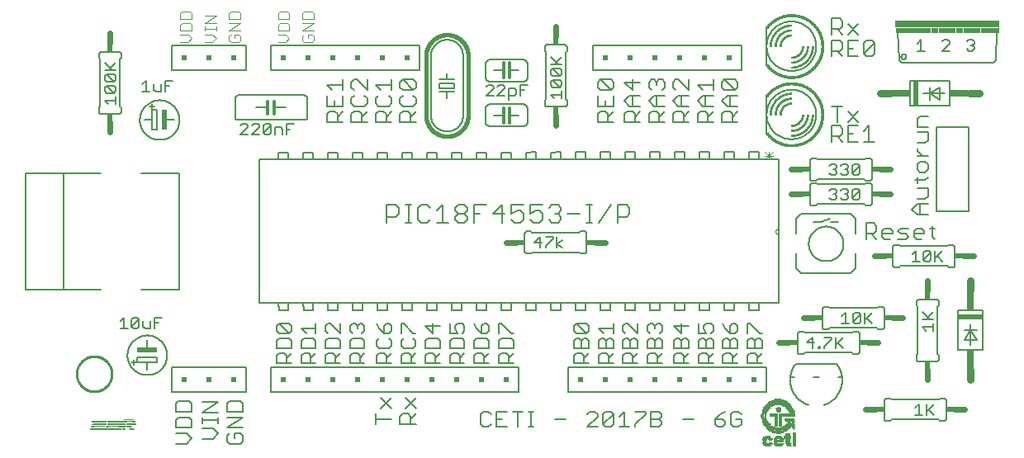
<source format=gto>
G75*
%MOIN*%
%OFA0B0*%
%FSLAX25Y25*%
%IPPOS*%
%LPD*%
%AMOC8*
5,1,8,0,0,1.08239X$1,22.5*
%
%ADD10C,0.00700*%
%ADD11C,0.00600*%
%ADD12C,0.00400*%
%ADD13R,0.12000X0.00334*%
%ADD14R,0.01340X0.00334*%
%ADD15R,0.02000X0.00334*%
%ADD16R,0.12670X0.00333*%
%ADD17R,0.01340X0.00333*%
%ADD18R,0.02000X0.00333*%
%ADD19R,0.01670X0.00333*%
%ADD20R,0.01330X0.00334*%
%ADD21R,0.03000X0.00334*%
%ADD22R,0.02340X0.00334*%
%ADD23R,0.01330X0.00333*%
%ADD24R,0.03000X0.00333*%
%ADD25R,0.02330X0.00333*%
%ADD26R,0.05660X0.00333*%
%ADD27R,0.07670X0.00333*%
%ADD28R,0.14000X0.00334*%
%ADD29R,0.03670X0.00334*%
%ADD30R,0.06000X0.00333*%
%ADD31R,0.07340X0.00333*%
%ADD32R,0.03670X0.00333*%
%ADD33R,0.05330X0.00333*%
%ADD34R,0.06330X0.00333*%
%ADD35R,0.11340X0.00333*%
%ADD36R,0.06000X0.00334*%
%ADD37R,0.11340X0.00334*%
%ADD38R,0.04330X0.00333*%
%ADD39C,0.01000*%
%ADD40R,0.02000X0.00250*%
%ADD41R,0.02250X0.00250*%
%ADD42R,0.01760X0.00250*%
%ADD43R,0.01490X0.00250*%
%ADD44R,0.02750X0.00250*%
%ADD45R,0.02990X0.00250*%
%ADD46R,0.02010X0.00250*%
%ADD47R,0.03000X0.00250*%
%ADD48R,0.03490X0.00250*%
%ADD49R,0.03760X0.00250*%
%ADD50R,0.03750X0.00250*%
%ADD51R,0.04000X0.00250*%
%ADD52R,0.04260X0.00250*%
%ADD53R,0.02500X0.00250*%
%ADD54R,0.01740X0.00250*%
%ADD55R,0.01990X0.00250*%
%ADD56R,0.01500X0.00250*%
%ADD57R,0.01510X0.00250*%
%ADD58R,0.01750X0.00250*%
%ADD59R,0.03500X0.00250*%
%ADD60R,0.02260X0.00250*%
%ADD61R,0.04500X0.00250*%
%ADD62R,0.05010X0.00250*%
%ADD63R,0.06510X0.00250*%
%ADD64R,0.07490X0.00250*%
%ADD65R,0.02510X0.00250*%
%ADD66R,0.08500X0.00250*%
%ADD67R,0.00250X0.00250*%
%ADD68R,0.09500X0.00250*%
%ADD69R,0.00500X0.00250*%
%ADD70R,0.00750X0.00250*%
%ADD71R,0.10240X0.00250*%
%ADD72R,0.01000X0.00250*%
%ADD73R,0.04250X0.00250*%
%ADD74R,0.03990X0.00250*%
%ADD75R,0.01250X0.00250*%
%ADD76R,0.04760X0.00250*%
%ADD77R,0.03250X0.00250*%
%ADD78R,0.01260X0.00250*%
%ADD79R,0.03010X0.00250*%
%ADD80R,0.02240X0.00250*%
%ADD81R,0.01010X0.00250*%
%ADD82R,0.00990X0.00250*%
%ADD83R,0.03510X0.00250*%
%ADD84R,0.03260X0.00250*%
%ADD85R,0.01240X0.00250*%
%ADD86R,0.00740X0.00250*%
%ADD87R,0.03740X0.00250*%
%ADD88R,0.07260X0.00250*%
%ADD89R,0.08750X0.00250*%
%ADD90R,0.08010X0.00250*%
%ADD91R,0.05750X0.00250*%
%ADD92R,0.08000X0.02000*%
%ADD93C,0.00500*%
%ADD94R,0.02000X0.08000*%
%ADD95C,0.01200*%
%ADD96C,0.03000*%
%ADD97R,0.02000X0.10000*%
%ADD98R,0.07500X0.03000*%
%ADD99R,0.10000X0.02000*%
%ADD100R,0.03000X0.07500*%
%ADD101R,0.42000X0.03000*%
%ADD102R,0.07500X0.02000*%
%ADD103R,0.03000X0.02000*%
%ADD104R,0.07000X0.02000*%
%ADD105C,0.00800*%
%ADD106R,0.02000X0.02000*%
%ADD107C,0.00100*%
%ADD108C,0.00060*%
%ADD109C,0.01600*%
%ADD110C,0.02400*%
%ADD111R,0.02400X0.03400*%
%ADD112R,0.03400X0.02400*%
%ADD113C,0.00000*%
%ADD114C,0.00300*%
D10*
X0102861Y0039252D02*
X0102861Y0042204D01*
X0103846Y0043188D01*
X0105814Y0043188D01*
X0106798Y0042204D01*
X0106798Y0039252D01*
X0106798Y0041220D02*
X0108767Y0043188D01*
X0108767Y0045329D02*
X0102861Y0045329D01*
X0102861Y0048281D01*
X0103846Y0049265D01*
X0107782Y0049265D01*
X0108767Y0048281D01*
X0108767Y0045329D01*
X0112704Y0045329D02*
X0112704Y0048281D01*
X0113688Y0049265D01*
X0117625Y0049265D01*
X0118609Y0048281D01*
X0118609Y0045329D01*
X0112704Y0045329D01*
X0113688Y0043188D02*
X0115657Y0043188D01*
X0116641Y0042204D01*
X0116641Y0039252D01*
X0116641Y0041220D02*
X0118609Y0043188D01*
X0122547Y0042204D02*
X0123531Y0043188D01*
X0125499Y0043188D01*
X0126483Y0042204D01*
X0126483Y0039252D01*
X0126483Y0041220D02*
X0128452Y0043188D01*
X0128452Y0045329D02*
X0122547Y0045329D01*
X0122547Y0048281D01*
X0123531Y0049265D01*
X0127467Y0049265D01*
X0128452Y0048281D01*
X0128452Y0045329D01*
X0132389Y0045329D02*
X0132389Y0048281D01*
X0133373Y0049265D01*
X0137310Y0049265D01*
X0138294Y0048281D01*
X0138294Y0045329D01*
X0132389Y0045329D01*
X0133373Y0043188D02*
X0135342Y0043188D01*
X0136326Y0042204D01*
X0136326Y0039252D01*
X0136326Y0041220D02*
X0138294Y0043188D01*
X0133373Y0043188D02*
X0132389Y0042204D01*
X0132389Y0039252D01*
X0138294Y0039252D01*
X0143216Y0039252D02*
X0143216Y0042204D01*
X0144200Y0043188D01*
X0146168Y0043188D01*
X0147153Y0042204D01*
X0147153Y0039252D01*
X0149121Y0039252D02*
X0143216Y0039252D01*
X0147153Y0041220D02*
X0149121Y0043188D01*
X0148137Y0045329D02*
X0144200Y0045329D01*
X0143216Y0046313D01*
X0143216Y0048281D01*
X0144200Y0049265D01*
X0146168Y0051406D02*
X0146168Y0054358D01*
X0147153Y0055343D01*
X0148137Y0055343D01*
X0149121Y0054358D01*
X0149121Y0052390D01*
X0148137Y0051406D01*
X0146168Y0051406D01*
X0144200Y0053374D01*
X0143216Y0055343D01*
X0138294Y0054358D02*
X0138294Y0052390D01*
X0137310Y0051406D01*
X0135342Y0053374D02*
X0135342Y0054358D01*
X0136326Y0055343D01*
X0137310Y0055343D01*
X0138294Y0054358D01*
X0135342Y0054358D02*
X0134357Y0055343D01*
X0133373Y0055343D01*
X0132389Y0054358D01*
X0132389Y0052390D01*
X0133373Y0051406D01*
X0128452Y0051406D02*
X0124515Y0055343D01*
X0123531Y0055343D01*
X0122547Y0054358D01*
X0122547Y0052390D01*
X0123531Y0051406D01*
X0128452Y0051406D02*
X0128452Y0055343D01*
X0118609Y0055343D02*
X0118609Y0051406D01*
X0118609Y0053374D02*
X0112704Y0053374D01*
X0114672Y0051406D01*
X0108767Y0052390D02*
X0108767Y0054358D01*
X0107782Y0055343D01*
X0103846Y0055343D01*
X0107782Y0051406D01*
X0108767Y0052390D01*
X0107782Y0051406D02*
X0103846Y0051406D01*
X0102861Y0052390D01*
X0102861Y0054358D01*
X0103846Y0055343D01*
X0113688Y0043188D02*
X0112704Y0042204D01*
X0112704Y0039252D01*
X0118609Y0039252D01*
X0122547Y0039252D02*
X0122547Y0042204D01*
X0122547Y0039252D02*
X0128452Y0039252D01*
X0108767Y0039252D02*
X0102861Y0039252D01*
X0148137Y0045329D02*
X0149121Y0046313D01*
X0149121Y0048281D01*
X0148137Y0049265D01*
X0153058Y0048281D02*
X0153058Y0046313D01*
X0154043Y0045329D01*
X0157979Y0045329D01*
X0158963Y0046313D01*
X0158963Y0048281D01*
X0157979Y0049265D01*
X0157979Y0051406D02*
X0158963Y0051406D01*
X0157979Y0051406D02*
X0154043Y0055343D01*
X0153058Y0055343D01*
X0153058Y0051406D01*
X0154043Y0049265D02*
X0153058Y0048281D01*
X0162901Y0048281D02*
X0162901Y0045329D01*
X0168806Y0045329D01*
X0168806Y0048281D01*
X0167822Y0049265D01*
X0163885Y0049265D01*
X0162901Y0048281D01*
X0165853Y0051406D02*
X0165853Y0055343D01*
X0162901Y0054358D02*
X0165853Y0051406D01*
X0162901Y0054358D02*
X0168806Y0054358D01*
X0172743Y0055343D02*
X0172743Y0051406D01*
X0175696Y0051406D01*
X0174712Y0053374D01*
X0174712Y0054358D01*
X0175696Y0055343D01*
X0177664Y0055343D01*
X0178648Y0054358D01*
X0178648Y0052390D01*
X0177664Y0051406D01*
X0177664Y0049265D02*
X0173728Y0049265D01*
X0172743Y0048281D01*
X0172743Y0045329D01*
X0178648Y0045329D01*
X0178648Y0048281D01*
X0177664Y0049265D01*
X0182586Y0048281D02*
X0182586Y0045329D01*
X0188491Y0045329D01*
X0188491Y0048281D01*
X0187507Y0049265D01*
X0183570Y0049265D01*
X0182586Y0048281D01*
X0185538Y0051406D02*
X0185538Y0054358D01*
X0186523Y0055343D01*
X0187507Y0055343D01*
X0188491Y0054358D01*
X0188491Y0052390D01*
X0187507Y0051406D01*
X0185538Y0051406D01*
X0183570Y0053374D01*
X0182586Y0055343D01*
X0192428Y0055343D02*
X0192428Y0051406D01*
X0193413Y0049265D02*
X0192428Y0048281D01*
X0192428Y0045329D01*
X0198333Y0045329D01*
X0198333Y0048281D01*
X0197349Y0049265D01*
X0193413Y0049265D01*
X0197349Y0051406D02*
X0198333Y0051406D01*
X0197349Y0051406D02*
X0193413Y0055343D01*
X0192428Y0055343D01*
X0193413Y0043188D02*
X0195381Y0043188D01*
X0196365Y0042204D01*
X0196365Y0039252D01*
X0196365Y0041220D02*
X0198333Y0043188D01*
X0193413Y0043188D02*
X0192428Y0042204D01*
X0192428Y0039252D01*
X0198333Y0039252D01*
X0188491Y0039252D02*
X0182586Y0039252D01*
X0182586Y0042204D01*
X0183570Y0043188D01*
X0185538Y0043188D01*
X0186523Y0042204D01*
X0186523Y0039252D01*
X0186523Y0041220D02*
X0188491Y0043188D01*
X0178648Y0043188D02*
X0176680Y0041220D01*
X0176680Y0042204D02*
X0176680Y0039252D01*
X0178648Y0039252D02*
X0172743Y0039252D01*
X0172743Y0042204D01*
X0173728Y0043188D01*
X0175696Y0043188D01*
X0176680Y0042204D01*
X0168806Y0043188D02*
X0166838Y0041220D01*
X0166838Y0042204D02*
X0166838Y0039252D01*
X0168806Y0039252D02*
X0162901Y0039252D01*
X0162901Y0042204D01*
X0163885Y0043188D01*
X0165853Y0043188D01*
X0166838Y0042204D01*
X0158963Y0043188D02*
X0156995Y0041220D01*
X0156995Y0042204D02*
X0156995Y0039252D01*
X0158963Y0039252D02*
X0153058Y0039252D01*
X0153058Y0042204D01*
X0154043Y0043188D01*
X0156011Y0043188D01*
X0156995Y0042204D01*
X0185161Y0018744D02*
X0185161Y0014541D01*
X0186212Y0013490D01*
X0188314Y0013490D01*
X0189365Y0014541D01*
X0191607Y0013490D02*
X0195811Y0013490D01*
X0193709Y0016642D02*
X0191607Y0016642D01*
X0191607Y0013490D02*
X0191607Y0019795D01*
X0195811Y0019795D01*
X0198052Y0019795D02*
X0202256Y0019795D01*
X0200154Y0019795D02*
X0200154Y0013490D01*
X0204498Y0013490D02*
X0206600Y0013490D01*
X0205549Y0013490D02*
X0205549Y0019795D01*
X0204498Y0019795D02*
X0206600Y0019795D01*
X0215240Y0016642D02*
X0219444Y0016642D01*
X0228131Y0018744D02*
X0229182Y0019795D01*
X0231284Y0019795D01*
X0232335Y0018744D01*
X0232335Y0017693D01*
X0228131Y0013490D01*
X0232335Y0013490D01*
X0234577Y0014541D02*
X0238780Y0018744D01*
X0238780Y0014541D01*
X0237730Y0013490D01*
X0235628Y0013490D01*
X0234577Y0014541D01*
X0234577Y0018744D01*
X0235628Y0019795D01*
X0237730Y0019795D01*
X0238780Y0018744D01*
X0241022Y0017693D02*
X0243124Y0019795D01*
X0243124Y0013490D01*
X0241022Y0013490D02*
X0245226Y0013490D01*
X0247468Y0013490D02*
X0247468Y0014541D01*
X0251671Y0018744D01*
X0251671Y0019795D01*
X0247468Y0019795D01*
X0253913Y0019795D02*
X0257066Y0019795D01*
X0258117Y0018744D01*
X0258117Y0017693D01*
X0257066Y0016642D01*
X0253913Y0016642D01*
X0253913Y0013490D02*
X0257066Y0013490D01*
X0258117Y0014541D01*
X0258117Y0015592D01*
X0257066Y0016642D01*
X0253913Y0013490D02*
X0253913Y0019795D01*
X0266804Y0016642D02*
X0271008Y0016642D01*
X0279695Y0016642D02*
X0279695Y0014541D01*
X0280746Y0013490D01*
X0282848Y0013490D01*
X0283899Y0014541D01*
X0283899Y0015592D01*
X0282848Y0016642D01*
X0279695Y0016642D01*
X0281797Y0018744D01*
X0283899Y0019795D01*
X0286141Y0018744D02*
X0286141Y0014541D01*
X0287192Y0013490D01*
X0289294Y0013490D01*
X0290344Y0014541D01*
X0290344Y0016642D01*
X0288243Y0016642D01*
X0290344Y0018744D02*
X0289294Y0019795D01*
X0287192Y0019795D01*
X0286141Y0018744D01*
X0286916Y0039252D02*
X0286916Y0042204D01*
X0285932Y0043188D01*
X0283964Y0043188D01*
X0282980Y0042204D01*
X0282980Y0039252D01*
X0288885Y0039252D01*
X0286916Y0041220D02*
X0288885Y0043188D01*
X0288885Y0045329D02*
X0282980Y0045329D01*
X0282980Y0048281D01*
X0283964Y0049265D01*
X0284948Y0049265D01*
X0285932Y0048281D01*
X0285932Y0045329D01*
X0288885Y0045329D02*
X0288885Y0048281D01*
X0287900Y0049265D01*
X0286916Y0049265D01*
X0285932Y0048281D01*
X0285932Y0051406D02*
X0285932Y0054358D01*
X0286916Y0055343D01*
X0287900Y0055343D01*
X0288885Y0054358D01*
X0288885Y0052390D01*
X0287900Y0051406D01*
X0285932Y0051406D01*
X0283964Y0053374D01*
X0282980Y0055343D01*
X0279042Y0054358D02*
X0279042Y0052390D01*
X0278058Y0051406D01*
X0276090Y0051406D02*
X0275105Y0053374D01*
X0275105Y0054358D01*
X0276090Y0055343D01*
X0278058Y0055343D01*
X0279042Y0054358D01*
X0276090Y0051406D02*
X0273137Y0051406D01*
X0273137Y0055343D01*
X0269200Y0054358D02*
X0263295Y0054358D01*
X0266247Y0051406D01*
X0266247Y0055343D01*
X0258373Y0054358D02*
X0258373Y0052390D01*
X0257389Y0051406D01*
X0257389Y0049265D02*
X0256404Y0049265D01*
X0255420Y0048281D01*
X0255420Y0045329D01*
X0255420Y0043188D02*
X0256404Y0042204D01*
X0256404Y0039252D01*
X0256404Y0041220D02*
X0258373Y0043188D01*
X0258373Y0045329D02*
X0258373Y0048281D01*
X0257389Y0049265D01*
X0255420Y0048281D02*
X0254436Y0049265D01*
X0253452Y0049265D01*
X0252468Y0048281D01*
X0252468Y0045329D01*
X0258373Y0045329D01*
X0255420Y0043188D02*
X0253452Y0043188D01*
X0252468Y0042204D01*
X0252468Y0039252D01*
X0258373Y0039252D01*
X0263295Y0039252D02*
X0263295Y0042204D01*
X0264279Y0043188D01*
X0266247Y0043188D01*
X0267231Y0042204D01*
X0267231Y0039252D01*
X0267231Y0041220D02*
X0269200Y0043188D01*
X0269200Y0045329D02*
X0269200Y0048281D01*
X0268215Y0049265D01*
X0267231Y0049265D01*
X0266247Y0048281D01*
X0266247Y0045329D01*
X0263295Y0045329D02*
X0263295Y0048281D01*
X0264279Y0049265D01*
X0265263Y0049265D01*
X0266247Y0048281D01*
X0273137Y0048281D02*
X0274121Y0049265D01*
X0275105Y0049265D01*
X0276090Y0048281D01*
X0276090Y0045329D01*
X0276090Y0043188D02*
X0277074Y0042204D01*
X0277074Y0039252D01*
X0277074Y0041220D02*
X0279042Y0043188D01*
X0279042Y0045329D02*
X0279042Y0048281D01*
X0278058Y0049265D01*
X0277074Y0049265D01*
X0276090Y0048281D01*
X0273137Y0048281D02*
X0273137Y0045329D01*
X0279042Y0045329D01*
X0276090Y0043188D02*
X0274121Y0043188D01*
X0273137Y0042204D01*
X0273137Y0039252D01*
X0279042Y0039252D01*
X0269200Y0039252D02*
X0263295Y0039252D01*
X0263295Y0045329D02*
X0269200Y0045329D01*
X0255420Y0053374D02*
X0255420Y0054358D01*
X0256404Y0055343D01*
X0257389Y0055343D01*
X0258373Y0054358D01*
X0255420Y0054358D02*
X0254436Y0055343D01*
X0253452Y0055343D01*
X0252468Y0054358D01*
X0252468Y0052390D01*
X0253452Y0051406D01*
X0248530Y0051406D02*
X0248530Y0055343D01*
X0244594Y0055343D02*
X0243609Y0055343D01*
X0242625Y0054358D01*
X0242625Y0052390D01*
X0243609Y0051406D01*
X0243609Y0049265D02*
X0244594Y0049265D01*
X0245578Y0048281D01*
X0245578Y0045329D01*
X0245578Y0043188D02*
X0243609Y0043188D01*
X0242625Y0042204D01*
X0242625Y0039252D01*
X0248530Y0039252D01*
X0246562Y0039252D02*
X0246562Y0042204D01*
X0245578Y0043188D01*
X0246562Y0041220D02*
X0248530Y0043188D01*
X0248530Y0045329D02*
X0242625Y0045329D01*
X0242625Y0048281D01*
X0243609Y0049265D01*
X0245578Y0048281D02*
X0246562Y0049265D01*
X0247546Y0049265D01*
X0248530Y0048281D01*
X0248530Y0045329D01*
X0238688Y0045329D02*
X0238688Y0048281D01*
X0237704Y0049265D01*
X0236719Y0049265D01*
X0235735Y0048281D01*
X0235735Y0045329D01*
X0235735Y0043188D02*
X0236719Y0042204D01*
X0236719Y0039252D01*
X0236719Y0041220D02*
X0238688Y0043188D01*
X0238688Y0045329D02*
X0232783Y0045329D01*
X0232783Y0048281D01*
X0233767Y0049265D01*
X0234751Y0049265D01*
X0235735Y0048281D01*
X0234751Y0051406D02*
X0232783Y0053374D01*
X0238688Y0053374D01*
X0238688Y0051406D02*
X0238688Y0055343D01*
X0244594Y0055343D02*
X0248530Y0051406D01*
X0235735Y0043188D02*
X0233767Y0043188D01*
X0232783Y0042204D01*
X0232783Y0039252D01*
X0238688Y0039252D01*
X0228845Y0039252D02*
X0222940Y0039252D01*
X0222940Y0042204D01*
X0223924Y0043188D01*
X0225893Y0043188D01*
X0226877Y0042204D01*
X0226877Y0039252D01*
X0226877Y0041220D02*
X0228845Y0043188D01*
X0228845Y0045329D02*
X0228845Y0048281D01*
X0227861Y0049265D01*
X0226877Y0049265D01*
X0225893Y0048281D01*
X0225893Y0045329D01*
X0228845Y0045329D02*
X0222940Y0045329D01*
X0222940Y0048281D01*
X0223924Y0049265D01*
X0224909Y0049265D01*
X0225893Y0048281D01*
X0227861Y0051406D02*
X0223924Y0051406D01*
X0222940Y0052390D01*
X0222940Y0054358D01*
X0223924Y0055343D01*
X0227861Y0051406D01*
X0228845Y0052390D01*
X0228845Y0054358D01*
X0227861Y0055343D01*
X0223924Y0055343D01*
X0292822Y0055343D02*
X0292822Y0051406D01*
X0293806Y0049265D02*
X0292822Y0048281D01*
X0292822Y0045329D01*
X0298727Y0045329D01*
X0298727Y0048281D01*
X0297743Y0049265D01*
X0296759Y0049265D01*
X0295775Y0048281D01*
X0295775Y0045329D01*
X0295775Y0043188D02*
X0296759Y0042204D01*
X0296759Y0039252D01*
X0296759Y0041220D02*
X0298727Y0043188D01*
X0295775Y0043188D02*
X0293806Y0043188D01*
X0292822Y0042204D01*
X0292822Y0039252D01*
X0298727Y0039252D01*
X0295775Y0048281D02*
X0294790Y0049265D01*
X0293806Y0049265D01*
X0297743Y0051406D02*
X0298727Y0051406D01*
X0297743Y0051406D02*
X0293806Y0055343D01*
X0292822Y0055343D01*
X0189365Y0018744D02*
X0188314Y0019795D01*
X0186212Y0019795D01*
X0185161Y0018744D01*
D11*
X0159013Y0018866D02*
X0156878Y0016730D01*
X0156878Y0017798D02*
X0156878Y0014595D01*
X0159013Y0014595D02*
X0152608Y0014595D01*
X0152608Y0017798D01*
X0153675Y0018866D01*
X0155811Y0018866D01*
X0156878Y0017798D01*
X0154743Y0021041D02*
X0159013Y0025311D01*
X0159013Y0021041D02*
X0154743Y0025311D01*
X0149171Y0025311D02*
X0144901Y0021041D01*
X0142765Y0018866D02*
X0142765Y0014595D01*
X0142765Y0016730D02*
X0149171Y0016730D01*
X0149171Y0021041D02*
X0144901Y0025311D01*
X0089131Y0022815D02*
X0089131Y0019612D01*
X0082726Y0019612D01*
X0082726Y0022815D01*
X0083794Y0023883D01*
X0088064Y0023883D01*
X0089131Y0022815D01*
X0079289Y0023703D02*
X0072884Y0023703D01*
X0068462Y0022815D02*
X0067395Y0023883D01*
X0063124Y0023883D01*
X0062057Y0022815D01*
X0062057Y0019612D01*
X0068462Y0019612D01*
X0068462Y0022815D01*
X0072884Y0019432D02*
X0079289Y0023703D01*
X0079289Y0019432D02*
X0072884Y0019432D01*
X0072884Y0017270D02*
X0072884Y0015135D01*
X0072884Y0016203D02*
X0079289Y0016203D01*
X0079289Y0017270D02*
X0079289Y0015135D01*
X0082726Y0013167D02*
X0089131Y0017437D01*
X0082726Y0017437D01*
X0082726Y0013167D02*
X0089131Y0013167D01*
X0088064Y0010992D02*
X0085929Y0010992D01*
X0085929Y0008856D01*
X0088064Y0006721D02*
X0089131Y0007789D01*
X0089131Y0009924D01*
X0088064Y0010992D01*
X0083794Y0010992D02*
X0082726Y0009924D01*
X0082726Y0007789D01*
X0083794Y0006721D01*
X0088064Y0006721D01*
X0079289Y0010825D02*
X0077154Y0012960D01*
X0072884Y0012960D01*
X0068462Y0013167D02*
X0068462Y0016369D01*
X0067395Y0017437D01*
X0063124Y0017437D01*
X0062057Y0016369D01*
X0062057Y0013167D01*
X0068462Y0013167D01*
X0066327Y0010992D02*
X0062057Y0010992D01*
X0066327Y0010992D02*
X0068462Y0008856D01*
X0066327Y0006721D01*
X0062057Y0006721D01*
X0072884Y0008690D02*
X0077154Y0008690D01*
X0079289Y0010825D01*
X0050613Y0036484D02*
X0050613Y0039484D01*
X0046613Y0039484D01*
X0046613Y0041484D01*
X0054613Y0041484D01*
X0054613Y0039484D01*
X0050613Y0039484D01*
X0042613Y0042484D02*
X0042615Y0042680D01*
X0042623Y0042877D01*
X0042635Y0043073D01*
X0042652Y0043268D01*
X0042673Y0043463D01*
X0042700Y0043658D01*
X0042731Y0043852D01*
X0042767Y0044045D01*
X0042807Y0044237D01*
X0042853Y0044428D01*
X0042903Y0044618D01*
X0042957Y0044806D01*
X0043017Y0044993D01*
X0043081Y0045179D01*
X0043149Y0045363D01*
X0043222Y0045545D01*
X0043299Y0045726D01*
X0043381Y0045904D01*
X0043467Y0046081D01*
X0043558Y0046255D01*
X0043652Y0046427D01*
X0043751Y0046597D01*
X0043854Y0046764D01*
X0043961Y0046929D01*
X0044072Y0047090D01*
X0044187Y0047250D01*
X0044306Y0047406D01*
X0044429Y0047559D01*
X0044555Y0047709D01*
X0044685Y0047856D01*
X0044819Y0048000D01*
X0044956Y0048141D01*
X0045097Y0048278D01*
X0045241Y0048412D01*
X0045388Y0048542D01*
X0045538Y0048668D01*
X0045691Y0048791D01*
X0045847Y0048910D01*
X0046007Y0049025D01*
X0046168Y0049136D01*
X0046333Y0049243D01*
X0046500Y0049346D01*
X0046670Y0049445D01*
X0046842Y0049539D01*
X0047016Y0049630D01*
X0047193Y0049716D01*
X0047371Y0049798D01*
X0047552Y0049875D01*
X0047734Y0049948D01*
X0047918Y0050016D01*
X0048104Y0050080D01*
X0048291Y0050140D01*
X0048479Y0050194D01*
X0048669Y0050244D01*
X0048860Y0050290D01*
X0049052Y0050330D01*
X0049245Y0050366D01*
X0049439Y0050397D01*
X0049634Y0050424D01*
X0049829Y0050445D01*
X0050024Y0050462D01*
X0050220Y0050474D01*
X0050417Y0050482D01*
X0050613Y0050484D01*
X0050809Y0050482D01*
X0051006Y0050474D01*
X0051202Y0050462D01*
X0051397Y0050445D01*
X0051592Y0050424D01*
X0051787Y0050397D01*
X0051981Y0050366D01*
X0052174Y0050330D01*
X0052366Y0050290D01*
X0052557Y0050244D01*
X0052747Y0050194D01*
X0052935Y0050140D01*
X0053122Y0050080D01*
X0053308Y0050016D01*
X0053492Y0049948D01*
X0053674Y0049875D01*
X0053855Y0049798D01*
X0054033Y0049716D01*
X0054210Y0049630D01*
X0054384Y0049539D01*
X0054556Y0049445D01*
X0054726Y0049346D01*
X0054893Y0049243D01*
X0055058Y0049136D01*
X0055219Y0049025D01*
X0055379Y0048910D01*
X0055535Y0048791D01*
X0055688Y0048668D01*
X0055838Y0048542D01*
X0055985Y0048412D01*
X0056129Y0048278D01*
X0056270Y0048141D01*
X0056407Y0048000D01*
X0056541Y0047856D01*
X0056671Y0047709D01*
X0056797Y0047559D01*
X0056920Y0047406D01*
X0057039Y0047250D01*
X0057154Y0047090D01*
X0057265Y0046929D01*
X0057372Y0046764D01*
X0057475Y0046597D01*
X0057574Y0046427D01*
X0057668Y0046255D01*
X0057759Y0046081D01*
X0057845Y0045904D01*
X0057927Y0045726D01*
X0058004Y0045545D01*
X0058077Y0045363D01*
X0058145Y0045179D01*
X0058209Y0044993D01*
X0058269Y0044806D01*
X0058323Y0044618D01*
X0058373Y0044428D01*
X0058419Y0044237D01*
X0058459Y0044045D01*
X0058495Y0043852D01*
X0058526Y0043658D01*
X0058553Y0043463D01*
X0058574Y0043268D01*
X0058591Y0043073D01*
X0058603Y0042877D01*
X0058611Y0042680D01*
X0058613Y0042484D01*
X0058611Y0042288D01*
X0058603Y0042091D01*
X0058591Y0041895D01*
X0058574Y0041700D01*
X0058553Y0041505D01*
X0058526Y0041310D01*
X0058495Y0041116D01*
X0058459Y0040923D01*
X0058419Y0040731D01*
X0058373Y0040540D01*
X0058323Y0040350D01*
X0058269Y0040162D01*
X0058209Y0039975D01*
X0058145Y0039789D01*
X0058077Y0039605D01*
X0058004Y0039423D01*
X0057927Y0039242D01*
X0057845Y0039064D01*
X0057759Y0038887D01*
X0057668Y0038713D01*
X0057574Y0038541D01*
X0057475Y0038371D01*
X0057372Y0038204D01*
X0057265Y0038039D01*
X0057154Y0037878D01*
X0057039Y0037718D01*
X0056920Y0037562D01*
X0056797Y0037409D01*
X0056671Y0037259D01*
X0056541Y0037112D01*
X0056407Y0036968D01*
X0056270Y0036827D01*
X0056129Y0036690D01*
X0055985Y0036556D01*
X0055838Y0036426D01*
X0055688Y0036300D01*
X0055535Y0036177D01*
X0055379Y0036058D01*
X0055219Y0035943D01*
X0055058Y0035832D01*
X0054893Y0035725D01*
X0054726Y0035622D01*
X0054556Y0035523D01*
X0054384Y0035429D01*
X0054210Y0035338D01*
X0054033Y0035252D01*
X0053855Y0035170D01*
X0053674Y0035093D01*
X0053492Y0035020D01*
X0053308Y0034952D01*
X0053122Y0034888D01*
X0052935Y0034828D01*
X0052747Y0034774D01*
X0052557Y0034724D01*
X0052366Y0034678D01*
X0052174Y0034638D01*
X0051981Y0034602D01*
X0051787Y0034571D01*
X0051592Y0034544D01*
X0051397Y0034523D01*
X0051202Y0034506D01*
X0051006Y0034494D01*
X0050809Y0034486D01*
X0050613Y0034484D01*
X0050417Y0034486D01*
X0050220Y0034494D01*
X0050024Y0034506D01*
X0049829Y0034523D01*
X0049634Y0034544D01*
X0049439Y0034571D01*
X0049245Y0034602D01*
X0049052Y0034638D01*
X0048860Y0034678D01*
X0048669Y0034724D01*
X0048479Y0034774D01*
X0048291Y0034828D01*
X0048104Y0034888D01*
X0047918Y0034952D01*
X0047734Y0035020D01*
X0047552Y0035093D01*
X0047371Y0035170D01*
X0047193Y0035252D01*
X0047016Y0035338D01*
X0046842Y0035429D01*
X0046670Y0035523D01*
X0046500Y0035622D01*
X0046333Y0035725D01*
X0046168Y0035832D01*
X0046007Y0035943D01*
X0045847Y0036058D01*
X0045691Y0036177D01*
X0045538Y0036300D01*
X0045388Y0036426D01*
X0045241Y0036556D01*
X0045097Y0036690D01*
X0044956Y0036827D01*
X0044819Y0036968D01*
X0044685Y0037112D01*
X0044555Y0037259D01*
X0044429Y0037409D01*
X0044306Y0037562D01*
X0044187Y0037718D01*
X0044072Y0037878D01*
X0043961Y0038039D01*
X0043854Y0038204D01*
X0043751Y0038371D01*
X0043652Y0038541D01*
X0043558Y0038713D01*
X0043467Y0038887D01*
X0043381Y0039064D01*
X0043299Y0039242D01*
X0043222Y0039423D01*
X0043149Y0039605D01*
X0043081Y0039789D01*
X0043017Y0039975D01*
X0042957Y0040162D01*
X0042903Y0040350D01*
X0042853Y0040540D01*
X0042807Y0040731D01*
X0042767Y0040923D01*
X0042731Y0041116D01*
X0042700Y0041310D01*
X0042673Y0041505D01*
X0042652Y0041700D01*
X0042635Y0041895D01*
X0042623Y0042091D01*
X0042615Y0042288D01*
X0042613Y0042484D01*
X0045113Y0040484D02*
X0045113Y0038484D01*
X0046113Y0039484D02*
X0044113Y0039484D01*
X0050613Y0044984D02*
X0050613Y0048484D01*
X0095813Y0063484D02*
X0305413Y0063484D01*
X0305413Y0091284D01*
X0305413Y0093684D01*
X0305413Y0121484D01*
X0095813Y0121484D01*
X0095813Y0063484D01*
X0101513Y0063484D01*
X0103613Y0063484D02*
X0103713Y0060484D01*
X0107613Y0060484D01*
X0107613Y0063484D01*
X0103613Y0063484D01*
X0109713Y0063484D02*
X0111513Y0063484D01*
X0113613Y0063484D02*
X0113713Y0060484D01*
X0117613Y0060584D01*
X0117613Y0063484D01*
X0113613Y0063484D01*
X0119713Y0063484D02*
X0121513Y0063484D01*
X0123613Y0063484D02*
X0123613Y0060484D01*
X0127613Y0060584D01*
X0127613Y0063484D01*
X0123613Y0063484D01*
X0129713Y0063484D02*
X0131513Y0063484D01*
X0133613Y0063484D02*
X0133613Y0060584D01*
X0137613Y0060584D01*
X0137613Y0063484D01*
X0133613Y0063484D01*
X0139713Y0063484D02*
X0141513Y0063484D01*
X0143613Y0063484D02*
X0143613Y0060584D01*
X0147613Y0060584D01*
X0147613Y0063484D01*
X0143613Y0063484D01*
X0149713Y0063484D02*
X0151513Y0063484D01*
X0153613Y0063484D02*
X0153613Y0060584D01*
X0157613Y0060584D01*
X0157613Y0063484D01*
X0153613Y0063484D01*
X0159713Y0063484D02*
X0161513Y0063484D01*
X0163613Y0063484D02*
X0163613Y0060584D01*
X0167613Y0060584D01*
X0167613Y0063484D01*
X0163613Y0063484D01*
X0169713Y0063484D02*
X0171513Y0063484D01*
X0173613Y0063484D02*
X0173613Y0060584D01*
X0177613Y0060584D01*
X0177613Y0063484D01*
X0173613Y0063484D01*
X0179713Y0063484D02*
X0181513Y0063484D01*
X0183613Y0063484D02*
X0183613Y0060584D01*
X0187613Y0060584D01*
X0187613Y0063484D01*
X0183613Y0063484D01*
X0189713Y0063484D02*
X0191513Y0063484D01*
X0193613Y0063484D02*
X0193613Y0060584D01*
X0197613Y0060584D01*
X0197613Y0063484D01*
X0193613Y0063484D01*
X0199713Y0063484D02*
X0201513Y0063484D01*
X0203613Y0063484D02*
X0203613Y0060584D01*
X0207613Y0060584D01*
X0207613Y0063484D01*
X0203613Y0063484D01*
X0209713Y0063484D02*
X0211513Y0063484D01*
X0213613Y0063484D02*
X0213613Y0060584D01*
X0217613Y0060584D01*
X0217613Y0063484D01*
X0213613Y0063484D01*
X0219713Y0063484D02*
X0221513Y0063484D01*
X0223613Y0063484D02*
X0223613Y0060584D01*
X0227613Y0060584D01*
X0227613Y0063484D01*
X0223613Y0063484D01*
X0229713Y0063484D02*
X0231513Y0063484D01*
X0233613Y0063484D02*
X0233613Y0060584D01*
X0237613Y0060584D01*
X0237613Y0063484D01*
X0233613Y0063484D01*
X0239713Y0063484D02*
X0241513Y0063484D01*
X0243613Y0063484D02*
X0243613Y0060584D01*
X0247613Y0060584D01*
X0247613Y0063484D01*
X0243613Y0063484D01*
X0249713Y0063484D02*
X0251513Y0063484D01*
X0253613Y0063484D02*
X0253613Y0060584D01*
X0257613Y0060584D01*
X0257613Y0063484D01*
X0253613Y0063484D01*
X0259713Y0063484D02*
X0261513Y0063484D01*
X0263613Y0063484D02*
X0263613Y0060584D01*
X0267613Y0060584D01*
X0267613Y0063484D01*
X0263613Y0063484D01*
X0269713Y0063484D02*
X0271513Y0063484D01*
X0273613Y0063484D02*
X0273613Y0060584D01*
X0277613Y0060584D01*
X0277613Y0063484D01*
X0273613Y0063484D01*
X0279713Y0063484D02*
X0281513Y0063484D01*
X0283613Y0063484D02*
X0283613Y0060584D01*
X0287613Y0060584D01*
X0287613Y0063484D01*
X0283613Y0063484D01*
X0289713Y0063484D02*
X0291513Y0063484D01*
X0293613Y0063484D02*
X0293613Y0060584D01*
X0297613Y0060584D01*
X0297613Y0063484D01*
X0293613Y0063484D01*
X0299713Y0063484D02*
X0305413Y0063484D01*
X0305413Y0091284D01*
X0305413Y0093684D01*
X0305413Y0121484D01*
X0299913Y0121484D01*
X0297613Y0121484D02*
X0297613Y0124484D01*
X0293613Y0124484D01*
X0293613Y0121484D01*
X0297613Y0121484D01*
X0291313Y0121484D02*
X0289713Y0121484D01*
X0287613Y0121484D02*
X0287613Y0124484D01*
X0283613Y0124484D01*
X0283613Y0121484D01*
X0287613Y0121484D01*
X0281513Y0121484D02*
X0279713Y0121484D01*
X0277613Y0121484D02*
X0277613Y0124484D01*
X0273613Y0124484D01*
X0273613Y0121484D01*
X0277613Y0121484D01*
X0271513Y0121484D02*
X0269713Y0121484D01*
X0267613Y0121484D02*
X0267613Y0124484D01*
X0263613Y0124484D01*
X0263613Y0121484D01*
X0267613Y0121484D01*
X0261513Y0121484D02*
X0259713Y0121484D01*
X0257613Y0121484D02*
X0257613Y0124484D01*
X0253613Y0124484D01*
X0253613Y0121484D01*
X0257613Y0121484D01*
X0251513Y0121484D02*
X0249713Y0121484D01*
X0247613Y0121484D02*
X0247613Y0124484D01*
X0243613Y0124484D01*
X0243613Y0121484D01*
X0247613Y0121484D01*
X0241513Y0121484D02*
X0239713Y0121484D01*
X0237613Y0121484D02*
X0237613Y0124484D01*
X0233613Y0124484D01*
X0233613Y0121484D01*
X0237613Y0121484D01*
X0231513Y0121484D02*
X0229713Y0121484D01*
X0227613Y0121484D02*
X0227613Y0124484D01*
X0223613Y0124484D01*
X0223613Y0121484D01*
X0227613Y0121484D01*
X0221513Y0121484D02*
X0219713Y0121484D01*
X0217613Y0121484D02*
X0217613Y0124484D01*
X0213613Y0124384D01*
X0213613Y0121484D01*
X0217613Y0121484D01*
X0211513Y0121484D02*
X0209713Y0121484D01*
X0207613Y0121484D02*
X0207613Y0124484D01*
X0203613Y0124384D01*
X0203613Y0121484D01*
X0207613Y0121484D01*
X0201513Y0121484D02*
X0199713Y0121484D01*
X0197613Y0121484D02*
X0197613Y0124384D01*
X0193613Y0124384D01*
X0193613Y0121484D01*
X0197613Y0121484D01*
X0191513Y0121484D02*
X0189713Y0121484D01*
X0187613Y0121484D02*
X0187613Y0124384D01*
X0183613Y0124384D01*
X0183613Y0121484D01*
X0187613Y0121484D01*
X0181513Y0121484D02*
X0179713Y0121484D01*
X0177613Y0121484D02*
X0177613Y0124384D01*
X0173613Y0124384D01*
X0173613Y0121484D01*
X0177613Y0121484D01*
X0171513Y0121484D02*
X0169713Y0121484D01*
X0167613Y0121484D02*
X0167613Y0124384D01*
X0163613Y0124384D01*
X0163613Y0121484D01*
X0167613Y0121484D01*
X0161513Y0121484D02*
X0159713Y0121484D01*
X0157613Y0121484D02*
X0157613Y0124384D01*
X0153613Y0124384D01*
X0153613Y0121484D01*
X0157613Y0121484D01*
X0151513Y0121484D02*
X0149713Y0121484D01*
X0147613Y0121484D02*
X0147613Y0124384D01*
X0143613Y0124384D01*
X0143613Y0121484D01*
X0147613Y0121484D01*
X0141513Y0121484D02*
X0139713Y0121484D01*
X0137613Y0121484D02*
X0137613Y0124384D01*
X0133613Y0124384D01*
X0133613Y0121484D01*
X0137613Y0121484D01*
X0131513Y0121484D02*
X0129713Y0121484D01*
X0127613Y0121484D02*
X0127613Y0124384D01*
X0123613Y0124384D01*
X0123613Y0121484D01*
X0127613Y0121484D01*
X0121513Y0121484D02*
X0119713Y0121484D01*
X0117613Y0121484D02*
X0117613Y0124384D01*
X0113613Y0124384D01*
X0113613Y0121484D01*
X0117613Y0121484D01*
X0111513Y0121484D02*
X0109713Y0121484D01*
X0107613Y0121484D02*
X0107613Y0124384D01*
X0103613Y0124384D01*
X0103613Y0121484D01*
X0107613Y0121484D01*
X0101513Y0121484D02*
X0095813Y0121484D01*
X0095813Y0063484D01*
X0202916Y0084614D02*
X0202916Y0091614D01*
X0202918Y0091674D01*
X0202923Y0091735D01*
X0202932Y0091794D01*
X0202945Y0091853D01*
X0202961Y0091912D01*
X0202981Y0091969D01*
X0203004Y0092024D01*
X0203031Y0092079D01*
X0203060Y0092131D01*
X0203093Y0092182D01*
X0203129Y0092231D01*
X0203167Y0092277D01*
X0203209Y0092321D01*
X0203253Y0092363D01*
X0203299Y0092401D01*
X0203348Y0092437D01*
X0203399Y0092470D01*
X0203451Y0092499D01*
X0203506Y0092526D01*
X0203561Y0092549D01*
X0203618Y0092569D01*
X0203677Y0092585D01*
X0203736Y0092598D01*
X0203795Y0092607D01*
X0203856Y0092612D01*
X0203916Y0092614D01*
X0205416Y0092614D01*
X0205916Y0092114D01*
X0224916Y0092114D01*
X0225416Y0092614D01*
X0226916Y0092614D01*
X0226976Y0092612D01*
X0227037Y0092607D01*
X0227096Y0092598D01*
X0227155Y0092585D01*
X0227214Y0092569D01*
X0227271Y0092549D01*
X0227326Y0092526D01*
X0227381Y0092499D01*
X0227433Y0092470D01*
X0227484Y0092437D01*
X0227533Y0092401D01*
X0227579Y0092363D01*
X0227623Y0092321D01*
X0227665Y0092277D01*
X0227703Y0092231D01*
X0227739Y0092182D01*
X0227772Y0092131D01*
X0227801Y0092079D01*
X0227828Y0092024D01*
X0227851Y0091969D01*
X0227871Y0091912D01*
X0227887Y0091853D01*
X0227900Y0091794D01*
X0227909Y0091735D01*
X0227914Y0091674D01*
X0227916Y0091614D01*
X0227916Y0084614D01*
X0227914Y0084554D01*
X0227909Y0084493D01*
X0227900Y0084434D01*
X0227887Y0084375D01*
X0227871Y0084316D01*
X0227851Y0084259D01*
X0227828Y0084204D01*
X0227801Y0084149D01*
X0227772Y0084097D01*
X0227739Y0084046D01*
X0227703Y0083997D01*
X0227665Y0083951D01*
X0227623Y0083907D01*
X0227579Y0083865D01*
X0227533Y0083827D01*
X0227484Y0083791D01*
X0227433Y0083758D01*
X0227381Y0083729D01*
X0227326Y0083702D01*
X0227271Y0083679D01*
X0227214Y0083659D01*
X0227155Y0083643D01*
X0227096Y0083630D01*
X0227037Y0083621D01*
X0226976Y0083616D01*
X0226916Y0083614D01*
X0225416Y0083614D01*
X0224916Y0084114D01*
X0205916Y0084114D01*
X0205416Y0083614D01*
X0203916Y0083614D01*
X0203856Y0083616D01*
X0203795Y0083621D01*
X0203736Y0083630D01*
X0203677Y0083643D01*
X0203618Y0083659D01*
X0203561Y0083679D01*
X0203506Y0083702D01*
X0203451Y0083729D01*
X0203399Y0083758D01*
X0203348Y0083791D01*
X0203299Y0083827D01*
X0203253Y0083865D01*
X0203209Y0083907D01*
X0203167Y0083951D01*
X0203129Y0083997D01*
X0203093Y0084046D01*
X0203060Y0084097D01*
X0203031Y0084149D01*
X0203004Y0084204D01*
X0202981Y0084259D01*
X0202961Y0084316D01*
X0202945Y0084375D01*
X0202932Y0084434D01*
X0202923Y0084493D01*
X0202918Y0084554D01*
X0202916Y0084614D01*
X0202113Y0134953D02*
X0189113Y0134953D01*
X0189026Y0134955D01*
X0188939Y0134961D01*
X0188852Y0134970D01*
X0188766Y0134983D01*
X0188680Y0135000D01*
X0188595Y0135021D01*
X0188512Y0135046D01*
X0188429Y0135074D01*
X0188348Y0135105D01*
X0188268Y0135140D01*
X0188190Y0135179D01*
X0188113Y0135221D01*
X0188038Y0135266D01*
X0187966Y0135315D01*
X0187895Y0135366D01*
X0187827Y0135421D01*
X0187762Y0135478D01*
X0187699Y0135539D01*
X0187638Y0135602D01*
X0187581Y0135667D01*
X0187526Y0135735D01*
X0187475Y0135806D01*
X0187426Y0135878D01*
X0187381Y0135953D01*
X0187339Y0136030D01*
X0187300Y0136108D01*
X0187265Y0136188D01*
X0187234Y0136269D01*
X0187206Y0136352D01*
X0187181Y0136435D01*
X0187160Y0136520D01*
X0187143Y0136606D01*
X0187130Y0136692D01*
X0187121Y0136779D01*
X0187115Y0136866D01*
X0187113Y0136953D01*
X0187113Y0141953D01*
X0187115Y0142040D01*
X0187121Y0142127D01*
X0187130Y0142214D01*
X0187143Y0142300D01*
X0187160Y0142386D01*
X0187181Y0142471D01*
X0187206Y0142554D01*
X0187234Y0142637D01*
X0187265Y0142718D01*
X0187300Y0142798D01*
X0187339Y0142876D01*
X0187381Y0142953D01*
X0187426Y0143028D01*
X0187475Y0143100D01*
X0187526Y0143171D01*
X0187581Y0143239D01*
X0187638Y0143304D01*
X0187699Y0143367D01*
X0187762Y0143428D01*
X0187827Y0143485D01*
X0187895Y0143540D01*
X0187966Y0143591D01*
X0188038Y0143640D01*
X0188113Y0143685D01*
X0188190Y0143727D01*
X0188268Y0143766D01*
X0188348Y0143801D01*
X0188429Y0143832D01*
X0188512Y0143860D01*
X0188595Y0143885D01*
X0188680Y0143906D01*
X0188766Y0143923D01*
X0188852Y0143936D01*
X0188939Y0143945D01*
X0189026Y0143951D01*
X0189113Y0143953D01*
X0202113Y0143953D01*
X0202200Y0143951D01*
X0202287Y0143945D01*
X0202374Y0143936D01*
X0202460Y0143923D01*
X0202546Y0143906D01*
X0202631Y0143885D01*
X0202714Y0143860D01*
X0202797Y0143832D01*
X0202878Y0143801D01*
X0202958Y0143766D01*
X0203036Y0143727D01*
X0203113Y0143685D01*
X0203188Y0143640D01*
X0203260Y0143591D01*
X0203331Y0143540D01*
X0203399Y0143485D01*
X0203464Y0143428D01*
X0203527Y0143367D01*
X0203588Y0143304D01*
X0203645Y0143239D01*
X0203700Y0143171D01*
X0203751Y0143100D01*
X0203800Y0143028D01*
X0203845Y0142953D01*
X0203887Y0142876D01*
X0203926Y0142798D01*
X0203961Y0142718D01*
X0203992Y0142637D01*
X0204020Y0142554D01*
X0204045Y0142471D01*
X0204066Y0142386D01*
X0204083Y0142300D01*
X0204096Y0142214D01*
X0204105Y0142127D01*
X0204111Y0142040D01*
X0204113Y0141953D01*
X0204113Y0136953D01*
X0204111Y0136866D01*
X0204105Y0136779D01*
X0204096Y0136692D01*
X0204083Y0136606D01*
X0204066Y0136520D01*
X0204045Y0136435D01*
X0204020Y0136352D01*
X0203992Y0136269D01*
X0203961Y0136188D01*
X0203926Y0136108D01*
X0203887Y0136030D01*
X0203845Y0135953D01*
X0203800Y0135878D01*
X0203751Y0135806D01*
X0203700Y0135735D01*
X0203645Y0135667D01*
X0203588Y0135602D01*
X0203527Y0135539D01*
X0203464Y0135478D01*
X0203399Y0135421D01*
X0203331Y0135366D01*
X0203260Y0135315D01*
X0203188Y0135266D01*
X0203113Y0135221D01*
X0203036Y0135179D01*
X0202958Y0135140D01*
X0202878Y0135105D01*
X0202797Y0135074D01*
X0202714Y0135046D01*
X0202631Y0135021D01*
X0202546Y0135000D01*
X0202460Y0134983D01*
X0202374Y0134970D01*
X0202287Y0134961D01*
X0202200Y0134955D01*
X0202113Y0134953D01*
X0200613Y0139453D02*
X0196913Y0139453D01*
X0194413Y0139453D02*
X0190613Y0139453D01*
X0178097Y0139421D02*
X0178097Y0163421D01*
X0178095Y0163581D01*
X0178089Y0163740D01*
X0178079Y0163899D01*
X0178066Y0164058D01*
X0178048Y0164217D01*
X0178027Y0164375D01*
X0178001Y0164532D01*
X0177972Y0164689D01*
X0177939Y0164845D01*
X0177902Y0165000D01*
X0177862Y0165155D01*
X0177817Y0165308D01*
X0177769Y0165460D01*
X0177717Y0165611D01*
X0177661Y0165760D01*
X0177602Y0165908D01*
X0177539Y0166055D01*
X0177473Y0166200D01*
X0177403Y0166343D01*
X0177329Y0166485D01*
X0177253Y0166625D01*
X0177172Y0166763D01*
X0177089Y0166898D01*
X0177002Y0167032D01*
X0176911Y0167164D01*
X0176818Y0167293D01*
X0176721Y0167420D01*
X0176622Y0167545D01*
X0176519Y0167667D01*
X0176413Y0167786D01*
X0176305Y0167903D01*
X0176193Y0168017D01*
X0176079Y0168129D01*
X0175962Y0168237D01*
X0175843Y0168343D01*
X0175721Y0168446D01*
X0175596Y0168545D01*
X0175469Y0168642D01*
X0175340Y0168735D01*
X0175208Y0168826D01*
X0175074Y0168913D01*
X0174939Y0168996D01*
X0174801Y0169077D01*
X0174661Y0169153D01*
X0174519Y0169227D01*
X0174376Y0169297D01*
X0174231Y0169363D01*
X0174084Y0169426D01*
X0173936Y0169485D01*
X0173787Y0169541D01*
X0173636Y0169593D01*
X0173484Y0169641D01*
X0173331Y0169686D01*
X0173176Y0169726D01*
X0173021Y0169763D01*
X0172865Y0169796D01*
X0172708Y0169825D01*
X0172551Y0169851D01*
X0172393Y0169872D01*
X0172234Y0169890D01*
X0172075Y0169903D01*
X0171916Y0169913D01*
X0171757Y0169919D01*
X0171597Y0169921D01*
X0171437Y0169919D01*
X0171278Y0169913D01*
X0171119Y0169903D01*
X0170960Y0169890D01*
X0170801Y0169872D01*
X0170643Y0169851D01*
X0170486Y0169825D01*
X0170329Y0169796D01*
X0170173Y0169763D01*
X0170018Y0169726D01*
X0169863Y0169686D01*
X0169710Y0169641D01*
X0169558Y0169593D01*
X0169407Y0169541D01*
X0169258Y0169485D01*
X0169110Y0169426D01*
X0168963Y0169363D01*
X0168818Y0169297D01*
X0168675Y0169227D01*
X0168533Y0169153D01*
X0168393Y0169077D01*
X0168255Y0168996D01*
X0168120Y0168913D01*
X0167986Y0168826D01*
X0167854Y0168735D01*
X0167725Y0168642D01*
X0167598Y0168545D01*
X0167473Y0168446D01*
X0167351Y0168343D01*
X0167232Y0168237D01*
X0167115Y0168129D01*
X0167001Y0168017D01*
X0166889Y0167903D01*
X0166781Y0167786D01*
X0166675Y0167667D01*
X0166572Y0167545D01*
X0166473Y0167420D01*
X0166376Y0167293D01*
X0166283Y0167164D01*
X0166192Y0167032D01*
X0166105Y0166898D01*
X0166022Y0166763D01*
X0165941Y0166625D01*
X0165865Y0166485D01*
X0165791Y0166343D01*
X0165721Y0166200D01*
X0165655Y0166055D01*
X0165592Y0165908D01*
X0165533Y0165760D01*
X0165477Y0165611D01*
X0165425Y0165460D01*
X0165377Y0165308D01*
X0165332Y0165155D01*
X0165292Y0165000D01*
X0165255Y0164845D01*
X0165222Y0164689D01*
X0165193Y0164532D01*
X0165167Y0164375D01*
X0165146Y0164217D01*
X0165128Y0164058D01*
X0165115Y0163899D01*
X0165105Y0163740D01*
X0165099Y0163581D01*
X0165097Y0163421D01*
X0165097Y0139421D01*
X0159013Y0140913D02*
X0156878Y0138778D01*
X0156878Y0139845D02*
X0156878Y0136643D01*
X0159013Y0136643D02*
X0152608Y0136643D01*
X0152608Y0139845D01*
X0153675Y0140913D01*
X0155811Y0140913D01*
X0156878Y0139845D01*
X0157946Y0143088D02*
X0153675Y0143088D01*
X0152608Y0144156D01*
X0152608Y0146291D01*
X0153675Y0147358D01*
X0153675Y0149534D02*
X0152608Y0150601D01*
X0152608Y0152736D01*
X0153675Y0153804D01*
X0157946Y0149534D01*
X0159013Y0150601D01*
X0159013Y0152736D01*
X0157946Y0153804D01*
X0153675Y0153804D01*
X0149171Y0153804D02*
X0149171Y0149534D01*
X0149171Y0151669D02*
X0142765Y0151669D01*
X0144901Y0149534D01*
X0143833Y0147358D02*
X0142765Y0146291D01*
X0142765Y0144156D01*
X0143833Y0143088D01*
X0148103Y0143088D01*
X0149171Y0144156D01*
X0149171Y0146291D01*
X0148103Y0147358D01*
X0153675Y0149534D02*
X0157946Y0149534D01*
X0157946Y0147358D02*
X0159013Y0146291D01*
X0159013Y0144156D01*
X0157946Y0143088D01*
X0149171Y0140913D02*
X0147036Y0138778D01*
X0147036Y0139845D02*
X0147036Y0136643D01*
X0149171Y0136643D02*
X0142765Y0136643D01*
X0142765Y0139845D01*
X0143833Y0140913D01*
X0145968Y0140913D01*
X0147036Y0139845D01*
X0139328Y0140913D02*
X0137193Y0138778D01*
X0137193Y0139845D02*
X0137193Y0136643D01*
X0139328Y0136643D02*
X0132923Y0136643D01*
X0132923Y0139845D01*
X0133990Y0140913D01*
X0136126Y0140913D01*
X0137193Y0139845D01*
X0138261Y0143088D02*
X0133990Y0143088D01*
X0132923Y0144156D01*
X0132923Y0146291D01*
X0133990Y0147358D01*
X0133990Y0149534D02*
X0132923Y0150601D01*
X0132923Y0152736D01*
X0133990Y0153804D01*
X0135058Y0153804D01*
X0139328Y0149534D01*
X0139328Y0153804D01*
X0129486Y0153804D02*
X0129486Y0149534D01*
X0129486Y0151669D02*
X0123080Y0151669D01*
X0125216Y0149534D01*
X0123080Y0147358D02*
X0123080Y0143088D01*
X0129486Y0143088D01*
X0129486Y0147358D01*
X0126283Y0145223D02*
X0126283Y0143088D01*
X0126283Y0140913D02*
X0127351Y0139845D01*
X0127351Y0136643D01*
X0127351Y0138778D02*
X0129486Y0140913D01*
X0126283Y0140913D02*
X0124148Y0140913D01*
X0123080Y0139845D01*
X0123080Y0136643D01*
X0129486Y0136643D01*
X0115113Y0138484D02*
X0115113Y0146484D01*
X0115111Y0146544D01*
X0115106Y0146605D01*
X0115097Y0146664D01*
X0115084Y0146723D01*
X0115068Y0146782D01*
X0115048Y0146839D01*
X0115025Y0146894D01*
X0114998Y0146949D01*
X0114969Y0147001D01*
X0114936Y0147052D01*
X0114900Y0147101D01*
X0114862Y0147147D01*
X0114820Y0147191D01*
X0114776Y0147233D01*
X0114730Y0147271D01*
X0114681Y0147307D01*
X0114630Y0147340D01*
X0114578Y0147369D01*
X0114523Y0147396D01*
X0114468Y0147419D01*
X0114411Y0147439D01*
X0114352Y0147455D01*
X0114293Y0147468D01*
X0114234Y0147477D01*
X0114173Y0147482D01*
X0114113Y0147484D01*
X0087113Y0147484D01*
X0087053Y0147482D01*
X0086992Y0147477D01*
X0086933Y0147468D01*
X0086874Y0147455D01*
X0086815Y0147439D01*
X0086758Y0147419D01*
X0086703Y0147396D01*
X0086648Y0147369D01*
X0086596Y0147340D01*
X0086545Y0147307D01*
X0086496Y0147271D01*
X0086450Y0147233D01*
X0086406Y0147191D01*
X0086364Y0147147D01*
X0086326Y0147101D01*
X0086290Y0147052D01*
X0086257Y0147001D01*
X0086228Y0146949D01*
X0086201Y0146894D01*
X0086178Y0146839D01*
X0086158Y0146782D01*
X0086142Y0146723D01*
X0086129Y0146664D01*
X0086120Y0146605D01*
X0086115Y0146544D01*
X0086113Y0146484D01*
X0086113Y0138484D01*
X0086115Y0138424D01*
X0086120Y0138363D01*
X0086129Y0138304D01*
X0086142Y0138245D01*
X0086158Y0138186D01*
X0086178Y0138129D01*
X0086201Y0138074D01*
X0086228Y0138019D01*
X0086257Y0137967D01*
X0086290Y0137916D01*
X0086326Y0137867D01*
X0086364Y0137821D01*
X0086406Y0137777D01*
X0086450Y0137735D01*
X0086496Y0137697D01*
X0086545Y0137661D01*
X0086596Y0137628D01*
X0086648Y0137599D01*
X0086703Y0137572D01*
X0086758Y0137549D01*
X0086815Y0137529D01*
X0086874Y0137513D01*
X0086933Y0137500D01*
X0086992Y0137491D01*
X0087053Y0137486D01*
X0087113Y0137484D01*
X0114113Y0137484D01*
X0114173Y0137486D01*
X0114234Y0137491D01*
X0114293Y0137500D01*
X0114352Y0137513D01*
X0114411Y0137529D01*
X0114468Y0137549D01*
X0114523Y0137572D01*
X0114578Y0137599D01*
X0114630Y0137628D01*
X0114681Y0137661D01*
X0114730Y0137697D01*
X0114776Y0137735D01*
X0114820Y0137777D01*
X0114862Y0137821D01*
X0114900Y0137867D01*
X0114936Y0137916D01*
X0114969Y0137967D01*
X0114998Y0138019D01*
X0115025Y0138074D01*
X0115048Y0138129D01*
X0115068Y0138186D01*
X0115084Y0138245D01*
X0115097Y0138304D01*
X0115106Y0138363D01*
X0115111Y0138424D01*
X0115113Y0138484D01*
X0106613Y0142484D02*
X0101813Y0142484D01*
X0099313Y0142484D02*
X0094613Y0142484D01*
X0061613Y0137484D02*
X0058113Y0137484D01*
X0047613Y0137484D02*
X0047615Y0137680D01*
X0047623Y0137877D01*
X0047635Y0138073D01*
X0047652Y0138268D01*
X0047673Y0138463D01*
X0047700Y0138658D01*
X0047731Y0138852D01*
X0047767Y0139045D01*
X0047807Y0139237D01*
X0047853Y0139428D01*
X0047903Y0139618D01*
X0047957Y0139806D01*
X0048017Y0139993D01*
X0048081Y0140179D01*
X0048149Y0140363D01*
X0048222Y0140545D01*
X0048299Y0140726D01*
X0048381Y0140904D01*
X0048467Y0141081D01*
X0048558Y0141255D01*
X0048652Y0141427D01*
X0048751Y0141597D01*
X0048854Y0141764D01*
X0048961Y0141929D01*
X0049072Y0142090D01*
X0049187Y0142250D01*
X0049306Y0142406D01*
X0049429Y0142559D01*
X0049555Y0142709D01*
X0049685Y0142856D01*
X0049819Y0143000D01*
X0049956Y0143141D01*
X0050097Y0143278D01*
X0050241Y0143412D01*
X0050388Y0143542D01*
X0050538Y0143668D01*
X0050691Y0143791D01*
X0050847Y0143910D01*
X0051007Y0144025D01*
X0051168Y0144136D01*
X0051333Y0144243D01*
X0051500Y0144346D01*
X0051670Y0144445D01*
X0051842Y0144539D01*
X0052016Y0144630D01*
X0052193Y0144716D01*
X0052371Y0144798D01*
X0052552Y0144875D01*
X0052734Y0144948D01*
X0052918Y0145016D01*
X0053104Y0145080D01*
X0053291Y0145140D01*
X0053479Y0145194D01*
X0053669Y0145244D01*
X0053860Y0145290D01*
X0054052Y0145330D01*
X0054245Y0145366D01*
X0054439Y0145397D01*
X0054634Y0145424D01*
X0054829Y0145445D01*
X0055024Y0145462D01*
X0055220Y0145474D01*
X0055417Y0145482D01*
X0055613Y0145484D01*
X0055809Y0145482D01*
X0056006Y0145474D01*
X0056202Y0145462D01*
X0056397Y0145445D01*
X0056592Y0145424D01*
X0056787Y0145397D01*
X0056981Y0145366D01*
X0057174Y0145330D01*
X0057366Y0145290D01*
X0057557Y0145244D01*
X0057747Y0145194D01*
X0057935Y0145140D01*
X0058122Y0145080D01*
X0058308Y0145016D01*
X0058492Y0144948D01*
X0058674Y0144875D01*
X0058855Y0144798D01*
X0059033Y0144716D01*
X0059210Y0144630D01*
X0059384Y0144539D01*
X0059556Y0144445D01*
X0059726Y0144346D01*
X0059893Y0144243D01*
X0060058Y0144136D01*
X0060219Y0144025D01*
X0060379Y0143910D01*
X0060535Y0143791D01*
X0060688Y0143668D01*
X0060838Y0143542D01*
X0060985Y0143412D01*
X0061129Y0143278D01*
X0061270Y0143141D01*
X0061407Y0143000D01*
X0061541Y0142856D01*
X0061671Y0142709D01*
X0061797Y0142559D01*
X0061920Y0142406D01*
X0062039Y0142250D01*
X0062154Y0142090D01*
X0062265Y0141929D01*
X0062372Y0141764D01*
X0062475Y0141597D01*
X0062574Y0141427D01*
X0062668Y0141255D01*
X0062759Y0141081D01*
X0062845Y0140904D01*
X0062927Y0140726D01*
X0063004Y0140545D01*
X0063077Y0140363D01*
X0063145Y0140179D01*
X0063209Y0139993D01*
X0063269Y0139806D01*
X0063323Y0139618D01*
X0063373Y0139428D01*
X0063419Y0139237D01*
X0063459Y0139045D01*
X0063495Y0138852D01*
X0063526Y0138658D01*
X0063553Y0138463D01*
X0063574Y0138268D01*
X0063591Y0138073D01*
X0063603Y0137877D01*
X0063611Y0137680D01*
X0063613Y0137484D01*
X0063611Y0137288D01*
X0063603Y0137091D01*
X0063591Y0136895D01*
X0063574Y0136700D01*
X0063553Y0136505D01*
X0063526Y0136310D01*
X0063495Y0136116D01*
X0063459Y0135923D01*
X0063419Y0135731D01*
X0063373Y0135540D01*
X0063323Y0135350D01*
X0063269Y0135162D01*
X0063209Y0134975D01*
X0063145Y0134789D01*
X0063077Y0134605D01*
X0063004Y0134423D01*
X0062927Y0134242D01*
X0062845Y0134064D01*
X0062759Y0133887D01*
X0062668Y0133713D01*
X0062574Y0133541D01*
X0062475Y0133371D01*
X0062372Y0133204D01*
X0062265Y0133039D01*
X0062154Y0132878D01*
X0062039Y0132718D01*
X0061920Y0132562D01*
X0061797Y0132409D01*
X0061671Y0132259D01*
X0061541Y0132112D01*
X0061407Y0131968D01*
X0061270Y0131827D01*
X0061129Y0131690D01*
X0060985Y0131556D01*
X0060838Y0131426D01*
X0060688Y0131300D01*
X0060535Y0131177D01*
X0060379Y0131058D01*
X0060219Y0130943D01*
X0060058Y0130832D01*
X0059893Y0130725D01*
X0059726Y0130622D01*
X0059556Y0130523D01*
X0059384Y0130429D01*
X0059210Y0130338D01*
X0059033Y0130252D01*
X0058855Y0130170D01*
X0058674Y0130093D01*
X0058492Y0130020D01*
X0058308Y0129952D01*
X0058122Y0129888D01*
X0057935Y0129828D01*
X0057747Y0129774D01*
X0057557Y0129724D01*
X0057366Y0129678D01*
X0057174Y0129638D01*
X0056981Y0129602D01*
X0056787Y0129571D01*
X0056592Y0129544D01*
X0056397Y0129523D01*
X0056202Y0129506D01*
X0056006Y0129494D01*
X0055809Y0129486D01*
X0055613Y0129484D01*
X0055417Y0129486D01*
X0055220Y0129494D01*
X0055024Y0129506D01*
X0054829Y0129523D01*
X0054634Y0129544D01*
X0054439Y0129571D01*
X0054245Y0129602D01*
X0054052Y0129638D01*
X0053860Y0129678D01*
X0053669Y0129724D01*
X0053479Y0129774D01*
X0053291Y0129828D01*
X0053104Y0129888D01*
X0052918Y0129952D01*
X0052734Y0130020D01*
X0052552Y0130093D01*
X0052371Y0130170D01*
X0052193Y0130252D01*
X0052016Y0130338D01*
X0051842Y0130429D01*
X0051670Y0130523D01*
X0051500Y0130622D01*
X0051333Y0130725D01*
X0051168Y0130832D01*
X0051007Y0130943D01*
X0050847Y0131058D01*
X0050691Y0131177D01*
X0050538Y0131300D01*
X0050388Y0131426D01*
X0050241Y0131556D01*
X0050097Y0131690D01*
X0049956Y0131827D01*
X0049819Y0131968D01*
X0049685Y0132112D01*
X0049555Y0132259D01*
X0049429Y0132409D01*
X0049306Y0132562D01*
X0049187Y0132718D01*
X0049072Y0132878D01*
X0048961Y0133039D01*
X0048854Y0133204D01*
X0048751Y0133371D01*
X0048652Y0133541D01*
X0048558Y0133713D01*
X0048467Y0133887D01*
X0048381Y0134064D01*
X0048299Y0134242D01*
X0048222Y0134423D01*
X0048149Y0134605D01*
X0048081Y0134789D01*
X0048017Y0134975D01*
X0047957Y0135162D01*
X0047903Y0135350D01*
X0047853Y0135540D01*
X0047807Y0135731D01*
X0047767Y0135923D01*
X0047731Y0136116D01*
X0047700Y0136310D01*
X0047673Y0136505D01*
X0047652Y0136700D01*
X0047635Y0136895D01*
X0047623Y0137091D01*
X0047615Y0137288D01*
X0047613Y0137484D01*
X0049613Y0137484D02*
X0052613Y0137484D01*
X0052613Y0141484D01*
X0054613Y0141484D01*
X0054613Y0133484D01*
X0052613Y0133484D01*
X0052613Y0137484D01*
X0052613Y0141984D02*
X0052613Y0143984D01*
X0051613Y0142984D02*
X0053613Y0142984D01*
X0040113Y0142484D02*
X0039613Y0142984D01*
X0039613Y0161984D01*
X0040113Y0162484D01*
X0040113Y0163984D01*
X0040111Y0164044D01*
X0040106Y0164105D01*
X0040097Y0164164D01*
X0040084Y0164223D01*
X0040068Y0164282D01*
X0040048Y0164339D01*
X0040025Y0164394D01*
X0039998Y0164449D01*
X0039969Y0164501D01*
X0039936Y0164552D01*
X0039900Y0164601D01*
X0039862Y0164647D01*
X0039820Y0164691D01*
X0039776Y0164733D01*
X0039730Y0164771D01*
X0039681Y0164807D01*
X0039630Y0164840D01*
X0039578Y0164869D01*
X0039523Y0164896D01*
X0039468Y0164919D01*
X0039411Y0164939D01*
X0039352Y0164955D01*
X0039293Y0164968D01*
X0039234Y0164977D01*
X0039173Y0164982D01*
X0039113Y0164984D01*
X0032113Y0164984D01*
X0032053Y0164982D01*
X0031992Y0164977D01*
X0031933Y0164968D01*
X0031874Y0164955D01*
X0031815Y0164939D01*
X0031758Y0164919D01*
X0031703Y0164896D01*
X0031648Y0164869D01*
X0031596Y0164840D01*
X0031545Y0164807D01*
X0031496Y0164771D01*
X0031450Y0164733D01*
X0031406Y0164691D01*
X0031364Y0164647D01*
X0031326Y0164601D01*
X0031290Y0164552D01*
X0031257Y0164501D01*
X0031228Y0164449D01*
X0031201Y0164394D01*
X0031178Y0164339D01*
X0031158Y0164282D01*
X0031142Y0164223D01*
X0031129Y0164164D01*
X0031120Y0164105D01*
X0031115Y0164044D01*
X0031113Y0163984D01*
X0031113Y0162484D01*
X0031613Y0161984D01*
X0031613Y0142984D01*
X0031113Y0142484D01*
X0031113Y0140984D01*
X0031115Y0140924D01*
X0031120Y0140863D01*
X0031129Y0140804D01*
X0031142Y0140745D01*
X0031158Y0140686D01*
X0031178Y0140629D01*
X0031201Y0140574D01*
X0031228Y0140519D01*
X0031257Y0140467D01*
X0031290Y0140416D01*
X0031326Y0140367D01*
X0031364Y0140321D01*
X0031406Y0140277D01*
X0031450Y0140235D01*
X0031496Y0140197D01*
X0031545Y0140161D01*
X0031596Y0140128D01*
X0031648Y0140099D01*
X0031703Y0140072D01*
X0031758Y0140049D01*
X0031815Y0140029D01*
X0031874Y0140013D01*
X0031933Y0140000D01*
X0031992Y0139991D01*
X0032053Y0139986D01*
X0032113Y0139984D01*
X0039113Y0139984D01*
X0039173Y0139986D01*
X0039234Y0139991D01*
X0039293Y0140000D01*
X0039352Y0140013D01*
X0039411Y0140029D01*
X0039468Y0140049D01*
X0039523Y0140072D01*
X0039578Y0140099D01*
X0039630Y0140128D01*
X0039681Y0140161D01*
X0039730Y0140197D01*
X0039776Y0140235D01*
X0039820Y0140277D01*
X0039862Y0140321D01*
X0039900Y0140367D01*
X0039936Y0140416D01*
X0039969Y0140467D01*
X0039998Y0140519D01*
X0040025Y0140574D01*
X0040048Y0140629D01*
X0040068Y0140686D01*
X0040084Y0140745D01*
X0040097Y0140804D01*
X0040106Y0140863D01*
X0040111Y0140924D01*
X0040113Y0140984D01*
X0040113Y0142484D01*
X0138261Y0143088D02*
X0139328Y0144156D01*
X0139328Y0146291D01*
X0138261Y0147358D01*
X0168597Y0148921D02*
X0171597Y0148921D01*
X0171597Y0146421D01*
X0171597Y0148921D02*
X0174597Y0148921D01*
X0174597Y0150421D02*
X0168597Y0150421D01*
X0168597Y0152421D01*
X0174597Y0152421D01*
X0174597Y0150421D01*
X0174597Y0153921D02*
X0171597Y0153921D01*
X0171597Y0156421D01*
X0171597Y0153921D02*
X0168597Y0153921D01*
X0187113Y0154984D02*
X0187113Y0159984D01*
X0187115Y0160071D01*
X0187121Y0160158D01*
X0187130Y0160245D01*
X0187143Y0160331D01*
X0187160Y0160417D01*
X0187181Y0160502D01*
X0187206Y0160585D01*
X0187234Y0160668D01*
X0187265Y0160749D01*
X0187300Y0160829D01*
X0187339Y0160907D01*
X0187381Y0160984D01*
X0187426Y0161059D01*
X0187475Y0161131D01*
X0187526Y0161202D01*
X0187581Y0161270D01*
X0187638Y0161335D01*
X0187699Y0161398D01*
X0187762Y0161459D01*
X0187827Y0161516D01*
X0187895Y0161571D01*
X0187966Y0161622D01*
X0188038Y0161671D01*
X0188113Y0161716D01*
X0188190Y0161758D01*
X0188268Y0161797D01*
X0188348Y0161832D01*
X0188429Y0161863D01*
X0188512Y0161891D01*
X0188595Y0161916D01*
X0188680Y0161937D01*
X0188766Y0161954D01*
X0188852Y0161967D01*
X0188939Y0161976D01*
X0189026Y0161982D01*
X0189113Y0161984D01*
X0202113Y0161984D01*
X0202200Y0161982D01*
X0202287Y0161976D01*
X0202374Y0161967D01*
X0202460Y0161954D01*
X0202546Y0161937D01*
X0202631Y0161916D01*
X0202714Y0161891D01*
X0202797Y0161863D01*
X0202878Y0161832D01*
X0202958Y0161797D01*
X0203036Y0161758D01*
X0203113Y0161716D01*
X0203188Y0161671D01*
X0203260Y0161622D01*
X0203331Y0161571D01*
X0203399Y0161516D01*
X0203464Y0161459D01*
X0203527Y0161398D01*
X0203588Y0161335D01*
X0203645Y0161270D01*
X0203700Y0161202D01*
X0203751Y0161131D01*
X0203800Y0161059D01*
X0203845Y0160984D01*
X0203887Y0160907D01*
X0203926Y0160829D01*
X0203961Y0160749D01*
X0203992Y0160668D01*
X0204020Y0160585D01*
X0204045Y0160502D01*
X0204066Y0160417D01*
X0204083Y0160331D01*
X0204096Y0160245D01*
X0204105Y0160158D01*
X0204111Y0160071D01*
X0204113Y0159984D01*
X0204113Y0154984D01*
X0204111Y0154897D01*
X0204105Y0154810D01*
X0204096Y0154723D01*
X0204083Y0154637D01*
X0204066Y0154551D01*
X0204045Y0154466D01*
X0204020Y0154383D01*
X0203992Y0154300D01*
X0203961Y0154219D01*
X0203926Y0154139D01*
X0203887Y0154061D01*
X0203845Y0153984D01*
X0203800Y0153909D01*
X0203751Y0153837D01*
X0203700Y0153766D01*
X0203645Y0153698D01*
X0203588Y0153633D01*
X0203527Y0153570D01*
X0203464Y0153509D01*
X0203399Y0153452D01*
X0203331Y0153397D01*
X0203260Y0153346D01*
X0203188Y0153297D01*
X0203113Y0153252D01*
X0203036Y0153210D01*
X0202958Y0153171D01*
X0202878Y0153136D01*
X0202797Y0153105D01*
X0202714Y0153077D01*
X0202631Y0153052D01*
X0202546Y0153031D01*
X0202460Y0153014D01*
X0202374Y0153001D01*
X0202287Y0152992D01*
X0202200Y0152986D01*
X0202113Y0152984D01*
X0189113Y0152984D01*
X0189026Y0152986D01*
X0188939Y0152992D01*
X0188852Y0153001D01*
X0188766Y0153014D01*
X0188680Y0153031D01*
X0188595Y0153052D01*
X0188512Y0153077D01*
X0188429Y0153105D01*
X0188348Y0153136D01*
X0188268Y0153171D01*
X0188190Y0153210D01*
X0188113Y0153252D01*
X0188038Y0153297D01*
X0187966Y0153346D01*
X0187895Y0153397D01*
X0187827Y0153452D01*
X0187762Y0153509D01*
X0187699Y0153570D01*
X0187638Y0153633D01*
X0187581Y0153698D01*
X0187526Y0153766D01*
X0187475Y0153837D01*
X0187426Y0153909D01*
X0187381Y0153984D01*
X0187339Y0154061D01*
X0187300Y0154139D01*
X0187265Y0154219D01*
X0187234Y0154300D01*
X0187206Y0154383D01*
X0187181Y0154466D01*
X0187160Y0154551D01*
X0187143Y0154637D01*
X0187130Y0154723D01*
X0187121Y0154810D01*
X0187115Y0154897D01*
X0187113Y0154984D01*
X0190613Y0157484D02*
X0194413Y0157484D01*
X0196913Y0157484D02*
X0200613Y0157484D01*
X0211113Y0165437D02*
X0211613Y0164937D01*
X0211613Y0145937D01*
X0211113Y0145437D01*
X0211113Y0143937D01*
X0211115Y0143877D01*
X0211120Y0143816D01*
X0211129Y0143757D01*
X0211142Y0143698D01*
X0211158Y0143639D01*
X0211178Y0143582D01*
X0211201Y0143527D01*
X0211228Y0143472D01*
X0211257Y0143420D01*
X0211290Y0143369D01*
X0211326Y0143320D01*
X0211364Y0143274D01*
X0211406Y0143230D01*
X0211450Y0143188D01*
X0211496Y0143150D01*
X0211545Y0143114D01*
X0211596Y0143081D01*
X0211648Y0143052D01*
X0211703Y0143025D01*
X0211758Y0143002D01*
X0211815Y0142982D01*
X0211874Y0142966D01*
X0211933Y0142953D01*
X0211992Y0142944D01*
X0212053Y0142939D01*
X0212113Y0142937D01*
X0219113Y0142937D01*
X0219173Y0142939D01*
X0219234Y0142944D01*
X0219293Y0142953D01*
X0219352Y0142966D01*
X0219411Y0142982D01*
X0219468Y0143002D01*
X0219523Y0143025D01*
X0219578Y0143052D01*
X0219630Y0143081D01*
X0219681Y0143114D01*
X0219730Y0143150D01*
X0219776Y0143188D01*
X0219820Y0143230D01*
X0219862Y0143274D01*
X0219900Y0143320D01*
X0219936Y0143369D01*
X0219969Y0143420D01*
X0219998Y0143472D01*
X0220025Y0143527D01*
X0220048Y0143582D01*
X0220068Y0143639D01*
X0220084Y0143698D01*
X0220097Y0143757D01*
X0220106Y0143816D01*
X0220111Y0143877D01*
X0220113Y0143937D01*
X0220113Y0145437D01*
X0219613Y0145937D01*
X0219613Y0164937D01*
X0220113Y0165437D01*
X0220113Y0166937D01*
X0220111Y0166997D01*
X0220106Y0167058D01*
X0220097Y0167117D01*
X0220084Y0167176D01*
X0220068Y0167235D01*
X0220048Y0167292D01*
X0220025Y0167347D01*
X0219998Y0167402D01*
X0219969Y0167454D01*
X0219936Y0167505D01*
X0219900Y0167554D01*
X0219862Y0167600D01*
X0219820Y0167644D01*
X0219776Y0167686D01*
X0219730Y0167724D01*
X0219681Y0167760D01*
X0219630Y0167793D01*
X0219578Y0167822D01*
X0219523Y0167849D01*
X0219468Y0167872D01*
X0219411Y0167892D01*
X0219352Y0167908D01*
X0219293Y0167921D01*
X0219234Y0167930D01*
X0219173Y0167935D01*
X0219113Y0167937D01*
X0212113Y0167937D01*
X0212053Y0167935D01*
X0211992Y0167930D01*
X0211933Y0167921D01*
X0211874Y0167908D01*
X0211815Y0167892D01*
X0211758Y0167872D01*
X0211703Y0167849D01*
X0211648Y0167822D01*
X0211596Y0167793D01*
X0211545Y0167760D01*
X0211496Y0167724D01*
X0211450Y0167686D01*
X0211406Y0167644D01*
X0211364Y0167600D01*
X0211326Y0167554D01*
X0211290Y0167505D01*
X0211257Y0167454D01*
X0211228Y0167402D01*
X0211201Y0167347D01*
X0211178Y0167292D01*
X0211158Y0167235D01*
X0211142Y0167176D01*
X0211129Y0167117D01*
X0211120Y0167058D01*
X0211115Y0166997D01*
X0211113Y0166937D01*
X0211113Y0165437D01*
X0232332Y0152736D02*
X0233400Y0153804D01*
X0237670Y0149534D01*
X0238738Y0150601D01*
X0238738Y0152736D01*
X0237670Y0153804D01*
X0233400Y0153804D01*
X0232332Y0152736D02*
X0232332Y0150601D01*
X0233400Y0149534D01*
X0237670Y0149534D01*
X0238738Y0147358D02*
X0238738Y0143088D01*
X0232332Y0143088D01*
X0232332Y0147358D01*
X0235535Y0145223D02*
X0235535Y0143088D01*
X0235535Y0140913D02*
X0236603Y0139845D01*
X0236603Y0136643D01*
X0236603Y0138778D02*
X0238738Y0140913D01*
X0235535Y0140913D02*
X0233400Y0140913D01*
X0232332Y0139845D01*
X0232332Y0136643D01*
X0238738Y0136643D01*
X0243159Y0136643D02*
X0243159Y0139845D01*
X0244227Y0140913D01*
X0246362Y0140913D01*
X0247429Y0139845D01*
X0247429Y0136643D01*
X0247429Y0138778D02*
X0249565Y0140913D01*
X0249565Y0143088D02*
X0245294Y0143088D01*
X0243159Y0145223D01*
X0245294Y0147358D01*
X0249565Y0147358D01*
X0246362Y0147358D02*
X0246362Y0143088D01*
X0253002Y0145223D02*
X0255137Y0147358D01*
X0259407Y0147358D01*
X0258340Y0149534D02*
X0259407Y0150601D01*
X0259407Y0152736D01*
X0258340Y0153804D01*
X0257272Y0153804D01*
X0256204Y0152736D01*
X0256204Y0151669D01*
X0256204Y0152736D02*
X0255137Y0153804D01*
X0254069Y0153804D01*
X0253002Y0152736D01*
X0253002Y0150601D01*
X0254069Y0149534D01*
X0256204Y0147358D02*
X0256204Y0143088D01*
X0255137Y0143088D02*
X0253002Y0145223D01*
X0255137Y0143088D02*
X0259407Y0143088D01*
X0259407Y0140913D02*
X0257272Y0138778D01*
X0257272Y0139845D02*
X0257272Y0136643D01*
X0259407Y0136643D02*
X0253002Y0136643D01*
X0253002Y0139845D01*
X0254069Y0140913D01*
X0256204Y0140913D01*
X0257272Y0139845D01*
X0262844Y0139845D02*
X0263912Y0140913D01*
X0266047Y0140913D01*
X0267114Y0139845D01*
X0267114Y0136643D01*
X0267114Y0138778D02*
X0269250Y0140913D01*
X0269250Y0143088D02*
X0264979Y0143088D01*
X0262844Y0145223D01*
X0264979Y0147358D01*
X0269250Y0147358D01*
X0269250Y0149534D02*
X0264979Y0153804D01*
X0263912Y0153804D01*
X0262844Y0152736D01*
X0262844Y0150601D01*
X0263912Y0149534D01*
X0266047Y0147358D02*
X0266047Y0143088D01*
X0272687Y0145223D02*
X0274822Y0147358D01*
X0279092Y0147358D01*
X0279092Y0149534D02*
X0279092Y0153804D01*
X0282529Y0152736D02*
X0283597Y0153804D01*
X0287867Y0149534D01*
X0288935Y0150601D01*
X0288935Y0152736D01*
X0287867Y0153804D01*
X0283597Y0153804D01*
X0282529Y0152736D02*
X0282529Y0150601D01*
X0283597Y0149534D01*
X0287867Y0149534D01*
X0288935Y0147358D02*
X0284664Y0147358D01*
X0282529Y0145223D01*
X0284664Y0143088D01*
X0288935Y0143088D01*
X0288935Y0140913D02*
X0286799Y0138778D01*
X0286799Y0139845D02*
X0286799Y0136643D01*
X0288935Y0136643D02*
X0282529Y0136643D01*
X0282529Y0139845D01*
X0283597Y0140913D01*
X0285732Y0140913D01*
X0286799Y0139845D01*
X0285732Y0143088D02*
X0285732Y0147358D01*
X0279092Y0143088D02*
X0274822Y0143088D01*
X0272687Y0145223D01*
X0275889Y0143088D02*
X0275889Y0147358D01*
X0274822Y0149534D02*
X0272687Y0151669D01*
X0279092Y0151669D01*
X0269250Y0153804D02*
X0269250Y0149534D01*
X0273754Y0140913D02*
X0275889Y0140913D01*
X0276957Y0139845D01*
X0276957Y0136643D01*
X0276957Y0138778D02*
X0279092Y0140913D01*
X0273754Y0140913D02*
X0272687Y0139845D01*
X0272687Y0136643D01*
X0279092Y0136643D01*
X0269250Y0136643D02*
X0262844Y0136643D01*
X0262844Y0139845D01*
X0249565Y0136643D02*
X0243159Y0136643D01*
X0246362Y0149534D02*
X0246362Y0153804D01*
X0249565Y0152736D02*
X0243159Y0152736D01*
X0246362Y0149534D01*
X0300613Y0139768D02*
X0300616Y0140013D01*
X0300625Y0140259D01*
X0300640Y0140504D01*
X0300661Y0140748D01*
X0300688Y0140992D01*
X0300721Y0141235D01*
X0300760Y0141478D01*
X0300805Y0141719D01*
X0300856Y0141959D01*
X0300913Y0142198D01*
X0300975Y0142435D01*
X0301044Y0142671D01*
X0301118Y0142905D01*
X0301198Y0143137D01*
X0301283Y0143367D01*
X0301374Y0143595D01*
X0301471Y0143820D01*
X0301573Y0144044D01*
X0301681Y0144264D01*
X0301794Y0144482D01*
X0301912Y0144697D01*
X0302036Y0144909D01*
X0302164Y0145118D01*
X0302298Y0145324D01*
X0302437Y0145526D01*
X0302581Y0145725D01*
X0302730Y0145920D01*
X0302883Y0146112D01*
X0303041Y0146300D01*
X0303203Y0146484D01*
X0303371Y0146663D01*
X0303542Y0146839D01*
X0303718Y0147010D01*
X0303897Y0147178D01*
X0304081Y0147340D01*
X0304269Y0147498D01*
X0304461Y0147651D01*
X0304656Y0147800D01*
X0304855Y0147944D01*
X0305057Y0148083D01*
X0305263Y0148217D01*
X0305472Y0148345D01*
X0305684Y0148469D01*
X0305899Y0148587D01*
X0306117Y0148700D01*
X0306337Y0148808D01*
X0306561Y0148910D01*
X0306786Y0149007D01*
X0307014Y0149098D01*
X0307244Y0149183D01*
X0307476Y0149263D01*
X0307710Y0149337D01*
X0307946Y0149406D01*
X0308183Y0149468D01*
X0308422Y0149525D01*
X0308662Y0149576D01*
X0308903Y0149621D01*
X0309146Y0149660D01*
X0309389Y0149693D01*
X0309633Y0149720D01*
X0309877Y0149741D01*
X0310122Y0149756D01*
X0310368Y0149765D01*
X0310613Y0149768D01*
X0310858Y0149765D01*
X0311104Y0149756D01*
X0311349Y0149741D01*
X0311593Y0149720D01*
X0311837Y0149693D01*
X0312080Y0149660D01*
X0312323Y0149621D01*
X0312564Y0149576D01*
X0312804Y0149525D01*
X0313043Y0149468D01*
X0313280Y0149406D01*
X0313516Y0149337D01*
X0313750Y0149263D01*
X0313982Y0149183D01*
X0314212Y0149098D01*
X0314440Y0149007D01*
X0314665Y0148910D01*
X0314889Y0148808D01*
X0315109Y0148700D01*
X0315327Y0148587D01*
X0315542Y0148469D01*
X0315754Y0148345D01*
X0315963Y0148217D01*
X0316169Y0148083D01*
X0316371Y0147944D01*
X0316570Y0147800D01*
X0316765Y0147651D01*
X0316957Y0147498D01*
X0317145Y0147340D01*
X0317329Y0147178D01*
X0317508Y0147010D01*
X0317684Y0146839D01*
X0317855Y0146663D01*
X0318023Y0146484D01*
X0318185Y0146300D01*
X0318343Y0146112D01*
X0318496Y0145920D01*
X0318645Y0145725D01*
X0318789Y0145526D01*
X0318928Y0145324D01*
X0319062Y0145118D01*
X0319190Y0144909D01*
X0319314Y0144697D01*
X0319432Y0144482D01*
X0319545Y0144264D01*
X0319653Y0144044D01*
X0319755Y0143820D01*
X0319852Y0143595D01*
X0319943Y0143367D01*
X0320028Y0143137D01*
X0320108Y0142905D01*
X0320182Y0142671D01*
X0320251Y0142435D01*
X0320313Y0142198D01*
X0320370Y0141959D01*
X0320421Y0141719D01*
X0320466Y0141478D01*
X0320505Y0141235D01*
X0320538Y0140992D01*
X0320565Y0140748D01*
X0320586Y0140504D01*
X0320601Y0140259D01*
X0320610Y0140013D01*
X0320613Y0139768D01*
X0320610Y0139523D01*
X0320601Y0139277D01*
X0320586Y0139032D01*
X0320565Y0138788D01*
X0320538Y0138544D01*
X0320505Y0138301D01*
X0320466Y0138058D01*
X0320421Y0137817D01*
X0320370Y0137577D01*
X0320313Y0137338D01*
X0320251Y0137101D01*
X0320182Y0136865D01*
X0320108Y0136631D01*
X0320028Y0136399D01*
X0319943Y0136169D01*
X0319852Y0135941D01*
X0319755Y0135716D01*
X0319653Y0135492D01*
X0319545Y0135272D01*
X0319432Y0135054D01*
X0319314Y0134839D01*
X0319190Y0134627D01*
X0319062Y0134418D01*
X0318928Y0134212D01*
X0318789Y0134010D01*
X0318645Y0133811D01*
X0318496Y0133616D01*
X0318343Y0133424D01*
X0318185Y0133236D01*
X0318023Y0133052D01*
X0317855Y0132873D01*
X0317684Y0132697D01*
X0317508Y0132526D01*
X0317329Y0132358D01*
X0317145Y0132196D01*
X0316957Y0132038D01*
X0316765Y0131885D01*
X0316570Y0131736D01*
X0316371Y0131592D01*
X0316169Y0131453D01*
X0315963Y0131319D01*
X0315754Y0131191D01*
X0315542Y0131067D01*
X0315327Y0130949D01*
X0315109Y0130836D01*
X0314889Y0130728D01*
X0314665Y0130626D01*
X0314440Y0130529D01*
X0314212Y0130438D01*
X0313982Y0130353D01*
X0313750Y0130273D01*
X0313516Y0130199D01*
X0313280Y0130130D01*
X0313043Y0130068D01*
X0312804Y0130011D01*
X0312564Y0129960D01*
X0312323Y0129915D01*
X0312080Y0129876D01*
X0311837Y0129843D01*
X0311593Y0129816D01*
X0311349Y0129795D01*
X0311104Y0129780D01*
X0310858Y0129771D01*
X0310613Y0129768D01*
X0310368Y0129771D01*
X0310122Y0129780D01*
X0309877Y0129795D01*
X0309633Y0129816D01*
X0309389Y0129843D01*
X0309146Y0129876D01*
X0308903Y0129915D01*
X0308662Y0129960D01*
X0308422Y0130011D01*
X0308183Y0130068D01*
X0307946Y0130130D01*
X0307710Y0130199D01*
X0307476Y0130273D01*
X0307244Y0130353D01*
X0307014Y0130438D01*
X0306786Y0130529D01*
X0306561Y0130626D01*
X0306337Y0130728D01*
X0306117Y0130836D01*
X0305899Y0130949D01*
X0305684Y0131067D01*
X0305472Y0131191D01*
X0305263Y0131319D01*
X0305057Y0131453D01*
X0304855Y0131592D01*
X0304656Y0131736D01*
X0304461Y0131885D01*
X0304269Y0132038D01*
X0304081Y0132196D01*
X0303897Y0132358D01*
X0303718Y0132526D01*
X0303542Y0132697D01*
X0303371Y0132873D01*
X0303203Y0133052D01*
X0303041Y0133236D01*
X0302883Y0133424D01*
X0302730Y0133616D01*
X0302581Y0133811D01*
X0302437Y0134010D01*
X0302298Y0134212D01*
X0302164Y0134418D01*
X0302036Y0134627D01*
X0301912Y0134839D01*
X0301794Y0135054D01*
X0301681Y0135272D01*
X0301573Y0135492D01*
X0301471Y0135716D01*
X0301374Y0135941D01*
X0301283Y0136169D01*
X0301198Y0136399D01*
X0301118Y0136631D01*
X0301044Y0136865D01*
X0300975Y0137101D01*
X0300913Y0137338D01*
X0300856Y0137577D01*
X0300805Y0137817D01*
X0300760Y0138058D01*
X0300721Y0138301D01*
X0300688Y0138544D01*
X0300661Y0138788D01*
X0300640Y0139032D01*
X0300625Y0139277D01*
X0300616Y0139523D01*
X0300613Y0139768D01*
X0326936Y0143048D02*
X0331207Y0143048D01*
X0329071Y0143048D02*
X0329071Y0136643D01*
X0330139Y0135174D02*
X0331207Y0134106D01*
X0331207Y0131971D01*
X0330139Y0130904D01*
X0326936Y0130904D01*
X0329071Y0130904D02*
X0331207Y0128769D01*
X0333382Y0128769D02*
X0337652Y0128769D01*
X0339827Y0128769D02*
X0344098Y0128769D01*
X0341962Y0128769D02*
X0341962Y0135174D01*
X0339827Y0133039D01*
X0337652Y0135174D02*
X0333382Y0135174D01*
X0333382Y0128769D01*
X0326936Y0128769D02*
X0326936Y0135174D01*
X0330139Y0135174D01*
X0333382Y0136643D02*
X0337652Y0140913D01*
X0333382Y0140913D02*
X0337652Y0136643D01*
X0335517Y0131971D02*
X0333382Y0131971D01*
X0340613Y0121984D02*
X0340113Y0121484D01*
X0321113Y0121484D01*
X0320613Y0121984D01*
X0319113Y0121984D01*
X0319053Y0121982D01*
X0318992Y0121977D01*
X0318933Y0121968D01*
X0318874Y0121955D01*
X0318815Y0121939D01*
X0318758Y0121919D01*
X0318703Y0121896D01*
X0318648Y0121869D01*
X0318596Y0121840D01*
X0318545Y0121807D01*
X0318496Y0121771D01*
X0318450Y0121733D01*
X0318406Y0121691D01*
X0318364Y0121647D01*
X0318326Y0121601D01*
X0318290Y0121552D01*
X0318257Y0121501D01*
X0318228Y0121449D01*
X0318201Y0121394D01*
X0318178Y0121339D01*
X0318158Y0121282D01*
X0318142Y0121223D01*
X0318129Y0121164D01*
X0318120Y0121105D01*
X0318115Y0121044D01*
X0318113Y0120984D01*
X0318113Y0113984D01*
X0318115Y0113924D01*
X0318120Y0113863D01*
X0318129Y0113804D01*
X0318142Y0113745D01*
X0318158Y0113686D01*
X0318178Y0113629D01*
X0318201Y0113574D01*
X0318228Y0113519D01*
X0318257Y0113467D01*
X0318290Y0113416D01*
X0318326Y0113367D01*
X0318364Y0113321D01*
X0318406Y0113277D01*
X0318450Y0113235D01*
X0318496Y0113197D01*
X0318545Y0113161D01*
X0318596Y0113128D01*
X0318648Y0113099D01*
X0318703Y0113072D01*
X0318758Y0113049D01*
X0318815Y0113029D01*
X0318874Y0113013D01*
X0318933Y0113000D01*
X0318992Y0112991D01*
X0319053Y0112986D01*
X0319113Y0112984D01*
X0320613Y0112984D01*
X0321113Y0113484D01*
X0340113Y0113484D01*
X0340613Y0112984D01*
X0342113Y0112984D01*
X0342113Y0111984D02*
X0340613Y0111984D01*
X0340113Y0111484D01*
X0321113Y0111484D01*
X0320613Y0111984D01*
X0319113Y0111984D01*
X0319053Y0111982D01*
X0318992Y0111977D01*
X0318933Y0111968D01*
X0318874Y0111955D01*
X0318815Y0111939D01*
X0318758Y0111919D01*
X0318703Y0111896D01*
X0318648Y0111869D01*
X0318596Y0111840D01*
X0318545Y0111807D01*
X0318496Y0111771D01*
X0318450Y0111733D01*
X0318406Y0111691D01*
X0318364Y0111647D01*
X0318326Y0111601D01*
X0318290Y0111552D01*
X0318257Y0111501D01*
X0318228Y0111449D01*
X0318201Y0111394D01*
X0318178Y0111339D01*
X0318158Y0111282D01*
X0318142Y0111223D01*
X0318129Y0111164D01*
X0318120Y0111105D01*
X0318115Y0111044D01*
X0318113Y0110984D01*
X0318113Y0103984D01*
X0318115Y0103924D01*
X0318120Y0103863D01*
X0318129Y0103804D01*
X0318142Y0103745D01*
X0318158Y0103686D01*
X0318178Y0103629D01*
X0318201Y0103574D01*
X0318228Y0103519D01*
X0318257Y0103467D01*
X0318290Y0103416D01*
X0318326Y0103367D01*
X0318364Y0103321D01*
X0318406Y0103277D01*
X0318450Y0103235D01*
X0318496Y0103197D01*
X0318545Y0103161D01*
X0318596Y0103128D01*
X0318648Y0103099D01*
X0318703Y0103072D01*
X0318758Y0103049D01*
X0318815Y0103029D01*
X0318874Y0103013D01*
X0318933Y0103000D01*
X0318992Y0102991D01*
X0319053Y0102986D01*
X0319113Y0102984D01*
X0320613Y0102984D01*
X0321113Y0103484D01*
X0340113Y0103484D01*
X0340613Y0102984D01*
X0342113Y0102984D01*
X0342173Y0102986D01*
X0342234Y0102991D01*
X0342293Y0103000D01*
X0342352Y0103013D01*
X0342411Y0103029D01*
X0342468Y0103049D01*
X0342523Y0103072D01*
X0342578Y0103099D01*
X0342630Y0103128D01*
X0342681Y0103161D01*
X0342730Y0103197D01*
X0342776Y0103235D01*
X0342820Y0103277D01*
X0342862Y0103321D01*
X0342900Y0103367D01*
X0342936Y0103416D01*
X0342969Y0103467D01*
X0342998Y0103519D01*
X0343025Y0103574D01*
X0343048Y0103629D01*
X0343068Y0103686D01*
X0343084Y0103745D01*
X0343097Y0103804D01*
X0343106Y0103863D01*
X0343111Y0103924D01*
X0343113Y0103984D01*
X0343113Y0110984D01*
X0343111Y0111044D01*
X0343106Y0111105D01*
X0343097Y0111164D01*
X0343084Y0111223D01*
X0343068Y0111282D01*
X0343048Y0111339D01*
X0343025Y0111394D01*
X0342998Y0111449D01*
X0342969Y0111501D01*
X0342936Y0111552D01*
X0342900Y0111601D01*
X0342862Y0111647D01*
X0342820Y0111691D01*
X0342776Y0111733D01*
X0342730Y0111771D01*
X0342681Y0111807D01*
X0342630Y0111840D01*
X0342578Y0111869D01*
X0342523Y0111896D01*
X0342468Y0111919D01*
X0342411Y0111939D01*
X0342352Y0111955D01*
X0342293Y0111968D01*
X0342234Y0111977D01*
X0342173Y0111982D01*
X0342113Y0111984D01*
X0342113Y0112984D02*
X0342173Y0112986D01*
X0342234Y0112991D01*
X0342293Y0113000D01*
X0342352Y0113013D01*
X0342411Y0113029D01*
X0342468Y0113049D01*
X0342523Y0113072D01*
X0342578Y0113099D01*
X0342630Y0113128D01*
X0342681Y0113161D01*
X0342730Y0113197D01*
X0342776Y0113235D01*
X0342820Y0113277D01*
X0342862Y0113321D01*
X0342900Y0113367D01*
X0342936Y0113416D01*
X0342969Y0113467D01*
X0342998Y0113519D01*
X0343025Y0113574D01*
X0343048Y0113629D01*
X0343068Y0113686D01*
X0343084Y0113745D01*
X0343097Y0113804D01*
X0343106Y0113863D01*
X0343111Y0113924D01*
X0343113Y0113984D01*
X0343113Y0120984D01*
X0343111Y0121044D01*
X0343106Y0121105D01*
X0343097Y0121164D01*
X0343084Y0121223D01*
X0343068Y0121282D01*
X0343048Y0121339D01*
X0343025Y0121394D01*
X0342998Y0121449D01*
X0342969Y0121501D01*
X0342936Y0121552D01*
X0342900Y0121601D01*
X0342862Y0121647D01*
X0342820Y0121691D01*
X0342776Y0121733D01*
X0342730Y0121771D01*
X0342681Y0121807D01*
X0342630Y0121840D01*
X0342578Y0121869D01*
X0342523Y0121896D01*
X0342468Y0121919D01*
X0342411Y0121939D01*
X0342352Y0121955D01*
X0342293Y0121968D01*
X0342234Y0121977D01*
X0342173Y0121982D01*
X0342113Y0121984D01*
X0340613Y0121984D01*
X0361436Y0122874D02*
X0365706Y0122874D01*
X0363571Y0122874D02*
X0361436Y0125010D01*
X0361436Y0126077D01*
X0361436Y0128246D02*
X0364639Y0128246D01*
X0365706Y0129313D01*
X0365706Y0132516D01*
X0361436Y0132516D01*
X0361436Y0134691D02*
X0361436Y0137894D01*
X0362504Y0138961D01*
X0365706Y0138961D01*
X0365706Y0134691D02*
X0361436Y0134691D01*
X0358361Y0143154D02*
X0358361Y0153154D01*
X0374361Y0153154D01*
X0374361Y0143154D01*
X0358361Y0143154D01*
X0363861Y0148154D02*
X0366361Y0148154D01*
X0366361Y0145654D01*
X0366361Y0148154D02*
X0366361Y0150654D01*
X0366361Y0148154D02*
X0370361Y0150654D01*
X0370361Y0145654D01*
X0366361Y0148154D01*
X0372361Y0148154D01*
X0344098Y0164285D02*
X0343030Y0163217D01*
X0340895Y0163217D01*
X0339827Y0164285D01*
X0344098Y0168555D01*
X0344098Y0164285D01*
X0339827Y0164285D02*
X0339827Y0168555D01*
X0340895Y0169623D01*
X0343030Y0169623D01*
X0344098Y0168555D01*
X0337652Y0169623D02*
X0333382Y0169623D01*
X0333382Y0163217D01*
X0337652Y0163217D01*
X0335517Y0166420D02*
X0333382Y0166420D01*
X0331207Y0166420D02*
X0330139Y0165352D01*
X0326936Y0165352D01*
X0326936Y0163217D02*
X0326936Y0169623D01*
X0330139Y0169623D01*
X0331207Y0168555D01*
X0331207Y0166420D01*
X0329071Y0165352D02*
X0331207Y0163217D01*
X0331207Y0172076D02*
X0329071Y0174211D01*
X0330139Y0174211D02*
X0326936Y0174211D01*
X0330139Y0174211D02*
X0331207Y0175278D01*
X0331207Y0177413D01*
X0330139Y0178481D01*
X0326936Y0178481D01*
X0326936Y0172076D01*
X0333382Y0172076D02*
X0337652Y0176346D01*
X0333382Y0176346D02*
X0337652Y0172076D01*
X0300613Y0167327D02*
X0300616Y0167572D01*
X0300625Y0167818D01*
X0300640Y0168063D01*
X0300661Y0168307D01*
X0300688Y0168551D01*
X0300721Y0168794D01*
X0300760Y0169037D01*
X0300805Y0169278D01*
X0300856Y0169518D01*
X0300913Y0169757D01*
X0300975Y0169994D01*
X0301044Y0170230D01*
X0301118Y0170464D01*
X0301198Y0170696D01*
X0301283Y0170926D01*
X0301374Y0171154D01*
X0301471Y0171379D01*
X0301573Y0171603D01*
X0301681Y0171823D01*
X0301794Y0172041D01*
X0301912Y0172256D01*
X0302036Y0172468D01*
X0302164Y0172677D01*
X0302298Y0172883D01*
X0302437Y0173085D01*
X0302581Y0173284D01*
X0302730Y0173479D01*
X0302883Y0173671D01*
X0303041Y0173859D01*
X0303203Y0174043D01*
X0303371Y0174222D01*
X0303542Y0174398D01*
X0303718Y0174569D01*
X0303897Y0174737D01*
X0304081Y0174899D01*
X0304269Y0175057D01*
X0304461Y0175210D01*
X0304656Y0175359D01*
X0304855Y0175503D01*
X0305057Y0175642D01*
X0305263Y0175776D01*
X0305472Y0175904D01*
X0305684Y0176028D01*
X0305899Y0176146D01*
X0306117Y0176259D01*
X0306337Y0176367D01*
X0306561Y0176469D01*
X0306786Y0176566D01*
X0307014Y0176657D01*
X0307244Y0176742D01*
X0307476Y0176822D01*
X0307710Y0176896D01*
X0307946Y0176965D01*
X0308183Y0177027D01*
X0308422Y0177084D01*
X0308662Y0177135D01*
X0308903Y0177180D01*
X0309146Y0177219D01*
X0309389Y0177252D01*
X0309633Y0177279D01*
X0309877Y0177300D01*
X0310122Y0177315D01*
X0310368Y0177324D01*
X0310613Y0177327D01*
X0310858Y0177324D01*
X0311104Y0177315D01*
X0311349Y0177300D01*
X0311593Y0177279D01*
X0311837Y0177252D01*
X0312080Y0177219D01*
X0312323Y0177180D01*
X0312564Y0177135D01*
X0312804Y0177084D01*
X0313043Y0177027D01*
X0313280Y0176965D01*
X0313516Y0176896D01*
X0313750Y0176822D01*
X0313982Y0176742D01*
X0314212Y0176657D01*
X0314440Y0176566D01*
X0314665Y0176469D01*
X0314889Y0176367D01*
X0315109Y0176259D01*
X0315327Y0176146D01*
X0315542Y0176028D01*
X0315754Y0175904D01*
X0315963Y0175776D01*
X0316169Y0175642D01*
X0316371Y0175503D01*
X0316570Y0175359D01*
X0316765Y0175210D01*
X0316957Y0175057D01*
X0317145Y0174899D01*
X0317329Y0174737D01*
X0317508Y0174569D01*
X0317684Y0174398D01*
X0317855Y0174222D01*
X0318023Y0174043D01*
X0318185Y0173859D01*
X0318343Y0173671D01*
X0318496Y0173479D01*
X0318645Y0173284D01*
X0318789Y0173085D01*
X0318928Y0172883D01*
X0319062Y0172677D01*
X0319190Y0172468D01*
X0319314Y0172256D01*
X0319432Y0172041D01*
X0319545Y0171823D01*
X0319653Y0171603D01*
X0319755Y0171379D01*
X0319852Y0171154D01*
X0319943Y0170926D01*
X0320028Y0170696D01*
X0320108Y0170464D01*
X0320182Y0170230D01*
X0320251Y0169994D01*
X0320313Y0169757D01*
X0320370Y0169518D01*
X0320421Y0169278D01*
X0320466Y0169037D01*
X0320505Y0168794D01*
X0320538Y0168551D01*
X0320565Y0168307D01*
X0320586Y0168063D01*
X0320601Y0167818D01*
X0320610Y0167572D01*
X0320613Y0167327D01*
X0320610Y0167082D01*
X0320601Y0166836D01*
X0320586Y0166591D01*
X0320565Y0166347D01*
X0320538Y0166103D01*
X0320505Y0165860D01*
X0320466Y0165617D01*
X0320421Y0165376D01*
X0320370Y0165136D01*
X0320313Y0164897D01*
X0320251Y0164660D01*
X0320182Y0164424D01*
X0320108Y0164190D01*
X0320028Y0163958D01*
X0319943Y0163728D01*
X0319852Y0163500D01*
X0319755Y0163275D01*
X0319653Y0163051D01*
X0319545Y0162831D01*
X0319432Y0162613D01*
X0319314Y0162398D01*
X0319190Y0162186D01*
X0319062Y0161977D01*
X0318928Y0161771D01*
X0318789Y0161569D01*
X0318645Y0161370D01*
X0318496Y0161175D01*
X0318343Y0160983D01*
X0318185Y0160795D01*
X0318023Y0160611D01*
X0317855Y0160432D01*
X0317684Y0160256D01*
X0317508Y0160085D01*
X0317329Y0159917D01*
X0317145Y0159755D01*
X0316957Y0159597D01*
X0316765Y0159444D01*
X0316570Y0159295D01*
X0316371Y0159151D01*
X0316169Y0159012D01*
X0315963Y0158878D01*
X0315754Y0158750D01*
X0315542Y0158626D01*
X0315327Y0158508D01*
X0315109Y0158395D01*
X0314889Y0158287D01*
X0314665Y0158185D01*
X0314440Y0158088D01*
X0314212Y0157997D01*
X0313982Y0157912D01*
X0313750Y0157832D01*
X0313516Y0157758D01*
X0313280Y0157689D01*
X0313043Y0157627D01*
X0312804Y0157570D01*
X0312564Y0157519D01*
X0312323Y0157474D01*
X0312080Y0157435D01*
X0311837Y0157402D01*
X0311593Y0157375D01*
X0311349Y0157354D01*
X0311104Y0157339D01*
X0310858Y0157330D01*
X0310613Y0157327D01*
X0310368Y0157330D01*
X0310122Y0157339D01*
X0309877Y0157354D01*
X0309633Y0157375D01*
X0309389Y0157402D01*
X0309146Y0157435D01*
X0308903Y0157474D01*
X0308662Y0157519D01*
X0308422Y0157570D01*
X0308183Y0157627D01*
X0307946Y0157689D01*
X0307710Y0157758D01*
X0307476Y0157832D01*
X0307244Y0157912D01*
X0307014Y0157997D01*
X0306786Y0158088D01*
X0306561Y0158185D01*
X0306337Y0158287D01*
X0306117Y0158395D01*
X0305899Y0158508D01*
X0305684Y0158626D01*
X0305472Y0158750D01*
X0305263Y0158878D01*
X0305057Y0159012D01*
X0304855Y0159151D01*
X0304656Y0159295D01*
X0304461Y0159444D01*
X0304269Y0159597D01*
X0304081Y0159755D01*
X0303897Y0159917D01*
X0303718Y0160085D01*
X0303542Y0160256D01*
X0303371Y0160432D01*
X0303203Y0160611D01*
X0303041Y0160795D01*
X0302883Y0160983D01*
X0302730Y0161175D01*
X0302581Y0161370D01*
X0302437Y0161569D01*
X0302298Y0161771D01*
X0302164Y0161977D01*
X0302036Y0162186D01*
X0301912Y0162398D01*
X0301794Y0162613D01*
X0301681Y0162831D01*
X0301573Y0163051D01*
X0301471Y0163275D01*
X0301374Y0163500D01*
X0301283Y0163728D01*
X0301198Y0163958D01*
X0301118Y0164190D01*
X0301044Y0164424D01*
X0300975Y0164660D01*
X0300913Y0164897D01*
X0300856Y0165136D01*
X0300805Y0165376D01*
X0300760Y0165617D01*
X0300721Y0165860D01*
X0300688Y0166103D01*
X0300661Y0166347D01*
X0300640Y0166591D01*
X0300625Y0166836D01*
X0300616Y0167082D01*
X0300613Y0167327D01*
X0361436Y0119632D02*
X0362504Y0120699D01*
X0364639Y0120699D01*
X0365706Y0119632D01*
X0365706Y0117497D01*
X0364639Y0116429D01*
X0362504Y0116429D01*
X0361436Y0117497D01*
X0361436Y0119632D01*
X0361436Y0114267D02*
X0361436Y0112132D01*
X0360368Y0113200D02*
X0364639Y0113200D01*
X0365706Y0114267D01*
X0365706Y0109957D02*
X0361436Y0109957D01*
X0365706Y0109957D02*
X0365706Y0106754D01*
X0364639Y0105686D01*
X0361436Y0105686D01*
X0361436Y0103511D02*
X0365706Y0103511D01*
X0362504Y0103511D02*
X0362504Y0099241D01*
X0361436Y0099241D02*
X0359301Y0101376D01*
X0361436Y0103511D01*
X0361436Y0099241D02*
X0365706Y0099241D01*
X0367565Y0094736D02*
X0367565Y0090466D01*
X0368633Y0089398D01*
X0364323Y0091534D02*
X0360052Y0091534D01*
X0360052Y0092601D02*
X0361120Y0093669D01*
X0363255Y0093669D01*
X0364323Y0092601D01*
X0364323Y0091534D01*
X0363255Y0089398D02*
X0361120Y0089398D01*
X0360052Y0090466D01*
X0360052Y0092601D01*
X0357877Y0093669D02*
X0354674Y0093669D01*
X0353607Y0092601D01*
X0354674Y0091534D01*
X0356809Y0091534D01*
X0357877Y0090466D01*
X0356809Y0089398D01*
X0353607Y0089398D01*
X0351432Y0091534D02*
X0347161Y0091534D01*
X0347161Y0092601D02*
X0348229Y0093669D01*
X0350364Y0093669D01*
X0351432Y0092601D01*
X0351432Y0091534D01*
X0350364Y0089398D02*
X0348229Y0089398D01*
X0347161Y0090466D01*
X0347161Y0092601D01*
X0344986Y0092601D02*
X0343918Y0091534D01*
X0340716Y0091534D01*
X0342851Y0091534D02*
X0344986Y0089398D01*
X0344986Y0092601D02*
X0344986Y0094736D01*
X0343918Y0095804D01*
X0340716Y0095804D01*
X0340716Y0089398D01*
X0351538Y0085984D02*
X0351538Y0078984D01*
X0351540Y0078924D01*
X0351545Y0078863D01*
X0351554Y0078804D01*
X0351567Y0078745D01*
X0351583Y0078686D01*
X0351603Y0078629D01*
X0351626Y0078574D01*
X0351653Y0078519D01*
X0351682Y0078467D01*
X0351715Y0078416D01*
X0351751Y0078367D01*
X0351789Y0078321D01*
X0351831Y0078277D01*
X0351875Y0078235D01*
X0351921Y0078197D01*
X0351970Y0078161D01*
X0352021Y0078128D01*
X0352073Y0078099D01*
X0352128Y0078072D01*
X0352183Y0078049D01*
X0352240Y0078029D01*
X0352299Y0078013D01*
X0352358Y0078000D01*
X0352417Y0077991D01*
X0352478Y0077986D01*
X0352538Y0077984D01*
X0354038Y0077984D01*
X0354538Y0078484D01*
X0373538Y0078484D01*
X0374038Y0077984D01*
X0375538Y0077984D01*
X0375598Y0077986D01*
X0375659Y0077991D01*
X0375718Y0078000D01*
X0375777Y0078013D01*
X0375836Y0078029D01*
X0375893Y0078049D01*
X0375948Y0078072D01*
X0376003Y0078099D01*
X0376055Y0078128D01*
X0376106Y0078161D01*
X0376155Y0078197D01*
X0376201Y0078235D01*
X0376245Y0078277D01*
X0376287Y0078321D01*
X0376325Y0078367D01*
X0376361Y0078416D01*
X0376394Y0078467D01*
X0376423Y0078519D01*
X0376450Y0078574D01*
X0376473Y0078629D01*
X0376493Y0078686D01*
X0376509Y0078745D01*
X0376522Y0078804D01*
X0376531Y0078863D01*
X0376536Y0078924D01*
X0376538Y0078984D01*
X0376538Y0085984D01*
X0376536Y0086044D01*
X0376531Y0086105D01*
X0376522Y0086164D01*
X0376509Y0086223D01*
X0376493Y0086282D01*
X0376473Y0086339D01*
X0376450Y0086394D01*
X0376423Y0086449D01*
X0376394Y0086501D01*
X0376361Y0086552D01*
X0376325Y0086601D01*
X0376287Y0086647D01*
X0376245Y0086691D01*
X0376201Y0086733D01*
X0376155Y0086771D01*
X0376106Y0086807D01*
X0376055Y0086840D01*
X0376003Y0086869D01*
X0375948Y0086896D01*
X0375893Y0086919D01*
X0375836Y0086939D01*
X0375777Y0086955D01*
X0375718Y0086968D01*
X0375659Y0086977D01*
X0375598Y0086982D01*
X0375538Y0086984D01*
X0374038Y0086984D01*
X0373538Y0086484D01*
X0354538Y0086484D01*
X0354038Y0086984D01*
X0352538Y0086984D01*
X0352478Y0086982D01*
X0352417Y0086977D01*
X0352358Y0086968D01*
X0352299Y0086955D01*
X0352240Y0086939D01*
X0352183Y0086919D01*
X0352128Y0086896D01*
X0352073Y0086869D01*
X0352021Y0086840D01*
X0351970Y0086807D01*
X0351921Y0086771D01*
X0351875Y0086733D01*
X0351831Y0086691D01*
X0351789Y0086647D01*
X0351751Y0086601D01*
X0351715Y0086552D01*
X0351682Y0086501D01*
X0351653Y0086449D01*
X0351626Y0086394D01*
X0351603Y0086339D01*
X0351583Y0086282D01*
X0351567Y0086223D01*
X0351554Y0086164D01*
X0351545Y0086105D01*
X0351540Y0086044D01*
X0351538Y0085984D01*
X0366498Y0093669D02*
X0368633Y0093669D01*
X0369113Y0064984D02*
X0362113Y0064984D01*
X0362053Y0064982D01*
X0361992Y0064977D01*
X0361933Y0064968D01*
X0361874Y0064955D01*
X0361815Y0064939D01*
X0361758Y0064919D01*
X0361703Y0064896D01*
X0361648Y0064869D01*
X0361596Y0064840D01*
X0361545Y0064807D01*
X0361496Y0064771D01*
X0361450Y0064733D01*
X0361406Y0064691D01*
X0361364Y0064647D01*
X0361326Y0064601D01*
X0361290Y0064552D01*
X0361257Y0064501D01*
X0361228Y0064449D01*
X0361201Y0064394D01*
X0361178Y0064339D01*
X0361158Y0064282D01*
X0361142Y0064223D01*
X0361129Y0064164D01*
X0361120Y0064105D01*
X0361115Y0064044D01*
X0361113Y0063984D01*
X0361113Y0062484D01*
X0361613Y0061984D01*
X0361613Y0042984D01*
X0361113Y0042484D01*
X0361113Y0040984D01*
X0361115Y0040924D01*
X0361120Y0040863D01*
X0361129Y0040804D01*
X0361142Y0040745D01*
X0361158Y0040686D01*
X0361178Y0040629D01*
X0361201Y0040574D01*
X0361228Y0040519D01*
X0361257Y0040467D01*
X0361290Y0040416D01*
X0361326Y0040367D01*
X0361364Y0040321D01*
X0361406Y0040277D01*
X0361450Y0040235D01*
X0361496Y0040197D01*
X0361545Y0040161D01*
X0361596Y0040128D01*
X0361648Y0040099D01*
X0361703Y0040072D01*
X0361758Y0040049D01*
X0361815Y0040029D01*
X0361874Y0040013D01*
X0361933Y0040000D01*
X0361992Y0039991D01*
X0362053Y0039986D01*
X0362113Y0039984D01*
X0369113Y0039984D01*
X0369173Y0039986D01*
X0369234Y0039991D01*
X0369293Y0040000D01*
X0369352Y0040013D01*
X0369411Y0040029D01*
X0369468Y0040049D01*
X0369523Y0040072D01*
X0369578Y0040099D01*
X0369630Y0040128D01*
X0369681Y0040161D01*
X0369730Y0040197D01*
X0369776Y0040235D01*
X0369820Y0040277D01*
X0369862Y0040321D01*
X0369900Y0040367D01*
X0369936Y0040416D01*
X0369969Y0040467D01*
X0369998Y0040519D01*
X0370025Y0040574D01*
X0370048Y0040629D01*
X0370068Y0040686D01*
X0370084Y0040745D01*
X0370097Y0040804D01*
X0370106Y0040863D01*
X0370111Y0040924D01*
X0370113Y0040984D01*
X0370113Y0042484D01*
X0369613Y0042984D01*
X0369613Y0061984D01*
X0370113Y0062484D01*
X0370113Y0063984D01*
X0370111Y0064044D01*
X0370106Y0064105D01*
X0370097Y0064164D01*
X0370084Y0064223D01*
X0370068Y0064282D01*
X0370048Y0064339D01*
X0370025Y0064394D01*
X0369998Y0064449D01*
X0369969Y0064501D01*
X0369936Y0064552D01*
X0369900Y0064601D01*
X0369862Y0064647D01*
X0369820Y0064691D01*
X0369776Y0064733D01*
X0369730Y0064771D01*
X0369681Y0064807D01*
X0369630Y0064840D01*
X0369578Y0064869D01*
X0369523Y0064896D01*
X0369468Y0064919D01*
X0369411Y0064939D01*
X0369352Y0064955D01*
X0369293Y0064968D01*
X0369234Y0064977D01*
X0369173Y0064982D01*
X0369113Y0064984D01*
X0377935Y0060484D02*
X0387935Y0060484D01*
X0387935Y0044484D01*
X0377935Y0044484D01*
X0377935Y0060484D01*
X0382935Y0054984D02*
X0382935Y0052484D01*
X0380435Y0052484D01*
X0382935Y0052484D02*
X0385435Y0052484D01*
X0382935Y0052484D02*
X0385435Y0048484D01*
X0380435Y0048484D01*
X0382935Y0052484D01*
X0382935Y0046484D01*
X0348113Y0053984D02*
X0348113Y0060984D01*
X0348111Y0061044D01*
X0348106Y0061105D01*
X0348097Y0061164D01*
X0348084Y0061223D01*
X0348068Y0061282D01*
X0348048Y0061339D01*
X0348025Y0061394D01*
X0347998Y0061449D01*
X0347969Y0061501D01*
X0347936Y0061552D01*
X0347900Y0061601D01*
X0347862Y0061647D01*
X0347820Y0061691D01*
X0347776Y0061733D01*
X0347730Y0061771D01*
X0347681Y0061807D01*
X0347630Y0061840D01*
X0347578Y0061869D01*
X0347523Y0061896D01*
X0347468Y0061919D01*
X0347411Y0061939D01*
X0347352Y0061955D01*
X0347293Y0061968D01*
X0347234Y0061977D01*
X0347173Y0061982D01*
X0347113Y0061984D01*
X0345613Y0061984D01*
X0345113Y0061484D01*
X0326113Y0061484D01*
X0325613Y0061984D01*
X0324113Y0061984D01*
X0324053Y0061982D01*
X0323992Y0061977D01*
X0323933Y0061968D01*
X0323874Y0061955D01*
X0323815Y0061939D01*
X0323758Y0061919D01*
X0323703Y0061896D01*
X0323648Y0061869D01*
X0323596Y0061840D01*
X0323545Y0061807D01*
X0323496Y0061771D01*
X0323450Y0061733D01*
X0323406Y0061691D01*
X0323364Y0061647D01*
X0323326Y0061601D01*
X0323290Y0061552D01*
X0323257Y0061501D01*
X0323228Y0061449D01*
X0323201Y0061394D01*
X0323178Y0061339D01*
X0323158Y0061282D01*
X0323142Y0061223D01*
X0323129Y0061164D01*
X0323120Y0061105D01*
X0323115Y0061044D01*
X0323113Y0060984D01*
X0323113Y0053984D01*
X0323115Y0053924D01*
X0323120Y0053863D01*
X0323129Y0053804D01*
X0323142Y0053745D01*
X0323158Y0053686D01*
X0323178Y0053629D01*
X0323201Y0053574D01*
X0323228Y0053519D01*
X0323257Y0053467D01*
X0323290Y0053416D01*
X0323326Y0053367D01*
X0323364Y0053321D01*
X0323406Y0053277D01*
X0323450Y0053235D01*
X0323496Y0053197D01*
X0323545Y0053161D01*
X0323596Y0053128D01*
X0323648Y0053099D01*
X0323703Y0053072D01*
X0323758Y0053049D01*
X0323815Y0053029D01*
X0323874Y0053013D01*
X0323933Y0053000D01*
X0323992Y0052991D01*
X0324053Y0052986D01*
X0324113Y0052984D01*
X0325613Y0052984D01*
X0326113Y0053484D01*
X0345113Y0053484D01*
X0345613Y0052984D01*
X0347113Y0052984D01*
X0347173Y0052986D01*
X0347234Y0052991D01*
X0347293Y0053000D01*
X0347352Y0053013D01*
X0347411Y0053029D01*
X0347468Y0053049D01*
X0347523Y0053072D01*
X0347578Y0053099D01*
X0347630Y0053128D01*
X0347681Y0053161D01*
X0347730Y0053197D01*
X0347776Y0053235D01*
X0347820Y0053277D01*
X0347862Y0053321D01*
X0347900Y0053367D01*
X0347936Y0053416D01*
X0347969Y0053467D01*
X0347998Y0053519D01*
X0348025Y0053574D01*
X0348048Y0053629D01*
X0348068Y0053686D01*
X0348084Y0053745D01*
X0348097Y0053804D01*
X0348106Y0053863D01*
X0348111Y0053924D01*
X0348113Y0053984D01*
X0338113Y0050984D02*
X0338113Y0043984D01*
X0338111Y0043924D01*
X0338106Y0043863D01*
X0338097Y0043804D01*
X0338084Y0043745D01*
X0338068Y0043686D01*
X0338048Y0043629D01*
X0338025Y0043574D01*
X0337998Y0043519D01*
X0337969Y0043467D01*
X0337936Y0043416D01*
X0337900Y0043367D01*
X0337862Y0043321D01*
X0337820Y0043277D01*
X0337776Y0043235D01*
X0337730Y0043197D01*
X0337681Y0043161D01*
X0337630Y0043128D01*
X0337578Y0043099D01*
X0337523Y0043072D01*
X0337468Y0043049D01*
X0337411Y0043029D01*
X0337352Y0043013D01*
X0337293Y0043000D01*
X0337234Y0042991D01*
X0337173Y0042986D01*
X0337113Y0042984D01*
X0335613Y0042984D01*
X0335113Y0043484D01*
X0316113Y0043484D01*
X0315613Y0042984D01*
X0314113Y0042984D01*
X0314053Y0042986D01*
X0313992Y0042991D01*
X0313933Y0043000D01*
X0313874Y0043013D01*
X0313815Y0043029D01*
X0313758Y0043049D01*
X0313703Y0043072D01*
X0313648Y0043099D01*
X0313596Y0043128D01*
X0313545Y0043161D01*
X0313496Y0043197D01*
X0313450Y0043235D01*
X0313406Y0043277D01*
X0313364Y0043321D01*
X0313326Y0043367D01*
X0313290Y0043416D01*
X0313257Y0043467D01*
X0313228Y0043519D01*
X0313201Y0043574D01*
X0313178Y0043629D01*
X0313158Y0043686D01*
X0313142Y0043745D01*
X0313129Y0043804D01*
X0313120Y0043863D01*
X0313115Y0043924D01*
X0313113Y0043984D01*
X0313113Y0050984D01*
X0313115Y0051044D01*
X0313120Y0051105D01*
X0313129Y0051164D01*
X0313142Y0051223D01*
X0313158Y0051282D01*
X0313178Y0051339D01*
X0313201Y0051394D01*
X0313228Y0051449D01*
X0313257Y0051501D01*
X0313290Y0051552D01*
X0313326Y0051601D01*
X0313364Y0051647D01*
X0313406Y0051691D01*
X0313450Y0051733D01*
X0313496Y0051771D01*
X0313545Y0051807D01*
X0313596Y0051840D01*
X0313648Y0051869D01*
X0313703Y0051896D01*
X0313758Y0051919D01*
X0313815Y0051939D01*
X0313874Y0051955D01*
X0313933Y0051968D01*
X0313992Y0051977D01*
X0314053Y0051982D01*
X0314113Y0051984D01*
X0315613Y0051984D01*
X0316113Y0051484D01*
X0335113Y0051484D01*
X0335613Y0051984D01*
X0337113Y0051984D01*
X0337173Y0051982D01*
X0337234Y0051977D01*
X0337293Y0051968D01*
X0337352Y0051955D01*
X0337411Y0051939D01*
X0337468Y0051919D01*
X0337523Y0051896D01*
X0337578Y0051869D01*
X0337630Y0051840D01*
X0337681Y0051807D01*
X0337730Y0051771D01*
X0337776Y0051733D01*
X0337820Y0051691D01*
X0337862Y0051647D01*
X0337900Y0051601D01*
X0337936Y0051552D01*
X0337969Y0051501D01*
X0337998Y0051449D01*
X0338025Y0051394D01*
X0338048Y0051339D01*
X0338068Y0051282D01*
X0338084Y0051223D01*
X0338097Y0051164D01*
X0338106Y0051105D01*
X0338111Y0051044D01*
X0338113Y0050984D01*
X0349113Y0025016D02*
X0350613Y0025016D01*
X0351113Y0024516D01*
X0370113Y0024516D01*
X0370613Y0025016D01*
X0372113Y0025016D01*
X0372173Y0025014D01*
X0372234Y0025009D01*
X0372293Y0025000D01*
X0372352Y0024987D01*
X0372411Y0024971D01*
X0372468Y0024951D01*
X0372523Y0024928D01*
X0372578Y0024901D01*
X0372630Y0024872D01*
X0372681Y0024839D01*
X0372730Y0024803D01*
X0372776Y0024765D01*
X0372820Y0024723D01*
X0372862Y0024679D01*
X0372900Y0024633D01*
X0372936Y0024584D01*
X0372969Y0024533D01*
X0372998Y0024481D01*
X0373025Y0024426D01*
X0373048Y0024371D01*
X0373068Y0024314D01*
X0373084Y0024255D01*
X0373097Y0024196D01*
X0373106Y0024137D01*
X0373111Y0024076D01*
X0373113Y0024016D01*
X0373113Y0017016D01*
X0373111Y0016956D01*
X0373106Y0016895D01*
X0373097Y0016836D01*
X0373084Y0016777D01*
X0373068Y0016718D01*
X0373048Y0016661D01*
X0373025Y0016606D01*
X0372998Y0016551D01*
X0372969Y0016499D01*
X0372936Y0016448D01*
X0372900Y0016399D01*
X0372862Y0016353D01*
X0372820Y0016309D01*
X0372776Y0016267D01*
X0372730Y0016229D01*
X0372681Y0016193D01*
X0372630Y0016160D01*
X0372578Y0016131D01*
X0372523Y0016104D01*
X0372468Y0016081D01*
X0372411Y0016061D01*
X0372352Y0016045D01*
X0372293Y0016032D01*
X0372234Y0016023D01*
X0372173Y0016018D01*
X0372113Y0016016D01*
X0370613Y0016016D01*
X0370113Y0016516D01*
X0351113Y0016516D01*
X0350613Y0016016D01*
X0349113Y0016016D01*
X0349053Y0016018D01*
X0348992Y0016023D01*
X0348933Y0016032D01*
X0348874Y0016045D01*
X0348815Y0016061D01*
X0348758Y0016081D01*
X0348703Y0016104D01*
X0348648Y0016131D01*
X0348596Y0016160D01*
X0348545Y0016193D01*
X0348496Y0016229D01*
X0348450Y0016267D01*
X0348406Y0016309D01*
X0348364Y0016353D01*
X0348326Y0016399D01*
X0348290Y0016448D01*
X0348257Y0016499D01*
X0348228Y0016551D01*
X0348201Y0016606D01*
X0348178Y0016661D01*
X0348158Y0016718D01*
X0348142Y0016777D01*
X0348129Y0016836D01*
X0348120Y0016895D01*
X0348115Y0016956D01*
X0348113Y0017016D01*
X0348113Y0024016D01*
X0348115Y0024076D01*
X0348120Y0024137D01*
X0348129Y0024196D01*
X0348142Y0024255D01*
X0348158Y0024314D01*
X0348178Y0024371D01*
X0348201Y0024426D01*
X0348228Y0024481D01*
X0348257Y0024533D01*
X0348290Y0024584D01*
X0348326Y0024633D01*
X0348364Y0024679D01*
X0348406Y0024723D01*
X0348450Y0024765D01*
X0348496Y0024803D01*
X0348545Y0024839D01*
X0348596Y0024872D01*
X0348648Y0024901D01*
X0348703Y0024928D01*
X0348758Y0024951D01*
X0348815Y0024971D01*
X0348874Y0024987D01*
X0348933Y0025000D01*
X0348992Y0025009D01*
X0349053Y0025014D01*
X0349113Y0025016D01*
X0178097Y0139421D02*
X0178095Y0139261D01*
X0178089Y0139102D01*
X0178079Y0138943D01*
X0178066Y0138784D01*
X0178048Y0138625D01*
X0178027Y0138467D01*
X0178001Y0138310D01*
X0177972Y0138153D01*
X0177939Y0137997D01*
X0177902Y0137842D01*
X0177862Y0137687D01*
X0177817Y0137534D01*
X0177769Y0137382D01*
X0177717Y0137231D01*
X0177661Y0137082D01*
X0177602Y0136934D01*
X0177539Y0136787D01*
X0177473Y0136642D01*
X0177403Y0136499D01*
X0177329Y0136357D01*
X0177253Y0136217D01*
X0177172Y0136079D01*
X0177089Y0135944D01*
X0177002Y0135810D01*
X0176911Y0135678D01*
X0176818Y0135549D01*
X0176721Y0135422D01*
X0176622Y0135297D01*
X0176519Y0135175D01*
X0176413Y0135056D01*
X0176305Y0134939D01*
X0176193Y0134825D01*
X0176079Y0134713D01*
X0175962Y0134605D01*
X0175843Y0134499D01*
X0175721Y0134396D01*
X0175596Y0134297D01*
X0175469Y0134200D01*
X0175340Y0134107D01*
X0175208Y0134016D01*
X0175074Y0133929D01*
X0174939Y0133846D01*
X0174801Y0133765D01*
X0174661Y0133689D01*
X0174519Y0133615D01*
X0174376Y0133545D01*
X0174231Y0133479D01*
X0174084Y0133416D01*
X0173936Y0133357D01*
X0173787Y0133301D01*
X0173636Y0133249D01*
X0173484Y0133201D01*
X0173331Y0133156D01*
X0173176Y0133116D01*
X0173021Y0133079D01*
X0172865Y0133046D01*
X0172708Y0133017D01*
X0172551Y0132991D01*
X0172393Y0132970D01*
X0172234Y0132952D01*
X0172075Y0132939D01*
X0171916Y0132929D01*
X0171757Y0132923D01*
X0171597Y0132921D01*
X0171437Y0132923D01*
X0171278Y0132929D01*
X0171119Y0132939D01*
X0170960Y0132952D01*
X0170801Y0132970D01*
X0170643Y0132991D01*
X0170486Y0133017D01*
X0170329Y0133046D01*
X0170173Y0133079D01*
X0170018Y0133116D01*
X0169863Y0133156D01*
X0169710Y0133201D01*
X0169558Y0133249D01*
X0169407Y0133301D01*
X0169258Y0133357D01*
X0169110Y0133416D01*
X0168963Y0133479D01*
X0168818Y0133545D01*
X0168675Y0133615D01*
X0168533Y0133689D01*
X0168393Y0133765D01*
X0168255Y0133846D01*
X0168120Y0133929D01*
X0167986Y0134016D01*
X0167854Y0134107D01*
X0167725Y0134200D01*
X0167598Y0134297D01*
X0167473Y0134396D01*
X0167351Y0134499D01*
X0167232Y0134605D01*
X0167115Y0134713D01*
X0167001Y0134825D01*
X0166889Y0134939D01*
X0166781Y0135056D01*
X0166675Y0135175D01*
X0166572Y0135297D01*
X0166473Y0135422D01*
X0166376Y0135549D01*
X0166283Y0135678D01*
X0166192Y0135810D01*
X0166105Y0135944D01*
X0166022Y0136079D01*
X0165941Y0136217D01*
X0165865Y0136357D01*
X0165791Y0136499D01*
X0165721Y0136642D01*
X0165655Y0136787D01*
X0165592Y0136934D01*
X0165533Y0137082D01*
X0165477Y0137231D01*
X0165425Y0137382D01*
X0165377Y0137534D01*
X0165332Y0137687D01*
X0165292Y0137842D01*
X0165255Y0137997D01*
X0165222Y0138153D01*
X0165193Y0138310D01*
X0165167Y0138467D01*
X0165146Y0138625D01*
X0165128Y0138784D01*
X0165115Y0138943D01*
X0165105Y0139102D01*
X0165099Y0139261D01*
X0165097Y0139421D01*
D12*
X0117775Y0169790D02*
X0117775Y0171325D01*
X0117007Y0172092D01*
X0115473Y0172092D01*
X0115473Y0170557D01*
X0117007Y0169023D02*
X0113938Y0169023D01*
X0113171Y0169790D01*
X0113171Y0171325D01*
X0113938Y0172092D01*
X0113171Y0173627D02*
X0117775Y0176696D01*
X0113171Y0176696D01*
X0113171Y0178231D02*
X0113171Y0180533D01*
X0113938Y0181300D01*
X0117007Y0181300D01*
X0117775Y0180533D01*
X0117775Y0178231D01*
X0113171Y0178231D01*
X0107932Y0178231D02*
X0107932Y0180533D01*
X0107165Y0181300D01*
X0104096Y0181300D01*
X0103328Y0180533D01*
X0103328Y0178231D01*
X0107932Y0178231D01*
X0107165Y0176696D02*
X0104096Y0176696D01*
X0103328Y0175929D01*
X0103328Y0173627D01*
X0107932Y0173627D01*
X0107932Y0175929D01*
X0107165Y0176696D01*
X0113171Y0173627D02*
X0117775Y0173627D01*
X0117775Y0169790D02*
X0117007Y0169023D01*
X0107932Y0170557D02*
X0106398Y0169023D01*
X0103328Y0169023D01*
X0103328Y0172092D02*
X0106398Y0172092D01*
X0107932Y0170557D01*
X0088247Y0169790D02*
X0088247Y0171325D01*
X0087480Y0172092D01*
X0085945Y0172092D01*
X0085945Y0170557D01*
X0084411Y0169023D02*
X0087480Y0169023D01*
X0088247Y0169790D01*
X0084411Y0169023D02*
X0083643Y0169790D01*
X0083643Y0171325D01*
X0084411Y0172092D01*
X0083643Y0173627D02*
X0088247Y0176696D01*
X0083643Y0176696D01*
X0083643Y0178231D02*
X0083643Y0180533D01*
X0084411Y0181300D01*
X0087480Y0181300D01*
X0088247Y0180533D01*
X0088247Y0178231D01*
X0083643Y0178231D01*
X0078405Y0179765D02*
X0073801Y0179765D01*
X0073801Y0176696D02*
X0078405Y0179765D01*
X0078405Y0176696D02*
X0073801Y0176696D01*
X0073801Y0175161D02*
X0073801Y0173627D01*
X0073801Y0174394D02*
X0078405Y0174394D01*
X0078405Y0173627D02*
X0078405Y0175161D01*
X0083643Y0173627D02*
X0088247Y0173627D01*
X0078405Y0170557D02*
X0076870Y0172092D01*
X0073801Y0172092D01*
X0073801Y0169023D02*
X0076870Y0169023D01*
X0078405Y0170557D01*
X0068562Y0170557D02*
X0067028Y0169023D01*
X0063958Y0169023D01*
X0063958Y0172092D02*
X0067028Y0172092D01*
X0068562Y0170557D01*
X0068562Y0173627D02*
X0063958Y0173627D01*
X0063958Y0175929D01*
X0064726Y0176696D01*
X0067795Y0176696D01*
X0068562Y0175929D01*
X0068562Y0173627D01*
X0068562Y0178231D02*
X0063958Y0178231D01*
X0063958Y0180533D01*
X0064726Y0181300D01*
X0067795Y0181300D01*
X0068562Y0180533D01*
X0068562Y0178231D01*
D13*
X0033946Y0011829D03*
D14*
X0028276Y0012829D03*
X0035276Y0014829D03*
X0041276Y0011829D03*
X0045276Y0014829D03*
D15*
X0044946Y0011829D03*
D16*
X0033941Y0012162D03*
X0033941Y0012495D03*
D17*
X0041276Y0012495D03*
X0041276Y0012162D03*
X0045276Y0015162D03*
D18*
X0043276Y0013495D03*
X0044606Y0012162D03*
D19*
X0044111Y0012495D03*
D20*
X0034611Y0012829D03*
X0033611Y0014829D03*
D21*
X0040446Y0012829D03*
D22*
X0043776Y0012829D03*
X0040776Y0014829D03*
D23*
X0034611Y0013162D03*
X0028611Y0013162D03*
D24*
X0040446Y0013162D03*
D25*
X0043441Y0013162D03*
D26*
X0030776Y0013495D03*
D27*
X0038111Y0013495D03*
X0038441Y0015162D03*
D28*
X0034946Y0013829D03*
D29*
X0044111Y0013829D03*
D30*
X0031276Y0014162D03*
D31*
X0038276Y0014162D03*
X0038276Y0014495D03*
D32*
X0044111Y0014495D03*
X0044111Y0014162D03*
D33*
X0031611Y0014495D03*
D34*
X0031111Y0015162D03*
X0031111Y0015495D03*
D35*
X0040276Y0015495D03*
D36*
X0031276Y0015829D03*
D37*
X0040276Y0015829D03*
D38*
X0043111Y0016162D03*
D39*
X0022108Y0034965D02*
X0022110Y0035139D01*
X0022117Y0035313D01*
X0022127Y0035486D01*
X0022142Y0035660D01*
X0022161Y0035833D01*
X0022185Y0036005D01*
X0022212Y0036177D01*
X0022244Y0036348D01*
X0022280Y0036518D01*
X0022320Y0036687D01*
X0022365Y0036855D01*
X0022413Y0037022D01*
X0022466Y0037188D01*
X0022522Y0037353D01*
X0022583Y0037516D01*
X0022647Y0037677D01*
X0022716Y0037837D01*
X0022788Y0037995D01*
X0022865Y0038151D01*
X0022945Y0038306D01*
X0023029Y0038458D01*
X0023116Y0038608D01*
X0023208Y0038757D01*
X0023302Y0038902D01*
X0023401Y0039046D01*
X0023503Y0039187D01*
X0023608Y0039325D01*
X0023717Y0039461D01*
X0023829Y0039594D01*
X0023944Y0039724D01*
X0024062Y0039852D01*
X0024184Y0039976D01*
X0024308Y0040098D01*
X0024436Y0040216D01*
X0024566Y0040331D01*
X0024699Y0040443D01*
X0024835Y0040552D01*
X0024973Y0040657D01*
X0025114Y0040759D01*
X0025258Y0040858D01*
X0025403Y0040952D01*
X0025552Y0041044D01*
X0025702Y0041131D01*
X0025854Y0041215D01*
X0026009Y0041295D01*
X0026165Y0041372D01*
X0026323Y0041444D01*
X0026483Y0041513D01*
X0026644Y0041577D01*
X0026807Y0041638D01*
X0026972Y0041694D01*
X0027138Y0041747D01*
X0027305Y0041795D01*
X0027473Y0041840D01*
X0027642Y0041880D01*
X0027812Y0041916D01*
X0027983Y0041948D01*
X0028155Y0041975D01*
X0028327Y0041999D01*
X0028500Y0042018D01*
X0028674Y0042033D01*
X0028847Y0042043D01*
X0029021Y0042050D01*
X0029195Y0042052D01*
X0029369Y0042050D01*
X0029543Y0042043D01*
X0029716Y0042033D01*
X0029890Y0042018D01*
X0030063Y0041999D01*
X0030235Y0041975D01*
X0030407Y0041948D01*
X0030578Y0041916D01*
X0030748Y0041880D01*
X0030917Y0041840D01*
X0031085Y0041795D01*
X0031252Y0041747D01*
X0031418Y0041694D01*
X0031583Y0041638D01*
X0031746Y0041577D01*
X0031907Y0041513D01*
X0032067Y0041444D01*
X0032225Y0041372D01*
X0032381Y0041295D01*
X0032536Y0041215D01*
X0032688Y0041131D01*
X0032838Y0041044D01*
X0032987Y0040952D01*
X0033132Y0040858D01*
X0033276Y0040759D01*
X0033417Y0040657D01*
X0033555Y0040552D01*
X0033691Y0040443D01*
X0033824Y0040331D01*
X0033954Y0040216D01*
X0034082Y0040098D01*
X0034206Y0039976D01*
X0034328Y0039852D01*
X0034446Y0039724D01*
X0034561Y0039594D01*
X0034673Y0039461D01*
X0034782Y0039325D01*
X0034887Y0039187D01*
X0034989Y0039046D01*
X0035088Y0038902D01*
X0035182Y0038757D01*
X0035274Y0038608D01*
X0035361Y0038458D01*
X0035445Y0038306D01*
X0035525Y0038151D01*
X0035602Y0037995D01*
X0035674Y0037837D01*
X0035743Y0037677D01*
X0035807Y0037516D01*
X0035868Y0037353D01*
X0035924Y0037188D01*
X0035977Y0037022D01*
X0036025Y0036855D01*
X0036070Y0036687D01*
X0036110Y0036518D01*
X0036146Y0036348D01*
X0036178Y0036177D01*
X0036205Y0036005D01*
X0036229Y0035833D01*
X0036248Y0035660D01*
X0036263Y0035486D01*
X0036273Y0035313D01*
X0036280Y0035139D01*
X0036282Y0034965D01*
X0036280Y0034791D01*
X0036273Y0034617D01*
X0036263Y0034444D01*
X0036248Y0034270D01*
X0036229Y0034097D01*
X0036205Y0033925D01*
X0036178Y0033753D01*
X0036146Y0033582D01*
X0036110Y0033412D01*
X0036070Y0033243D01*
X0036025Y0033075D01*
X0035977Y0032908D01*
X0035924Y0032742D01*
X0035868Y0032577D01*
X0035807Y0032414D01*
X0035743Y0032253D01*
X0035674Y0032093D01*
X0035602Y0031935D01*
X0035525Y0031779D01*
X0035445Y0031624D01*
X0035361Y0031472D01*
X0035274Y0031322D01*
X0035182Y0031173D01*
X0035088Y0031028D01*
X0034989Y0030884D01*
X0034887Y0030743D01*
X0034782Y0030605D01*
X0034673Y0030469D01*
X0034561Y0030336D01*
X0034446Y0030206D01*
X0034328Y0030078D01*
X0034206Y0029954D01*
X0034082Y0029832D01*
X0033954Y0029714D01*
X0033824Y0029599D01*
X0033691Y0029487D01*
X0033555Y0029378D01*
X0033417Y0029273D01*
X0033276Y0029171D01*
X0033132Y0029072D01*
X0032987Y0028978D01*
X0032838Y0028886D01*
X0032688Y0028799D01*
X0032536Y0028715D01*
X0032381Y0028635D01*
X0032225Y0028558D01*
X0032067Y0028486D01*
X0031907Y0028417D01*
X0031746Y0028353D01*
X0031583Y0028292D01*
X0031418Y0028236D01*
X0031252Y0028183D01*
X0031085Y0028135D01*
X0030917Y0028090D01*
X0030748Y0028050D01*
X0030578Y0028014D01*
X0030407Y0027982D01*
X0030235Y0027955D01*
X0030063Y0027931D01*
X0029890Y0027912D01*
X0029716Y0027897D01*
X0029543Y0027887D01*
X0029369Y0027880D01*
X0029195Y0027878D01*
X0029021Y0027880D01*
X0028847Y0027887D01*
X0028674Y0027897D01*
X0028500Y0027912D01*
X0028327Y0027931D01*
X0028155Y0027955D01*
X0027983Y0027982D01*
X0027812Y0028014D01*
X0027642Y0028050D01*
X0027473Y0028090D01*
X0027305Y0028135D01*
X0027138Y0028183D01*
X0026972Y0028236D01*
X0026807Y0028292D01*
X0026644Y0028353D01*
X0026483Y0028417D01*
X0026323Y0028486D01*
X0026165Y0028558D01*
X0026009Y0028635D01*
X0025854Y0028715D01*
X0025702Y0028799D01*
X0025552Y0028886D01*
X0025403Y0028978D01*
X0025258Y0029072D01*
X0025114Y0029171D01*
X0024973Y0029273D01*
X0024835Y0029378D01*
X0024699Y0029487D01*
X0024566Y0029599D01*
X0024436Y0029714D01*
X0024308Y0029832D01*
X0024184Y0029954D01*
X0024062Y0030078D01*
X0023944Y0030206D01*
X0023829Y0030336D01*
X0023717Y0030469D01*
X0023608Y0030605D01*
X0023503Y0030743D01*
X0023401Y0030884D01*
X0023302Y0031028D01*
X0023208Y0031173D01*
X0023116Y0031322D01*
X0023029Y0031472D01*
X0022945Y0031624D01*
X0022865Y0031779D01*
X0022788Y0031935D01*
X0022716Y0032093D01*
X0022647Y0032253D01*
X0022583Y0032414D01*
X0022522Y0032577D01*
X0022466Y0032742D01*
X0022413Y0032908D01*
X0022365Y0033075D01*
X0022320Y0033243D01*
X0022280Y0033412D01*
X0022244Y0033582D01*
X0022212Y0033753D01*
X0022185Y0033925D01*
X0022161Y0034097D01*
X0022142Y0034270D01*
X0022127Y0034444D01*
X0022117Y0034617D01*
X0022110Y0034791D01*
X0022108Y0034965D01*
D40*
X0300967Y0005500D03*
X0304467Y0008500D03*
D41*
X0305602Y0009500D03*
X0309602Y0006250D03*
X0309602Y0006000D03*
X0305602Y0005500D03*
X0299852Y0015750D03*
X0299852Y0016000D03*
X0299852Y0016250D03*
X0299592Y0016500D03*
X0299592Y0016750D03*
X0299592Y0017000D03*
X0299592Y0018500D03*
X0299592Y0018750D03*
X0299852Y0019000D03*
X0299852Y0019250D03*
X0299852Y0019500D03*
X0310602Y0019750D03*
X0310852Y0019000D03*
D42*
X0301597Y0022750D03*
X0302097Y0008250D03*
X0302097Y0006750D03*
X0304347Y0006750D03*
X0306597Y0008500D03*
X0309847Y0005500D03*
D43*
X0311972Y0005500D03*
X0311972Y0005750D03*
X0311972Y0006000D03*
X0311972Y0006250D03*
X0311972Y0006500D03*
X0311972Y0006750D03*
X0311972Y0007000D03*
X0311972Y0007250D03*
X0311972Y0007500D03*
X0311972Y0007750D03*
X0311972Y0008000D03*
X0311972Y0008250D03*
X0311972Y0008500D03*
X0311972Y0008750D03*
X0311972Y0009000D03*
X0311972Y0009250D03*
X0311972Y0009500D03*
X0311972Y0010000D03*
X0311972Y0010250D03*
X0311972Y0010500D03*
X0311972Y0010750D03*
X0311972Y0011000D03*
D44*
X0305352Y0012000D03*
X0301102Y0005750D03*
X0300592Y0020750D03*
X0309602Y0021250D03*
D45*
X0305472Y0009250D03*
X0305472Y0005750D03*
D46*
X0309722Y0005750D03*
X0309722Y0014750D03*
X0305222Y0020750D03*
D47*
X0300977Y0021250D03*
X0309727Y0021000D03*
X0300977Y0014000D03*
X0309227Y0009500D03*
X0309227Y0009250D03*
X0309227Y0009000D03*
X0309227Y0008750D03*
X0309227Y0008500D03*
X0300977Y0009250D03*
X0300977Y0006000D03*
D48*
X0305472Y0006000D03*
X0305472Y0009000D03*
D49*
X0301097Y0008750D03*
X0301097Y0006250D03*
X0301847Y0022000D03*
D50*
X0305342Y0024250D03*
X0310102Y0015750D03*
X0310102Y0014250D03*
X0305602Y0008750D03*
X0305602Y0006250D03*
D51*
X0300977Y0006500D03*
X0300977Y0008500D03*
X0309977Y0014000D03*
X0309977Y0016000D03*
D52*
X0305597Y0008000D03*
X0305597Y0007750D03*
X0305597Y0007500D03*
X0305597Y0007250D03*
X0305597Y0006500D03*
D53*
X0309477Y0006500D03*
X0300467Y0014750D03*
X0300227Y0015000D03*
X0300227Y0015250D03*
X0300227Y0020000D03*
X0300227Y0020250D03*
X0305227Y0024500D03*
X0310477Y0020000D03*
X0310727Y0019500D03*
X0310727Y0019250D03*
D54*
X0299847Y0008250D03*
X0299847Y0008000D03*
X0299847Y0007000D03*
X0299847Y0006750D03*
D55*
X0309222Y0006750D03*
X0309222Y0007000D03*
D56*
X0302227Y0007000D03*
X0302227Y0008000D03*
X0299727Y0007750D03*
X0299727Y0007500D03*
X0299727Y0007250D03*
X0309227Y0015500D03*
X0309467Y0015250D03*
X0309717Y0015000D03*
D57*
X0304222Y0008250D03*
X0304222Y0007000D03*
D58*
X0306852Y0008250D03*
X0309102Y0008250D03*
X0309102Y0008000D03*
X0309102Y0007750D03*
X0309102Y0007500D03*
X0309102Y0007250D03*
X0309102Y0009750D03*
X0309102Y0010000D03*
X0309102Y0010250D03*
X0309102Y0010500D03*
X0309102Y0010750D03*
X0305352Y0010750D03*
X0305352Y0019500D03*
X0305352Y0019750D03*
X0305352Y0021000D03*
D59*
X0309227Y0021500D03*
X0301477Y0021750D03*
X0301477Y0013500D03*
X0300967Y0009000D03*
X0310227Y0014500D03*
D60*
X0308097Y0012000D03*
X0301097Y0009500D03*
X0305347Y0020000D03*
X0305347Y0020250D03*
X0305347Y0020500D03*
D61*
X0309727Y0013750D03*
X0305227Y0011000D03*
D62*
X0305222Y0011250D03*
X0308222Y0018750D03*
D63*
X0308722Y0018500D03*
X0308722Y0018250D03*
X0308722Y0018000D03*
X0308722Y0017750D03*
X0305222Y0023750D03*
X0305222Y0011500D03*
D64*
X0305222Y0011750D03*
D65*
X0302472Y0012000D03*
X0310222Y0020250D03*
X0310222Y0020500D03*
X0309972Y0020750D03*
D66*
X0305227Y0012250D03*
D67*
X0311852Y0012250D03*
D68*
X0305227Y0012500D03*
X0305227Y0012750D03*
X0305227Y0022500D03*
D69*
X0311727Y0012500D03*
D70*
X0311602Y0012750D03*
D71*
X0305347Y0013000D03*
X0305347Y0022250D03*
D72*
X0311477Y0018750D03*
X0311477Y0015500D03*
X0311477Y0015250D03*
X0311477Y0015000D03*
X0311477Y0014750D03*
X0311477Y0013000D03*
D73*
X0309852Y0016250D03*
X0309852Y0016500D03*
X0302092Y0013250D03*
D74*
X0308472Y0013250D03*
D75*
X0311352Y0013250D03*
X0304602Y0013750D03*
X0304602Y0014000D03*
X0304602Y0014250D03*
X0304602Y0014500D03*
X0304602Y0014750D03*
X0304602Y0015000D03*
X0304602Y0015250D03*
X0304602Y0015500D03*
X0304602Y0015750D03*
X0304602Y0016000D03*
X0304602Y0016250D03*
X0304602Y0016500D03*
X0304602Y0016750D03*
X0304602Y0017000D03*
X0304602Y0017250D03*
X0304602Y0017500D03*
X0305352Y0019250D03*
D76*
X0309597Y0013500D03*
D77*
X0301352Y0013750D03*
X0301352Y0021500D03*
D78*
X0306097Y0017500D03*
X0306097Y0017250D03*
X0306097Y0017000D03*
X0306097Y0016750D03*
X0306097Y0016500D03*
X0306097Y0016250D03*
X0306097Y0016000D03*
X0306097Y0015750D03*
X0306097Y0015500D03*
X0306097Y0015250D03*
X0306097Y0015000D03*
X0306097Y0014750D03*
X0306097Y0014500D03*
X0306097Y0014250D03*
X0306097Y0014000D03*
X0306097Y0013750D03*
D79*
X0300722Y0014250D03*
X0300722Y0014500D03*
X0300722Y0021000D03*
X0303222Y0023500D03*
D80*
X0300097Y0019750D03*
X0300097Y0015500D03*
D81*
X0298972Y0017250D03*
X0298972Y0017500D03*
X0298972Y0017750D03*
X0298972Y0018000D03*
X0298972Y0018250D03*
X0299722Y0020500D03*
D82*
X0300222Y0018250D03*
X0300222Y0018000D03*
X0300222Y0017750D03*
X0300222Y0017500D03*
X0300222Y0017250D03*
D83*
X0303472Y0017750D03*
X0303472Y0018000D03*
X0303472Y0018250D03*
X0303472Y0018500D03*
X0308972Y0021750D03*
D84*
X0303347Y0018750D03*
D85*
X0301097Y0020500D03*
D86*
X0305347Y0021250D03*
D87*
X0307097Y0023500D03*
X0308597Y0022000D03*
D88*
X0306347Y0022750D03*
D89*
X0305352Y0023000D03*
D90*
X0305222Y0023250D03*
D91*
X0305352Y0024000D03*
D92*
X0050613Y0044484D03*
D93*
X0049668Y0053234D02*
X0051919Y0053234D01*
X0051919Y0056237D01*
X0053521Y0055486D02*
X0055022Y0055486D01*
X0053521Y0053234D02*
X0053521Y0057738D01*
X0056523Y0057738D01*
X0048917Y0056237D02*
X0048917Y0053985D01*
X0049668Y0053234D01*
X0047316Y0053985D02*
X0046565Y0053234D01*
X0045064Y0053234D01*
X0044313Y0053985D01*
X0047316Y0056987D01*
X0047316Y0053985D01*
X0047316Y0056987D02*
X0046565Y0057738D01*
X0045064Y0057738D01*
X0044313Y0056987D01*
X0044313Y0053985D01*
X0042712Y0053234D02*
X0039709Y0053234D01*
X0041210Y0053234D02*
X0041210Y0057738D01*
X0039709Y0056237D01*
X0060613Y0037484D02*
X0090613Y0037484D01*
X0090613Y0027484D01*
X0060613Y0027484D01*
X0060613Y0037484D01*
X0100613Y0037484D02*
X0100613Y0027484D01*
X0200613Y0027484D01*
X0200613Y0037484D01*
X0100613Y0037484D01*
X0206766Y0088116D02*
X0209768Y0088116D01*
X0211370Y0086615D02*
X0211370Y0085864D01*
X0211370Y0086615D02*
X0214372Y0089617D01*
X0214372Y0090368D01*
X0211370Y0090368D01*
X0209018Y0090368D02*
X0206766Y0088116D01*
X0209018Y0085864D02*
X0209018Y0090368D01*
X0215974Y0090368D02*
X0215974Y0085864D01*
X0215974Y0087365D02*
X0218226Y0088867D01*
X0215974Y0087365D02*
X0218226Y0085864D01*
X0316963Y0047486D02*
X0319965Y0047486D01*
X0321567Y0045985D02*
X0322317Y0045985D01*
X0322317Y0045234D01*
X0321567Y0045234D01*
X0321567Y0045985D01*
X0323868Y0045985D02*
X0323868Y0045234D01*
X0323868Y0045985D02*
X0326871Y0048987D01*
X0326871Y0049738D01*
X0323868Y0049738D01*
X0328472Y0049738D02*
X0328472Y0045234D01*
X0328472Y0046736D02*
X0331475Y0049738D01*
X0329223Y0047486D02*
X0331475Y0045234D01*
X0319215Y0045234D02*
X0319215Y0049738D01*
X0316963Y0047486D01*
X0330951Y0055234D02*
X0333953Y0055234D01*
X0332452Y0055234D02*
X0332452Y0059738D01*
X0330951Y0058237D01*
X0335555Y0058987D02*
X0335555Y0055985D01*
X0338557Y0058987D01*
X0338557Y0055985D01*
X0337807Y0055234D01*
X0336305Y0055234D01*
X0335555Y0055985D01*
X0335555Y0058987D02*
X0336305Y0059738D01*
X0337807Y0059738D01*
X0338557Y0058987D01*
X0340159Y0059738D02*
X0340159Y0055234D01*
X0340159Y0056736D02*
X0343161Y0059738D01*
X0340909Y0057486D02*
X0343161Y0055234D01*
X0363359Y0053928D02*
X0364860Y0052426D01*
X0363359Y0053928D02*
X0367863Y0053928D01*
X0367863Y0055429D02*
X0367863Y0052426D01*
X0367863Y0057030D02*
X0363359Y0057030D01*
X0365611Y0057781D02*
X0367863Y0060033D01*
X0366361Y0057030D02*
X0363359Y0060033D01*
X0362379Y0080234D02*
X0359376Y0080234D01*
X0360877Y0080234D02*
X0360877Y0084738D01*
X0359376Y0083237D01*
X0363980Y0083987D02*
X0363980Y0080985D01*
X0366982Y0083987D01*
X0366982Y0080985D01*
X0366232Y0080234D01*
X0364731Y0080234D01*
X0363980Y0080985D01*
X0368584Y0081736D02*
X0371586Y0084738D01*
X0368584Y0084738D02*
X0368584Y0080234D01*
X0369334Y0082486D02*
X0371586Y0080234D01*
X0366982Y0083987D02*
X0366232Y0084738D01*
X0364731Y0084738D01*
X0363980Y0083987D01*
X0338161Y0105985D02*
X0337411Y0105234D01*
X0335909Y0105234D01*
X0335159Y0105985D01*
X0338161Y0108987D01*
X0338161Y0105985D01*
X0335159Y0105985D02*
X0335159Y0108987D01*
X0335909Y0109738D01*
X0337411Y0109738D01*
X0338161Y0108987D01*
X0333557Y0108987D02*
X0332807Y0109738D01*
X0331305Y0109738D01*
X0330555Y0108987D01*
X0328953Y0108987D02*
X0328203Y0109738D01*
X0326701Y0109738D01*
X0325951Y0108987D01*
X0327452Y0107486D02*
X0328203Y0107486D01*
X0328953Y0106736D01*
X0328953Y0105985D01*
X0328203Y0105234D01*
X0326701Y0105234D01*
X0325951Y0105985D01*
X0328203Y0107486D02*
X0328953Y0108237D01*
X0328953Y0108987D01*
X0330555Y0105985D02*
X0331305Y0105234D01*
X0332807Y0105234D01*
X0333557Y0105985D01*
X0333557Y0106736D01*
X0332807Y0107486D01*
X0332056Y0107486D01*
X0332807Y0107486D02*
X0333557Y0108237D01*
X0333557Y0108987D01*
X0332807Y0115234D02*
X0331305Y0115234D01*
X0330555Y0115985D01*
X0328953Y0115985D02*
X0328203Y0115234D01*
X0326701Y0115234D01*
X0325951Y0115985D01*
X0327452Y0117486D02*
X0328203Y0117486D01*
X0328953Y0116736D01*
X0328953Y0115985D01*
X0328203Y0117486D02*
X0328953Y0118237D01*
X0328953Y0118987D01*
X0328203Y0119738D01*
X0326701Y0119738D01*
X0325951Y0118987D01*
X0330555Y0118987D02*
X0331305Y0119738D01*
X0332807Y0119738D01*
X0333557Y0118987D01*
X0333557Y0118237D01*
X0332807Y0117486D01*
X0333557Y0116736D01*
X0333557Y0115985D01*
X0332807Y0115234D01*
X0332807Y0117486D02*
X0332056Y0117486D01*
X0335159Y0115985D02*
X0338161Y0118987D01*
X0338161Y0115985D01*
X0337411Y0115234D01*
X0335909Y0115234D01*
X0335159Y0115985D01*
X0335159Y0118987D01*
X0335909Y0119738D01*
X0337411Y0119738D01*
X0338161Y0118987D01*
X0290613Y0157484D02*
X0290613Y0167484D01*
X0230613Y0167484D01*
X0230613Y0157484D01*
X0290613Y0157484D01*
X0354144Y0161681D02*
X0353644Y0173181D01*
X0361394Y0168434D02*
X0362895Y0169935D01*
X0362895Y0165431D01*
X0361394Y0165431D02*
X0364397Y0165431D01*
X0371394Y0165431D02*
X0374397Y0168434D01*
X0374397Y0169184D01*
X0373646Y0169935D01*
X0372145Y0169935D01*
X0371394Y0169184D01*
X0371394Y0165431D02*
X0374397Y0165431D01*
X0381394Y0166182D02*
X0382145Y0165431D01*
X0383646Y0165431D01*
X0384397Y0166182D01*
X0384397Y0166932D01*
X0383646Y0167683D01*
X0382895Y0167683D01*
X0383646Y0167683D02*
X0384397Y0168434D01*
X0384397Y0169184D01*
X0383646Y0169935D01*
X0382145Y0169935D01*
X0381394Y0169184D01*
X0393644Y0173181D02*
X0393144Y0161681D01*
X0392144Y0160681D01*
X0355144Y0160681D01*
X0354144Y0161681D01*
X0354944Y0163081D02*
X0354946Y0163144D01*
X0354952Y0163206D01*
X0354962Y0163268D01*
X0354975Y0163330D01*
X0354993Y0163390D01*
X0355014Y0163449D01*
X0355039Y0163507D01*
X0355068Y0163563D01*
X0355100Y0163617D01*
X0355135Y0163669D01*
X0355173Y0163718D01*
X0355215Y0163766D01*
X0355259Y0163810D01*
X0355307Y0163852D01*
X0355356Y0163890D01*
X0355408Y0163925D01*
X0355462Y0163957D01*
X0355518Y0163986D01*
X0355576Y0164011D01*
X0355635Y0164032D01*
X0355695Y0164050D01*
X0355757Y0164063D01*
X0355819Y0164073D01*
X0355881Y0164079D01*
X0355944Y0164081D01*
X0356007Y0164079D01*
X0356069Y0164073D01*
X0356131Y0164063D01*
X0356193Y0164050D01*
X0356253Y0164032D01*
X0356312Y0164011D01*
X0356370Y0163986D01*
X0356426Y0163957D01*
X0356480Y0163925D01*
X0356532Y0163890D01*
X0356581Y0163852D01*
X0356629Y0163810D01*
X0356673Y0163766D01*
X0356715Y0163718D01*
X0356753Y0163669D01*
X0356788Y0163617D01*
X0356820Y0163563D01*
X0356849Y0163507D01*
X0356874Y0163449D01*
X0356895Y0163390D01*
X0356913Y0163330D01*
X0356926Y0163268D01*
X0356936Y0163206D01*
X0356942Y0163144D01*
X0356944Y0163081D01*
X0356942Y0163018D01*
X0356936Y0162956D01*
X0356926Y0162894D01*
X0356913Y0162832D01*
X0356895Y0162772D01*
X0356874Y0162713D01*
X0356849Y0162655D01*
X0356820Y0162599D01*
X0356788Y0162545D01*
X0356753Y0162493D01*
X0356715Y0162444D01*
X0356673Y0162396D01*
X0356629Y0162352D01*
X0356581Y0162310D01*
X0356532Y0162272D01*
X0356480Y0162237D01*
X0356426Y0162205D01*
X0356370Y0162176D01*
X0356312Y0162151D01*
X0356253Y0162130D01*
X0356193Y0162112D01*
X0356131Y0162099D01*
X0356069Y0162089D01*
X0356007Y0162083D01*
X0355944Y0162081D01*
X0355881Y0162083D01*
X0355819Y0162089D01*
X0355757Y0162099D01*
X0355695Y0162112D01*
X0355635Y0162130D01*
X0355576Y0162151D01*
X0355518Y0162176D01*
X0355462Y0162205D01*
X0355408Y0162237D01*
X0355356Y0162272D01*
X0355307Y0162310D01*
X0355259Y0162352D01*
X0355215Y0162396D01*
X0355173Y0162444D01*
X0355135Y0162493D01*
X0355100Y0162545D01*
X0355068Y0162599D01*
X0355039Y0162655D01*
X0355014Y0162713D01*
X0354993Y0162772D01*
X0354975Y0162832D01*
X0354962Y0162894D01*
X0354952Y0162956D01*
X0354946Y0163018D01*
X0354944Y0163081D01*
X0217863Y0162986D02*
X0215611Y0160734D01*
X0216361Y0159983D02*
X0213359Y0162986D01*
X0213359Y0159983D02*
X0217863Y0159983D01*
X0217112Y0158382D02*
X0214109Y0158382D01*
X0217112Y0155379D01*
X0217863Y0156130D01*
X0217863Y0157631D01*
X0217112Y0158382D01*
X0214109Y0158382D02*
X0213359Y0157631D01*
X0213359Y0156130D01*
X0214109Y0155379D01*
X0217112Y0155379D01*
X0217112Y0153778D02*
X0214109Y0153778D01*
X0217112Y0150775D01*
X0217863Y0151526D01*
X0217863Y0153027D01*
X0217112Y0153778D01*
X0214109Y0153778D02*
X0213359Y0153027D01*
X0213359Y0151526D01*
X0214109Y0150775D01*
X0217112Y0150775D01*
X0217863Y0149174D02*
X0217863Y0146171D01*
X0217863Y0147673D02*
X0213359Y0147673D01*
X0214860Y0146171D01*
X0204177Y0151738D02*
X0201174Y0151738D01*
X0201174Y0147234D01*
X0199573Y0147985D02*
X0199573Y0149486D01*
X0198822Y0150237D01*
X0196570Y0150237D01*
X0196570Y0145733D01*
X0196570Y0147234D02*
X0198822Y0147234D01*
X0199573Y0147985D01*
X0201174Y0149486D02*
X0202676Y0149486D01*
X0194969Y0150237D02*
X0191967Y0147234D01*
X0194969Y0147234D01*
X0190365Y0147234D02*
X0187363Y0147234D01*
X0190365Y0150237D01*
X0190365Y0150987D01*
X0189615Y0151738D01*
X0188113Y0151738D01*
X0187363Y0150987D01*
X0191967Y0150987D02*
X0192717Y0151738D01*
X0194218Y0151738D01*
X0194969Y0150987D01*
X0194969Y0150237D01*
X0160613Y0157484D02*
X0160613Y0167484D01*
X0100613Y0167484D01*
X0100613Y0157484D01*
X0160613Y0157484D01*
X0109730Y0136006D02*
X0106727Y0136006D01*
X0106727Y0131502D01*
X0105126Y0131502D02*
X0105126Y0133754D01*
X0104375Y0134505D01*
X0102123Y0134505D01*
X0102123Y0131502D01*
X0100522Y0132253D02*
X0099771Y0131502D01*
X0098270Y0131502D01*
X0097519Y0132253D01*
X0100522Y0135255D01*
X0100522Y0132253D01*
X0100522Y0135255D02*
X0099771Y0136006D01*
X0098270Y0136006D01*
X0097519Y0135255D01*
X0097519Y0132253D01*
X0095918Y0131502D02*
X0092915Y0131502D01*
X0095918Y0134505D01*
X0095918Y0135255D01*
X0095167Y0136006D01*
X0093666Y0136006D01*
X0092915Y0135255D01*
X0091314Y0135255D02*
X0090563Y0136006D01*
X0089062Y0136006D01*
X0088311Y0135255D01*
X0091314Y0135255D02*
X0091314Y0134505D01*
X0088311Y0131502D01*
X0091314Y0131502D01*
X0106727Y0133754D02*
X0108228Y0133754D01*
X0090613Y0157484D02*
X0060613Y0157484D01*
X0060613Y0167484D01*
X0090613Y0167484D01*
X0090613Y0157484D01*
X0060856Y0153392D02*
X0057854Y0153392D01*
X0057854Y0148888D01*
X0056253Y0148888D02*
X0056253Y0151890D01*
X0057854Y0151140D02*
X0059355Y0151140D01*
X0056253Y0148888D02*
X0054001Y0148888D01*
X0053250Y0149638D01*
X0053250Y0151890D01*
X0051649Y0148888D02*
X0048646Y0148888D01*
X0050147Y0148888D02*
X0050147Y0153392D01*
X0048646Y0151890D01*
X0037863Y0150690D02*
X0037863Y0149189D01*
X0037112Y0148438D01*
X0034109Y0151441D01*
X0037112Y0151441D01*
X0037863Y0150690D01*
X0037112Y0148438D02*
X0034109Y0148438D01*
X0033359Y0149189D01*
X0033359Y0150690D01*
X0034109Y0151441D01*
X0034109Y0153042D02*
X0033359Y0153793D01*
X0033359Y0155294D01*
X0034109Y0156045D01*
X0037112Y0153042D01*
X0037863Y0153793D01*
X0037863Y0155294D01*
X0037112Y0156045D01*
X0034109Y0156045D01*
X0033359Y0157646D02*
X0037863Y0157646D01*
X0036361Y0157646D02*
X0033359Y0160649D01*
X0035611Y0158397D02*
X0037863Y0160649D01*
X0037112Y0153042D02*
X0034109Y0153042D01*
X0037863Y0146837D02*
X0037863Y0143834D01*
X0037863Y0145336D02*
X0033359Y0145336D01*
X0034860Y0143834D01*
X0220613Y0037484D02*
X0220613Y0027484D01*
X0300613Y0027484D01*
X0300613Y0037484D01*
X0220613Y0037484D01*
X0360555Y0021268D02*
X0362056Y0022770D01*
X0362056Y0018266D01*
X0360555Y0018266D02*
X0363557Y0018266D01*
X0365159Y0018266D02*
X0365159Y0022770D01*
X0365909Y0020518D02*
X0368161Y0018266D01*
X0365159Y0019767D02*
X0368161Y0022770D01*
D94*
X0057613Y0137484D03*
D95*
X0099313Y0139984D02*
X0099313Y0142484D01*
X0099313Y0144984D01*
X0101813Y0144984D02*
X0101813Y0142484D01*
X0101813Y0139984D01*
X0194413Y0142453D02*
X0194413Y0136453D01*
X0196913Y0136453D02*
X0196913Y0142453D01*
X0196913Y0154484D02*
X0196913Y0160484D01*
X0194413Y0160484D02*
X0194413Y0154484D01*
D96*
X0346361Y0148154D02*
X0350361Y0148154D01*
X0382361Y0148154D02*
X0386361Y0148154D01*
X0382935Y0072484D02*
X0382935Y0068484D01*
X0382935Y0036484D02*
X0382935Y0032484D01*
D97*
X0360861Y0148154D03*
D98*
X0354611Y0148154D03*
X0378111Y0148154D03*
D99*
X0382935Y0057984D03*
D100*
X0382935Y0064234D03*
X0382935Y0040734D03*
D101*
X0373644Y0176181D03*
D102*
X0356394Y0173681D03*
X0390894Y0173681D03*
D103*
X0378644Y0173681D03*
X0368644Y0173681D03*
D104*
X0363644Y0173681D03*
X0373644Y0173681D03*
X0383644Y0173681D03*
D105*
X0382207Y0134472D02*
X0369018Y0134472D01*
X0369018Y0100496D01*
X0382207Y0100496D01*
X0382207Y0134472D01*
X0336628Y0097484D02*
X0334628Y0099484D01*
X0314628Y0099484D01*
X0312628Y0097484D01*
X0312628Y0091484D01*
X0319628Y0096185D02*
X0322628Y0096185D01*
X0326128Y0097685D01*
X0326628Y0096185D02*
X0329628Y0096185D01*
X0336628Y0097484D02*
X0336628Y0091484D01*
X0317628Y0087484D02*
X0317630Y0087656D01*
X0317636Y0087827D01*
X0317647Y0087999D01*
X0317662Y0088170D01*
X0317681Y0088341D01*
X0317704Y0088511D01*
X0317731Y0088681D01*
X0317763Y0088850D01*
X0317798Y0089018D01*
X0317838Y0089185D01*
X0317882Y0089351D01*
X0317929Y0089516D01*
X0317981Y0089680D01*
X0318037Y0089842D01*
X0318097Y0090003D01*
X0318161Y0090163D01*
X0318229Y0090321D01*
X0318300Y0090477D01*
X0318375Y0090631D01*
X0318455Y0090784D01*
X0318537Y0090934D01*
X0318624Y0091083D01*
X0318714Y0091229D01*
X0318808Y0091373D01*
X0318905Y0091515D01*
X0319006Y0091654D01*
X0319110Y0091791D01*
X0319217Y0091925D01*
X0319328Y0092056D01*
X0319441Y0092185D01*
X0319558Y0092311D01*
X0319678Y0092434D01*
X0319801Y0092554D01*
X0319927Y0092671D01*
X0320056Y0092784D01*
X0320187Y0092895D01*
X0320321Y0093002D01*
X0320458Y0093106D01*
X0320597Y0093207D01*
X0320739Y0093304D01*
X0320883Y0093398D01*
X0321029Y0093488D01*
X0321178Y0093575D01*
X0321328Y0093657D01*
X0321481Y0093737D01*
X0321635Y0093812D01*
X0321791Y0093883D01*
X0321949Y0093951D01*
X0322109Y0094015D01*
X0322270Y0094075D01*
X0322432Y0094131D01*
X0322596Y0094183D01*
X0322761Y0094230D01*
X0322927Y0094274D01*
X0323094Y0094314D01*
X0323262Y0094349D01*
X0323431Y0094381D01*
X0323601Y0094408D01*
X0323771Y0094431D01*
X0323942Y0094450D01*
X0324113Y0094465D01*
X0324285Y0094476D01*
X0324456Y0094482D01*
X0324628Y0094484D01*
X0324800Y0094482D01*
X0324971Y0094476D01*
X0325143Y0094465D01*
X0325314Y0094450D01*
X0325485Y0094431D01*
X0325655Y0094408D01*
X0325825Y0094381D01*
X0325994Y0094349D01*
X0326162Y0094314D01*
X0326329Y0094274D01*
X0326495Y0094230D01*
X0326660Y0094183D01*
X0326824Y0094131D01*
X0326986Y0094075D01*
X0327147Y0094015D01*
X0327307Y0093951D01*
X0327465Y0093883D01*
X0327621Y0093812D01*
X0327775Y0093737D01*
X0327928Y0093657D01*
X0328078Y0093575D01*
X0328227Y0093488D01*
X0328373Y0093398D01*
X0328517Y0093304D01*
X0328659Y0093207D01*
X0328798Y0093106D01*
X0328935Y0093002D01*
X0329069Y0092895D01*
X0329200Y0092784D01*
X0329329Y0092671D01*
X0329455Y0092554D01*
X0329578Y0092434D01*
X0329698Y0092311D01*
X0329815Y0092185D01*
X0329928Y0092056D01*
X0330039Y0091925D01*
X0330146Y0091791D01*
X0330250Y0091654D01*
X0330351Y0091515D01*
X0330448Y0091373D01*
X0330542Y0091229D01*
X0330632Y0091083D01*
X0330719Y0090934D01*
X0330801Y0090784D01*
X0330881Y0090631D01*
X0330956Y0090477D01*
X0331027Y0090321D01*
X0331095Y0090163D01*
X0331159Y0090003D01*
X0331219Y0089842D01*
X0331275Y0089680D01*
X0331327Y0089516D01*
X0331374Y0089351D01*
X0331418Y0089185D01*
X0331458Y0089018D01*
X0331493Y0088850D01*
X0331525Y0088681D01*
X0331552Y0088511D01*
X0331575Y0088341D01*
X0331594Y0088170D01*
X0331609Y0087999D01*
X0331620Y0087827D01*
X0331626Y0087656D01*
X0331628Y0087484D01*
X0331626Y0087312D01*
X0331620Y0087141D01*
X0331609Y0086969D01*
X0331594Y0086798D01*
X0331575Y0086627D01*
X0331552Y0086457D01*
X0331525Y0086287D01*
X0331493Y0086118D01*
X0331458Y0085950D01*
X0331418Y0085783D01*
X0331374Y0085617D01*
X0331327Y0085452D01*
X0331275Y0085288D01*
X0331219Y0085126D01*
X0331159Y0084965D01*
X0331095Y0084805D01*
X0331027Y0084647D01*
X0330956Y0084491D01*
X0330881Y0084337D01*
X0330801Y0084184D01*
X0330719Y0084034D01*
X0330632Y0083885D01*
X0330542Y0083739D01*
X0330448Y0083595D01*
X0330351Y0083453D01*
X0330250Y0083314D01*
X0330146Y0083177D01*
X0330039Y0083043D01*
X0329928Y0082912D01*
X0329815Y0082783D01*
X0329698Y0082657D01*
X0329578Y0082534D01*
X0329455Y0082414D01*
X0329329Y0082297D01*
X0329200Y0082184D01*
X0329069Y0082073D01*
X0328935Y0081966D01*
X0328798Y0081862D01*
X0328659Y0081761D01*
X0328517Y0081664D01*
X0328373Y0081570D01*
X0328227Y0081480D01*
X0328078Y0081393D01*
X0327928Y0081311D01*
X0327775Y0081231D01*
X0327621Y0081156D01*
X0327465Y0081085D01*
X0327307Y0081017D01*
X0327147Y0080953D01*
X0326986Y0080893D01*
X0326824Y0080837D01*
X0326660Y0080785D01*
X0326495Y0080738D01*
X0326329Y0080694D01*
X0326162Y0080654D01*
X0325994Y0080619D01*
X0325825Y0080587D01*
X0325655Y0080560D01*
X0325485Y0080537D01*
X0325314Y0080518D01*
X0325143Y0080503D01*
X0324971Y0080492D01*
X0324800Y0080486D01*
X0324628Y0080484D01*
X0324456Y0080486D01*
X0324285Y0080492D01*
X0324113Y0080503D01*
X0323942Y0080518D01*
X0323771Y0080537D01*
X0323601Y0080560D01*
X0323431Y0080587D01*
X0323262Y0080619D01*
X0323094Y0080654D01*
X0322927Y0080694D01*
X0322761Y0080738D01*
X0322596Y0080785D01*
X0322432Y0080837D01*
X0322270Y0080893D01*
X0322109Y0080953D01*
X0321949Y0081017D01*
X0321791Y0081085D01*
X0321635Y0081156D01*
X0321481Y0081231D01*
X0321328Y0081311D01*
X0321178Y0081393D01*
X0321029Y0081480D01*
X0320883Y0081570D01*
X0320739Y0081664D01*
X0320597Y0081761D01*
X0320458Y0081862D01*
X0320321Y0081966D01*
X0320187Y0082073D01*
X0320056Y0082184D01*
X0319927Y0082297D01*
X0319801Y0082414D01*
X0319678Y0082534D01*
X0319558Y0082657D01*
X0319441Y0082783D01*
X0319328Y0082912D01*
X0319217Y0083043D01*
X0319110Y0083177D01*
X0319006Y0083314D01*
X0318905Y0083453D01*
X0318808Y0083595D01*
X0318714Y0083739D01*
X0318624Y0083885D01*
X0318537Y0084034D01*
X0318455Y0084184D01*
X0318375Y0084337D01*
X0318300Y0084491D01*
X0318229Y0084647D01*
X0318161Y0084805D01*
X0318097Y0084965D01*
X0318037Y0085126D01*
X0317981Y0085288D01*
X0317929Y0085452D01*
X0317882Y0085617D01*
X0317838Y0085783D01*
X0317798Y0085950D01*
X0317763Y0086118D01*
X0317731Y0086287D01*
X0317704Y0086457D01*
X0317681Y0086627D01*
X0317662Y0086798D01*
X0317647Y0086969D01*
X0317636Y0087141D01*
X0317630Y0087312D01*
X0317628Y0087484D01*
X0312628Y0083484D02*
X0312628Y0077484D01*
X0314628Y0075484D01*
X0334628Y0075484D01*
X0336628Y0077484D01*
X0336628Y0083484D01*
X0245296Y0099618D02*
X0244062Y0098384D01*
X0240358Y0098384D01*
X0240358Y0095915D02*
X0240358Y0103321D01*
X0244062Y0103321D01*
X0245296Y0102087D01*
X0245296Y0099618D01*
X0237745Y0103321D02*
X0232808Y0095915D01*
X0230243Y0095915D02*
X0227774Y0095915D01*
X0229009Y0095915D02*
X0229009Y0103321D01*
X0230243Y0103321D02*
X0227774Y0103321D01*
X0225161Y0099618D02*
X0220224Y0099618D01*
X0217611Y0098384D02*
X0217611Y0097149D01*
X0216377Y0095915D01*
X0213908Y0095915D01*
X0212673Y0097149D01*
X0210060Y0097149D02*
X0208826Y0095915D01*
X0206357Y0095915D01*
X0205123Y0097149D01*
X0205123Y0099618D02*
X0207592Y0100853D01*
X0208826Y0100853D01*
X0210060Y0099618D01*
X0210060Y0097149D01*
X0205123Y0099618D02*
X0205123Y0103321D01*
X0210060Y0103321D01*
X0212673Y0102087D02*
X0213908Y0103321D01*
X0216377Y0103321D01*
X0217611Y0102087D01*
X0217611Y0100853D01*
X0216377Y0099618D01*
X0217611Y0098384D01*
X0216377Y0099618D02*
X0215142Y0099618D01*
X0202510Y0099618D02*
X0202510Y0097149D01*
X0201276Y0095915D01*
X0198807Y0095915D01*
X0197573Y0097149D01*
X0197573Y0099618D02*
X0200041Y0100853D01*
X0201276Y0100853D01*
X0202510Y0099618D01*
X0197573Y0099618D02*
X0197573Y0103321D01*
X0202510Y0103321D01*
X0194960Y0099618D02*
X0190022Y0099618D01*
X0193725Y0103321D01*
X0193725Y0095915D01*
X0184940Y0099618D02*
X0182472Y0099618D01*
X0179859Y0098384D02*
X0179859Y0097149D01*
X0178624Y0095915D01*
X0176156Y0095915D01*
X0174921Y0097149D01*
X0174921Y0098384D01*
X0176156Y0099618D01*
X0178624Y0099618D01*
X0179859Y0098384D01*
X0178624Y0099618D02*
X0179859Y0100853D01*
X0179859Y0102087D01*
X0178624Y0103321D01*
X0176156Y0103321D01*
X0174921Y0102087D01*
X0174921Y0100853D01*
X0176156Y0099618D01*
X0172308Y0095915D02*
X0167371Y0095915D01*
X0169840Y0095915D02*
X0169840Y0103321D01*
X0167371Y0100853D01*
X0164758Y0102087D02*
X0163523Y0103321D01*
X0161055Y0103321D01*
X0159820Y0102087D01*
X0159820Y0097149D01*
X0161055Y0095915D01*
X0163523Y0095915D01*
X0164758Y0097149D01*
X0157255Y0095915D02*
X0154787Y0095915D01*
X0156021Y0095915D02*
X0156021Y0103321D01*
X0154787Y0103321D02*
X0157255Y0103321D01*
X0152174Y0102087D02*
X0152174Y0099618D01*
X0150939Y0098384D01*
X0147236Y0098384D01*
X0147236Y0095915D02*
X0147236Y0103321D01*
X0150939Y0103321D01*
X0152174Y0102087D01*
X0182472Y0103321D02*
X0182472Y0095915D01*
X0182472Y0103321D02*
X0187409Y0103321D01*
X0300613Y0132268D02*
X0300613Y0147268D01*
X0300613Y0159827D02*
X0300613Y0174827D01*
X0063605Y0116106D02*
X0063605Y0068862D01*
X0048250Y0068862D01*
X0031715Y0068862D02*
X0016754Y0068862D01*
X0001400Y0068862D01*
X0001400Y0116106D01*
X0016754Y0116106D01*
X0031715Y0116106D01*
X0016754Y0116106D02*
X0016754Y0068862D01*
X0048250Y0116106D02*
X0063605Y0116106D01*
X0310160Y0033484D02*
X0311740Y0033484D01*
X0319485Y0033484D02*
X0321740Y0033484D01*
X0312367Y0038984D02*
X0312212Y0038782D01*
X0312062Y0038577D01*
X0311916Y0038368D01*
X0311776Y0038155D01*
X0311641Y0037939D01*
X0311512Y0037720D01*
X0311388Y0037498D01*
X0311269Y0037273D01*
X0311156Y0037045D01*
X0311048Y0036815D01*
X0310946Y0036582D01*
X0310849Y0036346D01*
X0310758Y0036108D01*
X0310673Y0035869D01*
X0310594Y0035627D01*
X0310521Y0035383D01*
X0310454Y0035138D01*
X0310392Y0034891D01*
X0310337Y0034642D01*
X0310288Y0034392D01*
X0310245Y0034142D01*
X0310208Y0033890D01*
X0310177Y0033637D01*
X0310152Y0033384D01*
X0310133Y0033130D01*
X0310120Y0032876D01*
X0310114Y0032622D01*
X0310114Y0032367D01*
X0310120Y0032113D01*
X0310132Y0031858D01*
X0310150Y0031605D01*
X0310174Y0031351D01*
X0310205Y0031099D01*
X0310241Y0030847D01*
X0310284Y0030596D01*
X0310333Y0030346D01*
X0310388Y0030098D01*
X0310449Y0029851D01*
X0310515Y0029605D01*
X0310588Y0029361D01*
X0310667Y0029119D01*
X0310751Y0028879D01*
X0310842Y0028641D01*
X0310938Y0028405D01*
X0311039Y0028172D01*
X0311147Y0027941D01*
X0311259Y0027713D01*
X0311378Y0027488D01*
X0311502Y0027266D01*
X0311631Y0027046D01*
X0311765Y0026830D01*
X0311905Y0026617D01*
X0312050Y0026408D01*
X0312199Y0026202D01*
X0312354Y0026000D01*
X0312514Y0025802D01*
X0312678Y0025608D01*
X0312847Y0025417D01*
X0313020Y0025231D01*
X0313198Y0025049D01*
X0313381Y0024872D01*
X0313567Y0024699D01*
X0313758Y0024530D01*
X0313953Y0024366D01*
X0314152Y0024207D01*
X0314354Y0024053D01*
X0314560Y0023904D01*
X0314770Y0023760D01*
X0314983Y0023621D01*
X0315200Y0023487D01*
X0315419Y0023358D01*
X0315642Y0023235D01*
X0315868Y0023118D01*
X0316096Y0023005D01*
X0316327Y0022899D01*
X0316561Y0022798D01*
X0316797Y0022702D01*
X0317035Y0022613D01*
X0317275Y0022529D01*
X0317517Y0022451D01*
X0323709Y0022451D02*
X0323951Y0022529D01*
X0324191Y0022612D01*
X0324429Y0022702D01*
X0324665Y0022797D01*
X0324899Y0022899D01*
X0325130Y0023005D01*
X0325358Y0023117D01*
X0325584Y0023235D01*
X0325807Y0023358D01*
X0326026Y0023487D01*
X0326243Y0023621D01*
X0326456Y0023760D01*
X0326666Y0023904D01*
X0326872Y0024053D01*
X0327074Y0024207D01*
X0327273Y0024366D01*
X0327468Y0024530D01*
X0327658Y0024699D01*
X0327845Y0024872D01*
X0328027Y0025049D01*
X0328205Y0025231D01*
X0328379Y0025417D01*
X0328548Y0025608D01*
X0328712Y0025802D01*
X0328872Y0026000D01*
X0329027Y0026202D01*
X0329176Y0026408D01*
X0329321Y0026617D01*
X0329461Y0026830D01*
X0329595Y0027046D01*
X0329724Y0027265D01*
X0329848Y0027488D01*
X0329966Y0027713D01*
X0330079Y0027941D01*
X0330187Y0028172D01*
X0330288Y0028405D01*
X0330384Y0028641D01*
X0330475Y0028879D01*
X0330559Y0029119D01*
X0330638Y0029361D01*
X0330711Y0029605D01*
X0330777Y0029850D01*
X0330838Y0030097D01*
X0330893Y0030346D01*
X0330942Y0030596D01*
X0330985Y0030847D01*
X0331021Y0031098D01*
X0331052Y0031351D01*
X0331076Y0031604D01*
X0331094Y0031858D01*
X0331106Y0032112D01*
X0331112Y0032367D01*
X0331112Y0032621D01*
X0331106Y0032876D01*
X0331093Y0033130D01*
X0331074Y0033384D01*
X0331049Y0033637D01*
X0331018Y0033890D01*
X0330981Y0034141D01*
X0330938Y0034392D01*
X0330889Y0034642D01*
X0330834Y0034890D01*
X0330772Y0035137D01*
X0330705Y0035383D01*
X0330632Y0035626D01*
X0330553Y0035868D01*
X0330468Y0036108D01*
X0330377Y0036346D01*
X0330280Y0036582D01*
X0330178Y0036815D01*
X0330071Y0037045D01*
X0329957Y0037273D01*
X0329838Y0037498D01*
X0329714Y0037720D01*
X0329585Y0037939D01*
X0329450Y0038155D01*
X0329310Y0038368D01*
X0329165Y0038577D01*
X0329014Y0038782D01*
X0328859Y0038984D01*
X0312367Y0038984D01*
X0329485Y0033484D02*
X0331065Y0033484D01*
D106*
X0295613Y0032484D03*
X0285613Y0032484D03*
X0275613Y0032484D03*
X0265613Y0032484D03*
X0255613Y0032484D03*
X0245613Y0032484D03*
X0235613Y0032484D03*
X0225613Y0032484D03*
X0195613Y0032484D03*
X0185613Y0032484D03*
X0175613Y0032484D03*
X0165613Y0032484D03*
X0155613Y0032484D03*
X0145613Y0032484D03*
X0135613Y0032484D03*
X0125613Y0032484D03*
X0115613Y0032484D03*
X0105613Y0032484D03*
X0085613Y0032484D03*
X0075613Y0032484D03*
X0065613Y0032484D03*
X0065613Y0162484D03*
X0075613Y0162484D03*
X0085613Y0162484D03*
X0105613Y0162484D03*
X0115613Y0162484D03*
X0125613Y0162484D03*
X0135613Y0162484D03*
X0145613Y0162484D03*
X0155613Y0162484D03*
X0235613Y0162484D03*
X0245613Y0162484D03*
X0255613Y0162484D03*
X0265613Y0162484D03*
X0275613Y0162484D03*
X0285613Y0162484D03*
D107*
X0300284Y0159518D02*
X0301004Y0160058D01*
X0301003Y0160057D02*
X0301184Y0159824D01*
X0301370Y0159596D01*
X0301562Y0159372D01*
X0301759Y0159153D01*
X0301961Y0158939D01*
X0302169Y0158730D01*
X0302382Y0158527D01*
X0302599Y0158328D01*
X0302822Y0158135D01*
X0303049Y0157947D01*
X0303280Y0157765D01*
X0303516Y0157588D01*
X0303757Y0157418D01*
X0304001Y0157253D01*
X0304249Y0157095D01*
X0304501Y0156942D01*
X0304757Y0156796D01*
X0305016Y0156656D01*
X0305279Y0156522D01*
X0305544Y0156395D01*
X0305813Y0156274D01*
X0306085Y0156160D01*
X0306359Y0156053D01*
X0306636Y0155952D01*
X0306915Y0155858D01*
X0307197Y0155771D01*
X0307480Y0155691D01*
X0307766Y0155618D01*
X0308053Y0155552D01*
X0308342Y0155493D01*
X0308632Y0155441D01*
X0308923Y0155396D01*
X0309215Y0155358D01*
X0309508Y0155328D01*
X0309802Y0155304D01*
X0310096Y0155288D01*
X0310390Y0155279D01*
X0310685Y0155277D01*
X0310980Y0155283D01*
X0311274Y0155295D01*
X0311568Y0155315D01*
X0311861Y0155342D01*
X0312154Y0155376D01*
X0312446Y0155417D01*
X0312736Y0155466D01*
X0313026Y0155521D01*
X0313313Y0155583D01*
X0313600Y0155653D01*
X0313884Y0155730D01*
X0314167Y0155813D01*
X0314447Y0155903D01*
X0314725Y0156000D01*
X0315001Y0156104D01*
X0315274Y0156215D01*
X0315544Y0156332D01*
X0315812Y0156456D01*
X0316076Y0156586D01*
X0316337Y0156723D01*
X0316594Y0156866D01*
X0316848Y0157016D01*
X0317099Y0157171D01*
X0317345Y0157333D01*
X0317587Y0157500D01*
X0317825Y0157674D01*
X0318059Y0157853D01*
X0318289Y0158038D01*
X0318513Y0158228D01*
X0318734Y0158424D01*
X0318949Y0158625D01*
X0319159Y0158832D01*
X0319364Y0159043D01*
X0319564Y0159260D01*
X0319759Y0159481D01*
X0319948Y0159707D01*
X0320131Y0159937D01*
X0320309Y0160172D01*
X0320481Y0160412D01*
X0320647Y0160655D01*
X0320807Y0160902D01*
X0320961Y0161153D01*
X0321109Y0161408D01*
X0321251Y0161667D01*
X0321386Y0161928D01*
X0321515Y0162193D01*
X0321637Y0162461D01*
X0321753Y0162732D01*
X0321862Y0163006D01*
X0321964Y0163282D01*
X0322059Y0163561D01*
X0322148Y0163842D01*
X0322230Y0164125D01*
X0322305Y0164410D01*
X0322372Y0164697D01*
X0322433Y0164985D01*
X0322487Y0165275D01*
X0322534Y0165566D01*
X0322573Y0165858D01*
X0322605Y0166150D01*
X0322631Y0166444D01*
X0322649Y0166738D01*
X0322659Y0167032D01*
X0322663Y0167327D01*
X0322659Y0167622D01*
X0322649Y0167916D01*
X0322631Y0168210D01*
X0322605Y0168504D01*
X0322573Y0168796D01*
X0322534Y0169088D01*
X0322487Y0169379D01*
X0322433Y0169669D01*
X0322372Y0169957D01*
X0322305Y0170244D01*
X0322230Y0170529D01*
X0322148Y0170812D01*
X0322059Y0171093D01*
X0321964Y0171372D01*
X0321862Y0171648D01*
X0321753Y0171922D01*
X0321637Y0172193D01*
X0321515Y0172461D01*
X0321386Y0172726D01*
X0321251Y0172987D01*
X0321109Y0173246D01*
X0320961Y0173501D01*
X0320807Y0173752D01*
X0320647Y0173999D01*
X0320481Y0174242D01*
X0320309Y0174482D01*
X0320131Y0174717D01*
X0319948Y0174947D01*
X0319759Y0175173D01*
X0319564Y0175394D01*
X0319364Y0175611D01*
X0319159Y0175822D01*
X0318949Y0176029D01*
X0318734Y0176230D01*
X0318513Y0176426D01*
X0318289Y0176616D01*
X0318059Y0176801D01*
X0317825Y0176980D01*
X0317587Y0177154D01*
X0317345Y0177321D01*
X0317099Y0177483D01*
X0316848Y0177638D01*
X0316594Y0177788D01*
X0316337Y0177931D01*
X0316076Y0178068D01*
X0315812Y0178198D01*
X0315544Y0178322D01*
X0315274Y0178439D01*
X0315001Y0178550D01*
X0314725Y0178654D01*
X0314447Y0178751D01*
X0314167Y0178841D01*
X0313884Y0178924D01*
X0313600Y0179001D01*
X0313313Y0179071D01*
X0313026Y0179133D01*
X0312736Y0179188D01*
X0312446Y0179237D01*
X0312154Y0179278D01*
X0311861Y0179312D01*
X0311568Y0179339D01*
X0311274Y0179359D01*
X0310980Y0179371D01*
X0310685Y0179377D01*
X0310390Y0179375D01*
X0310096Y0179366D01*
X0309802Y0179350D01*
X0309508Y0179326D01*
X0309215Y0179296D01*
X0308923Y0179258D01*
X0308632Y0179213D01*
X0308342Y0179161D01*
X0308053Y0179102D01*
X0307766Y0179036D01*
X0307480Y0178963D01*
X0307197Y0178883D01*
X0306915Y0178796D01*
X0306636Y0178702D01*
X0306359Y0178601D01*
X0306085Y0178494D01*
X0305813Y0178380D01*
X0305544Y0178259D01*
X0305279Y0178132D01*
X0305016Y0177998D01*
X0304757Y0177858D01*
X0304501Y0177712D01*
X0304249Y0177559D01*
X0304001Y0177401D01*
X0303757Y0177236D01*
X0303516Y0177066D01*
X0303280Y0176889D01*
X0303049Y0176707D01*
X0302822Y0176519D01*
X0302599Y0176326D01*
X0302382Y0176127D01*
X0302169Y0175924D01*
X0301961Y0175715D01*
X0301759Y0175501D01*
X0301562Y0175282D01*
X0301370Y0175058D01*
X0301184Y0174830D01*
X0301003Y0174597D01*
X0300284Y0175136D01*
X0300283Y0175137D01*
X0300477Y0175387D01*
X0300677Y0175633D01*
X0300883Y0175873D01*
X0301095Y0176108D01*
X0301313Y0176338D01*
X0301536Y0176563D01*
X0301764Y0176782D01*
X0301998Y0176996D01*
X0302237Y0177204D01*
X0302481Y0177406D01*
X0302730Y0177601D01*
X0302984Y0177791D01*
X0303242Y0177974D01*
X0303504Y0178151D01*
X0303771Y0178322D01*
X0304042Y0178486D01*
X0304317Y0178643D01*
X0304595Y0178794D01*
X0304878Y0178938D01*
X0305163Y0179074D01*
X0305452Y0179204D01*
X0305744Y0179327D01*
X0306039Y0179442D01*
X0306336Y0179550D01*
X0306637Y0179651D01*
X0306939Y0179745D01*
X0307244Y0179831D01*
X0307551Y0179910D01*
X0307859Y0179981D01*
X0308169Y0180044D01*
X0308481Y0180100D01*
X0308794Y0180149D01*
X0309108Y0180189D01*
X0309423Y0180222D01*
X0309739Y0180247D01*
X0310055Y0180265D01*
X0310371Y0180275D01*
X0310688Y0180277D01*
X0311005Y0180271D01*
X0311321Y0180258D01*
X0311637Y0180236D01*
X0311952Y0180208D01*
X0312267Y0180171D01*
X0312580Y0180127D01*
X0312893Y0180075D01*
X0313204Y0180015D01*
X0313513Y0179948D01*
X0313821Y0179873D01*
X0314127Y0179791D01*
X0314430Y0179702D01*
X0314732Y0179605D01*
X0315031Y0179500D01*
X0315327Y0179388D01*
X0315621Y0179270D01*
X0315911Y0179144D01*
X0316198Y0179011D01*
X0316483Y0178870D01*
X0316763Y0178723D01*
X0317040Y0178570D01*
X0317313Y0178409D01*
X0317582Y0178242D01*
X0317847Y0178068D01*
X0318107Y0177888D01*
X0318363Y0177702D01*
X0318614Y0177509D01*
X0318861Y0177311D01*
X0319103Y0177106D01*
X0319339Y0176896D01*
X0319571Y0176679D01*
X0319796Y0176457D01*
X0320017Y0176230D01*
X0320232Y0175998D01*
X0320441Y0175760D01*
X0320644Y0175517D01*
X0320842Y0175269D01*
X0321033Y0175017D01*
X0321218Y0174760D01*
X0321396Y0174498D01*
X0321568Y0174232D01*
X0321734Y0173963D01*
X0321893Y0173689D01*
X0322045Y0173411D01*
X0322190Y0173130D01*
X0322329Y0172845D01*
X0322460Y0172557D01*
X0322584Y0172265D01*
X0322702Y0171971D01*
X0322812Y0171674D01*
X0322914Y0171375D01*
X0323009Y0171073D01*
X0323097Y0170769D01*
X0323178Y0170462D01*
X0323251Y0170154D01*
X0323316Y0169844D01*
X0323374Y0169533D01*
X0323424Y0169220D01*
X0323466Y0168906D01*
X0323501Y0168592D01*
X0323528Y0168276D01*
X0323548Y0167960D01*
X0323559Y0167644D01*
X0323563Y0167327D01*
X0323559Y0167010D01*
X0323548Y0166694D01*
X0323528Y0166378D01*
X0323501Y0166062D01*
X0323466Y0165748D01*
X0323424Y0165434D01*
X0323374Y0165121D01*
X0323316Y0164810D01*
X0323251Y0164500D01*
X0323178Y0164192D01*
X0323097Y0163885D01*
X0323009Y0163581D01*
X0322914Y0163279D01*
X0322812Y0162980D01*
X0322702Y0162683D01*
X0322584Y0162389D01*
X0322460Y0162097D01*
X0322329Y0161809D01*
X0322190Y0161524D01*
X0322045Y0161243D01*
X0321893Y0160965D01*
X0321734Y0160691D01*
X0321568Y0160422D01*
X0321396Y0160156D01*
X0321218Y0159894D01*
X0321033Y0159637D01*
X0320842Y0159385D01*
X0320644Y0159137D01*
X0320441Y0158894D01*
X0320232Y0158656D01*
X0320017Y0158424D01*
X0319796Y0158197D01*
X0319571Y0157975D01*
X0319339Y0157758D01*
X0319103Y0157548D01*
X0318861Y0157343D01*
X0318614Y0157145D01*
X0318363Y0156952D01*
X0318107Y0156766D01*
X0317847Y0156586D01*
X0317582Y0156412D01*
X0317313Y0156245D01*
X0317040Y0156084D01*
X0316763Y0155931D01*
X0316483Y0155784D01*
X0316198Y0155643D01*
X0315911Y0155510D01*
X0315621Y0155384D01*
X0315327Y0155266D01*
X0315031Y0155154D01*
X0314732Y0155049D01*
X0314430Y0154952D01*
X0314127Y0154863D01*
X0313821Y0154781D01*
X0313513Y0154706D01*
X0313204Y0154639D01*
X0312893Y0154579D01*
X0312580Y0154527D01*
X0312267Y0154483D01*
X0311952Y0154446D01*
X0311637Y0154418D01*
X0311321Y0154396D01*
X0311005Y0154383D01*
X0310688Y0154377D01*
X0310371Y0154379D01*
X0310055Y0154389D01*
X0309739Y0154407D01*
X0309423Y0154432D01*
X0309108Y0154465D01*
X0308794Y0154505D01*
X0308481Y0154554D01*
X0308169Y0154610D01*
X0307859Y0154673D01*
X0307551Y0154744D01*
X0307244Y0154823D01*
X0306939Y0154909D01*
X0306637Y0155003D01*
X0306336Y0155104D01*
X0306039Y0155212D01*
X0305744Y0155327D01*
X0305452Y0155450D01*
X0305163Y0155580D01*
X0304878Y0155716D01*
X0304595Y0155860D01*
X0304317Y0156011D01*
X0304042Y0156168D01*
X0303771Y0156332D01*
X0303504Y0156503D01*
X0303242Y0156680D01*
X0302984Y0156863D01*
X0302730Y0157053D01*
X0302481Y0157248D01*
X0302237Y0157450D01*
X0301998Y0157658D01*
X0301764Y0157872D01*
X0301536Y0158091D01*
X0301313Y0158316D01*
X0301095Y0158546D01*
X0300883Y0158781D01*
X0300677Y0159021D01*
X0300477Y0159267D01*
X0300283Y0159517D01*
X0300358Y0159573D01*
X0300551Y0159325D01*
X0300750Y0159081D01*
X0300954Y0158843D01*
X0301164Y0158609D01*
X0301380Y0158381D01*
X0301602Y0158158D01*
X0301829Y0157940D01*
X0302061Y0157728D01*
X0302298Y0157522D01*
X0302540Y0157321D01*
X0302788Y0157127D01*
X0303039Y0156939D01*
X0303296Y0156757D01*
X0303556Y0156581D01*
X0303821Y0156412D01*
X0304090Y0156249D01*
X0304363Y0156093D01*
X0304639Y0155943D01*
X0304919Y0155801D01*
X0305203Y0155665D01*
X0305490Y0155536D01*
X0305780Y0155414D01*
X0306072Y0155300D01*
X0306368Y0155192D01*
X0306666Y0155092D01*
X0306966Y0154999D01*
X0307269Y0154914D01*
X0307573Y0154836D01*
X0307879Y0154765D01*
X0308187Y0154702D01*
X0308497Y0154646D01*
X0308807Y0154598D01*
X0309119Y0154558D01*
X0309432Y0154525D01*
X0309745Y0154500D01*
X0310059Y0154483D01*
X0310373Y0154473D01*
X0310688Y0154471D01*
X0311002Y0154477D01*
X0311316Y0154490D01*
X0311630Y0154511D01*
X0311943Y0154540D01*
X0312255Y0154576D01*
X0312566Y0154620D01*
X0312876Y0154672D01*
X0313185Y0154731D01*
X0313492Y0154798D01*
X0313798Y0154872D01*
X0314101Y0154953D01*
X0314403Y0155042D01*
X0314702Y0155139D01*
X0314999Y0155242D01*
X0315293Y0155353D01*
X0315584Y0155471D01*
X0315873Y0155596D01*
X0316158Y0155728D01*
X0316440Y0155867D01*
X0316718Y0156013D01*
X0316993Y0156166D01*
X0317264Y0156325D01*
X0317531Y0156491D01*
X0317794Y0156664D01*
X0318053Y0156842D01*
X0318307Y0157027D01*
X0318556Y0157219D01*
X0318801Y0157416D01*
X0319041Y0157619D01*
X0319276Y0157828D01*
X0319506Y0158043D01*
X0319730Y0158263D01*
X0319949Y0158488D01*
X0320162Y0158719D01*
X0320370Y0158955D01*
X0320572Y0159197D01*
X0320767Y0159442D01*
X0320957Y0159693D01*
X0321141Y0159948D01*
X0321318Y0160208D01*
X0321489Y0160472D01*
X0321653Y0160740D01*
X0321811Y0161012D01*
X0321962Y0161287D01*
X0322106Y0161567D01*
X0322244Y0161849D01*
X0322374Y0162135D01*
X0322498Y0162424D01*
X0322614Y0162717D01*
X0322723Y0163011D01*
X0322825Y0163309D01*
X0322919Y0163608D01*
X0323007Y0163911D01*
X0323087Y0164215D01*
X0323159Y0164520D01*
X0323224Y0164828D01*
X0323281Y0165137D01*
X0323331Y0165448D01*
X0323373Y0165759D01*
X0323408Y0166072D01*
X0323434Y0166385D01*
X0323454Y0166699D01*
X0323465Y0167013D01*
X0323469Y0167327D01*
X0323465Y0167641D01*
X0323454Y0167955D01*
X0323434Y0168269D01*
X0323408Y0168582D01*
X0323373Y0168895D01*
X0323331Y0169206D01*
X0323281Y0169517D01*
X0323224Y0169826D01*
X0323159Y0170134D01*
X0323087Y0170439D01*
X0323007Y0170743D01*
X0322919Y0171046D01*
X0322825Y0171345D01*
X0322723Y0171643D01*
X0322614Y0171937D01*
X0322498Y0172230D01*
X0322374Y0172519D01*
X0322244Y0172805D01*
X0322106Y0173087D01*
X0321962Y0173367D01*
X0321811Y0173642D01*
X0321653Y0173914D01*
X0321489Y0174182D01*
X0321318Y0174446D01*
X0321141Y0174706D01*
X0320957Y0174961D01*
X0320767Y0175212D01*
X0320572Y0175457D01*
X0320370Y0175699D01*
X0320162Y0175935D01*
X0319949Y0176166D01*
X0319730Y0176391D01*
X0319506Y0176611D01*
X0319276Y0176826D01*
X0319041Y0177035D01*
X0318801Y0177238D01*
X0318556Y0177435D01*
X0318307Y0177627D01*
X0318053Y0177812D01*
X0317794Y0177990D01*
X0317531Y0178163D01*
X0317264Y0178329D01*
X0316993Y0178488D01*
X0316718Y0178641D01*
X0316440Y0178787D01*
X0316158Y0178926D01*
X0315873Y0179058D01*
X0315584Y0179183D01*
X0315293Y0179301D01*
X0314999Y0179412D01*
X0314702Y0179515D01*
X0314403Y0179612D01*
X0314101Y0179701D01*
X0313798Y0179782D01*
X0313492Y0179856D01*
X0313185Y0179923D01*
X0312876Y0179982D01*
X0312566Y0180034D01*
X0312255Y0180078D01*
X0311943Y0180114D01*
X0311630Y0180143D01*
X0311316Y0180164D01*
X0311002Y0180177D01*
X0310688Y0180183D01*
X0310373Y0180181D01*
X0310059Y0180171D01*
X0309745Y0180154D01*
X0309432Y0180129D01*
X0309119Y0180096D01*
X0308807Y0180056D01*
X0308497Y0180008D01*
X0308187Y0179952D01*
X0307879Y0179889D01*
X0307573Y0179818D01*
X0307269Y0179740D01*
X0306966Y0179655D01*
X0306666Y0179562D01*
X0306368Y0179462D01*
X0306072Y0179354D01*
X0305780Y0179240D01*
X0305490Y0179118D01*
X0305203Y0178989D01*
X0304919Y0178853D01*
X0304639Y0178711D01*
X0304363Y0178561D01*
X0304090Y0178405D01*
X0303821Y0178242D01*
X0303556Y0178073D01*
X0303296Y0177897D01*
X0303039Y0177715D01*
X0302788Y0177527D01*
X0302540Y0177333D01*
X0302298Y0177132D01*
X0302061Y0176926D01*
X0301829Y0176714D01*
X0301602Y0176496D01*
X0301380Y0176273D01*
X0301164Y0176045D01*
X0300954Y0175811D01*
X0300750Y0175573D01*
X0300551Y0175329D01*
X0300358Y0175081D01*
X0300433Y0175024D01*
X0300625Y0175271D01*
X0300822Y0175513D01*
X0301025Y0175750D01*
X0301234Y0175981D01*
X0301448Y0176208D01*
X0301668Y0176430D01*
X0301893Y0176646D01*
X0302124Y0176856D01*
X0302359Y0177061D01*
X0302600Y0177260D01*
X0302845Y0177453D01*
X0303095Y0177639D01*
X0303349Y0177820D01*
X0303608Y0177995D01*
X0303871Y0178163D01*
X0304138Y0178324D01*
X0304409Y0178479D01*
X0304683Y0178628D01*
X0304961Y0178769D01*
X0305243Y0178904D01*
X0305527Y0179032D01*
X0305815Y0179153D01*
X0306106Y0179267D01*
X0306399Y0179373D01*
X0306695Y0179473D01*
X0306993Y0179565D01*
X0307293Y0179650D01*
X0307596Y0179727D01*
X0307900Y0179797D01*
X0308205Y0179860D01*
X0308512Y0179915D01*
X0308821Y0179963D01*
X0309130Y0180003D01*
X0309441Y0180035D01*
X0309752Y0180060D01*
X0310063Y0180077D01*
X0310375Y0180087D01*
X0310687Y0180089D01*
X0310999Y0180083D01*
X0311311Y0180070D01*
X0311622Y0180049D01*
X0311933Y0180021D01*
X0312243Y0179984D01*
X0312552Y0179941D01*
X0312860Y0179890D01*
X0313167Y0179831D01*
X0313471Y0179765D01*
X0313775Y0179691D01*
X0314076Y0179610D01*
X0314375Y0179522D01*
X0314672Y0179426D01*
X0314967Y0179323D01*
X0315259Y0179213D01*
X0315548Y0179096D01*
X0315835Y0178972D01*
X0316118Y0178841D01*
X0316398Y0178703D01*
X0316674Y0178558D01*
X0316947Y0178406D01*
X0317216Y0178248D01*
X0317481Y0178083D01*
X0317742Y0177912D01*
X0317998Y0177735D01*
X0318251Y0177551D01*
X0318498Y0177361D01*
X0318741Y0177166D01*
X0318980Y0176964D01*
X0319213Y0176756D01*
X0319441Y0176543D01*
X0319663Y0176325D01*
X0319881Y0176101D01*
X0320092Y0175872D01*
X0320298Y0175637D01*
X0320499Y0175398D01*
X0320693Y0175154D01*
X0320881Y0174905D01*
X0321064Y0174652D01*
X0321240Y0174394D01*
X0321409Y0174132D01*
X0321572Y0173866D01*
X0321729Y0173596D01*
X0321879Y0173322D01*
X0322022Y0173045D01*
X0322159Y0172765D01*
X0322288Y0172481D01*
X0322411Y0172194D01*
X0322526Y0171904D01*
X0322634Y0171611D01*
X0322736Y0171316D01*
X0322830Y0171018D01*
X0322916Y0170718D01*
X0322995Y0170417D01*
X0323067Y0170113D01*
X0323132Y0169808D01*
X0323189Y0169501D01*
X0323238Y0169193D01*
X0323280Y0168883D01*
X0323314Y0168573D01*
X0323341Y0168262D01*
X0323360Y0167951D01*
X0323371Y0167639D01*
X0323375Y0167327D01*
X0323371Y0167015D01*
X0323360Y0166703D01*
X0323341Y0166392D01*
X0323314Y0166081D01*
X0323280Y0165771D01*
X0323238Y0165461D01*
X0323189Y0165153D01*
X0323132Y0164846D01*
X0323067Y0164541D01*
X0322995Y0164237D01*
X0322916Y0163936D01*
X0322830Y0163636D01*
X0322736Y0163338D01*
X0322634Y0163043D01*
X0322526Y0162750D01*
X0322411Y0162460D01*
X0322288Y0162173D01*
X0322159Y0161889D01*
X0322022Y0161609D01*
X0321879Y0161332D01*
X0321729Y0161058D01*
X0321572Y0160788D01*
X0321409Y0160522D01*
X0321240Y0160260D01*
X0321064Y0160002D01*
X0320881Y0159749D01*
X0320693Y0159500D01*
X0320499Y0159256D01*
X0320298Y0159017D01*
X0320092Y0158782D01*
X0319881Y0158553D01*
X0319663Y0158329D01*
X0319441Y0158111D01*
X0319213Y0157898D01*
X0318980Y0157690D01*
X0318741Y0157488D01*
X0318498Y0157293D01*
X0318251Y0157103D01*
X0317998Y0156919D01*
X0317742Y0156742D01*
X0317481Y0156571D01*
X0317216Y0156406D01*
X0316947Y0156248D01*
X0316674Y0156096D01*
X0316398Y0155951D01*
X0316118Y0155813D01*
X0315835Y0155682D01*
X0315548Y0155558D01*
X0315259Y0155441D01*
X0314967Y0155331D01*
X0314672Y0155228D01*
X0314375Y0155132D01*
X0314076Y0155044D01*
X0313775Y0154963D01*
X0313471Y0154889D01*
X0313167Y0154823D01*
X0312860Y0154764D01*
X0312552Y0154713D01*
X0312243Y0154670D01*
X0311933Y0154633D01*
X0311622Y0154605D01*
X0311311Y0154584D01*
X0310999Y0154571D01*
X0310687Y0154565D01*
X0310375Y0154567D01*
X0310063Y0154577D01*
X0309752Y0154594D01*
X0309441Y0154619D01*
X0309130Y0154651D01*
X0308821Y0154691D01*
X0308512Y0154739D01*
X0308205Y0154794D01*
X0307900Y0154857D01*
X0307596Y0154927D01*
X0307293Y0155004D01*
X0306993Y0155089D01*
X0306695Y0155181D01*
X0306399Y0155281D01*
X0306106Y0155387D01*
X0305815Y0155501D01*
X0305527Y0155622D01*
X0305243Y0155750D01*
X0304961Y0155885D01*
X0304683Y0156026D01*
X0304409Y0156175D01*
X0304138Y0156330D01*
X0303871Y0156491D01*
X0303608Y0156659D01*
X0303349Y0156834D01*
X0303095Y0157015D01*
X0302845Y0157201D01*
X0302600Y0157394D01*
X0302359Y0157593D01*
X0302124Y0157798D01*
X0301893Y0158008D01*
X0301668Y0158224D01*
X0301448Y0158446D01*
X0301234Y0158673D01*
X0301025Y0158904D01*
X0300822Y0159141D01*
X0300625Y0159383D01*
X0300433Y0159630D01*
X0300509Y0159686D01*
X0300699Y0159441D01*
X0300894Y0159201D01*
X0301096Y0158966D01*
X0301303Y0158736D01*
X0301516Y0158511D01*
X0301734Y0158291D01*
X0301958Y0158077D01*
X0302187Y0157868D01*
X0302420Y0157665D01*
X0302659Y0157467D01*
X0302902Y0157276D01*
X0303151Y0157090D01*
X0303403Y0156911D01*
X0303660Y0156738D01*
X0303921Y0156571D01*
X0304186Y0156410D01*
X0304455Y0156257D01*
X0304727Y0156109D01*
X0305003Y0155969D01*
X0305283Y0155835D01*
X0305565Y0155708D01*
X0305851Y0155588D01*
X0306139Y0155475D01*
X0306430Y0155369D01*
X0306724Y0155271D01*
X0307020Y0155179D01*
X0307318Y0155095D01*
X0307618Y0155018D01*
X0307920Y0154949D01*
X0308223Y0154886D01*
X0308528Y0154832D01*
X0308834Y0154784D01*
X0309142Y0154745D01*
X0309450Y0154713D01*
X0309758Y0154688D01*
X0310068Y0154671D01*
X0310377Y0154661D01*
X0310687Y0154659D01*
X0310997Y0154665D01*
X0311306Y0154678D01*
X0311615Y0154699D01*
X0311924Y0154727D01*
X0312231Y0154763D01*
X0312538Y0154806D01*
X0312844Y0154857D01*
X0313148Y0154915D01*
X0313451Y0154981D01*
X0313752Y0155054D01*
X0314051Y0155134D01*
X0314348Y0155222D01*
X0314643Y0155317D01*
X0314935Y0155419D01*
X0315225Y0155528D01*
X0315512Y0155645D01*
X0315796Y0155768D01*
X0316077Y0155898D01*
X0316355Y0156035D01*
X0316629Y0156179D01*
X0316900Y0156329D01*
X0317167Y0156486D01*
X0317430Y0156650D01*
X0317689Y0156820D01*
X0317944Y0156996D01*
X0318195Y0157178D01*
X0318440Y0157367D01*
X0318682Y0157561D01*
X0318918Y0157761D01*
X0319149Y0157967D01*
X0319376Y0158179D01*
X0319597Y0158396D01*
X0319812Y0158618D01*
X0320023Y0158845D01*
X0320227Y0159078D01*
X0320426Y0159316D01*
X0320619Y0159558D01*
X0320806Y0159805D01*
X0320987Y0160056D01*
X0321161Y0160312D01*
X0321330Y0160572D01*
X0321492Y0160836D01*
X0321647Y0161104D01*
X0321796Y0161376D01*
X0321938Y0161651D01*
X0322074Y0161930D01*
X0322202Y0162211D01*
X0322324Y0162496D01*
X0322438Y0162784D01*
X0322546Y0163075D01*
X0322646Y0163368D01*
X0322740Y0163663D01*
X0322826Y0163961D01*
X0322904Y0164260D01*
X0322975Y0164562D01*
X0323039Y0164865D01*
X0323096Y0165169D01*
X0323145Y0165475D01*
X0323186Y0165782D01*
X0323220Y0166090D01*
X0323247Y0166399D01*
X0323266Y0166708D01*
X0323277Y0167017D01*
X0323281Y0167327D01*
X0323277Y0167637D01*
X0323266Y0167946D01*
X0323247Y0168255D01*
X0323220Y0168564D01*
X0323186Y0168872D01*
X0323145Y0169179D01*
X0323096Y0169485D01*
X0323039Y0169789D01*
X0322975Y0170092D01*
X0322904Y0170394D01*
X0322826Y0170693D01*
X0322740Y0170991D01*
X0322646Y0171286D01*
X0322546Y0171579D01*
X0322438Y0171870D01*
X0322324Y0172158D01*
X0322202Y0172443D01*
X0322074Y0172724D01*
X0321938Y0173003D01*
X0321796Y0173278D01*
X0321647Y0173550D01*
X0321492Y0173818D01*
X0321330Y0174082D01*
X0321161Y0174342D01*
X0320987Y0174598D01*
X0320806Y0174849D01*
X0320619Y0175096D01*
X0320426Y0175338D01*
X0320227Y0175576D01*
X0320023Y0175809D01*
X0319812Y0176036D01*
X0319597Y0176258D01*
X0319376Y0176475D01*
X0319149Y0176687D01*
X0318918Y0176893D01*
X0318682Y0177093D01*
X0318440Y0177287D01*
X0318195Y0177476D01*
X0317944Y0177658D01*
X0317689Y0177834D01*
X0317430Y0178004D01*
X0317167Y0178168D01*
X0316900Y0178325D01*
X0316629Y0178475D01*
X0316355Y0178619D01*
X0316077Y0178756D01*
X0315796Y0178886D01*
X0315512Y0179009D01*
X0315225Y0179126D01*
X0314935Y0179235D01*
X0314643Y0179337D01*
X0314348Y0179432D01*
X0314051Y0179520D01*
X0313752Y0179600D01*
X0313451Y0179673D01*
X0313148Y0179739D01*
X0312844Y0179797D01*
X0312538Y0179848D01*
X0312231Y0179891D01*
X0311924Y0179927D01*
X0311615Y0179955D01*
X0311306Y0179976D01*
X0310997Y0179989D01*
X0310687Y0179995D01*
X0310377Y0179993D01*
X0310068Y0179983D01*
X0309758Y0179966D01*
X0309450Y0179941D01*
X0309142Y0179909D01*
X0308834Y0179870D01*
X0308528Y0179822D01*
X0308223Y0179768D01*
X0307920Y0179705D01*
X0307618Y0179636D01*
X0307318Y0179559D01*
X0307020Y0179475D01*
X0306724Y0179383D01*
X0306430Y0179285D01*
X0306139Y0179179D01*
X0305851Y0179066D01*
X0305565Y0178946D01*
X0305283Y0178819D01*
X0305003Y0178685D01*
X0304727Y0178545D01*
X0304455Y0178397D01*
X0304186Y0178244D01*
X0303921Y0178083D01*
X0303660Y0177916D01*
X0303403Y0177743D01*
X0303151Y0177564D01*
X0302902Y0177378D01*
X0302659Y0177187D01*
X0302420Y0176989D01*
X0302187Y0176786D01*
X0301958Y0176577D01*
X0301734Y0176363D01*
X0301516Y0176143D01*
X0301303Y0175918D01*
X0301096Y0175688D01*
X0300894Y0175453D01*
X0300699Y0175213D01*
X0300509Y0174968D01*
X0300584Y0174911D01*
X0300772Y0175154D01*
X0300967Y0175393D01*
X0301167Y0175626D01*
X0301372Y0175854D01*
X0301584Y0176078D01*
X0301800Y0176296D01*
X0302022Y0176509D01*
X0302249Y0176716D01*
X0302481Y0176918D01*
X0302718Y0177114D01*
X0302960Y0177304D01*
X0303206Y0177488D01*
X0303457Y0177666D01*
X0303712Y0177838D01*
X0303971Y0178003D01*
X0304234Y0178163D01*
X0304501Y0178315D01*
X0304771Y0178462D01*
X0305045Y0178601D01*
X0305322Y0178734D01*
X0305603Y0178860D01*
X0305886Y0178979D01*
X0306173Y0179091D01*
X0306462Y0179196D01*
X0306753Y0179294D01*
X0307047Y0179385D01*
X0307343Y0179468D01*
X0307640Y0179545D01*
X0307940Y0179614D01*
X0308241Y0179675D01*
X0308544Y0179730D01*
X0308848Y0179776D01*
X0309153Y0179816D01*
X0309458Y0179848D01*
X0309765Y0179872D01*
X0310072Y0179889D01*
X0310379Y0179899D01*
X0310687Y0179901D01*
X0310994Y0179895D01*
X0311301Y0179882D01*
X0311608Y0179862D01*
X0311914Y0179833D01*
X0312220Y0179798D01*
X0312524Y0179755D01*
X0312827Y0179704D01*
X0313129Y0179647D01*
X0313430Y0179581D01*
X0313729Y0179509D01*
X0314025Y0179429D01*
X0314320Y0179342D01*
X0314613Y0179248D01*
X0314903Y0179146D01*
X0315191Y0179038D01*
X0315476Y0178923D01*
X0315758Y0178800D01*
X0316037Y0178671D01*
X0316313Y0178535D01*
X0316585Y0178392D01*
X0316854Y0178243D01*
X0317119Y0178087D01*
X0317380Y0177925D01*
X0317637Y0177756D01*
X0317890Y0177581D01*
X0318138Y0177400D01*
X0318382Y0177213D01*
X0318622Y0177020D01*
X0318856Y0176822D01*
X0319086Y0176617D01*
X0319311Y0176407D01*
X0319530Y0176192D01*
X0319744Y0175971D01*
X0319953Y0175746D01*
X0320156Y0175515D01*
X0320353Y0175279D01*
X0320545Y0175038D01*
X0320730Y0174793D01*
X0320910Y0174544D01*
X0321083Y0174290D01*
X0321250Y0174032D01*
X0321411Y0173770D01*
X0321565Y0173504D01*
X0321713Y0173234D01*
X0321854Y0172961D01*
X0321989Y0172684D01*
X0322116Y0172405D01*
X0322237Y0172122D01*
X0322351Y0171836D01*
X0322457Y0171548D01*
X0322557Y0171257D01*
X0322650Y0170964D01*
X0322735Y0170668D01*
X0322813Y0170371D01*
X0322884Y0170072D01*
X0322947Y0169771D01*
X0323003Y0169469D01*
X0323052Y0169165D01*
X0323093Y0168860D01*
X0323127Y0168555D01*
X0323153Y0168249D01*
X0323172Y0167942D01*
X0323183Y0167634D01*
X0323187Y0167327D01*
X0323183Y0167020D01*
X0323172Y0166712D01*
X0323153Y0166405D01*
X0323127Y0166099D01*
X0323093Y0165794D01*
X0323052Y0165489D01*
X0323003Y0165185D01*
X0322947Y0164883D01*
X0322884Y0164582D01*
X0322813Y0164283D01*
X0322735Y0163986D01*
X0322650Y0163690D01*
X0322557Y0163397D01*
X0322457Y0163106D01*
X0322351Y0162818D01*
X0322237Y0162532D01*
X0322116Y0162249D01*
X0321989Y0161970D01*
X0321854Y0161693D01*
X0321713Y0161420D01*
X0321565Y0161150D01*
X0321411Y0160884D01*
X0321250Y0160622D01*
X0321083Y0160364D01*
X0320910Y0160110D01*
X0320730Y0159861D01*
X0320545Y0159616D01*
X0320353Y0159375D01*
X0320156Y0159139D01*
X0319953Y0158908D01*
X0319744Y0158683D01*
X0319530Y0158462D01*
X0319311Y0158247D01*
X0319086Y0158037D01*
X0318856Y0157832D01*
X0318622Y0157634D01*
X0318382Y0157441D01*
X0318138Y0157254D01*
X0317890Y0157073D01*
X0317637Y0156898D01*
X0317380Y0156729D01*
X0317119Y0156567D01*
X0316854Y0156411D01*
X0316585Y0156262D01*
X0316313Y0156119D01*
X0316037Y0155983D01*
X0315758Y0155854D01*
X0315476Y0155731D01*
X0315191Y0155616D01*
X0314903Y0155508D01*
X0314613Y0155406D01*
X0314320Y0155312D01*
X0314025Y0155225D01*
X0313729Y0155145D01*
X0313430Y0155073D01*
X0313129Y0155007D01*
X0312827Y0154950D01*
X0312524Y0154899D01*
X0312220Y0154856D01*
X0311914Y0154821D01*
X0311608Y0154792D01*
X0311301Y0154772D01*
X0310994Y0154759D01*
X0310687Y0154753D01*
X0310379Y0154755D01*
X0310072Y0154765D01*
X0309765Y0154782D01*
X0309458Y0154806D01*
X0309153Y0154838D01*
X0308848Y0154878D01*
X0308544Y0154924D01*
X0308241Y0154979D01*
X0307940Y0155040D01*
X0307640Y0155109D01*
X0307343Y0155186D01*
X0307047Y0155269D01*
X0306753Y0155360D01*
X0306462Y0155458D01*
X0306173Y0155563D01*
X0305886Y0155675D01*
X0305603Y0155794D01*
X0305322Y0155920D01*
X0305045Y0156053D01*
X0304771Y0156192D01*
X0304501Y0156339D01*
X0304234Y0156491D01*
X0303971Y0156651D01*
X0303712Y0156816D01*
X0303457Y0156988D01*
X0303206Y0157166D01*
X0302960Y0157350D01*
X0302718Y0157540D01*
X0302481Y0157736D01*
X0302249Y0157938D01*
X0302022Y0158145D01*
X0301800Y0158358D01*
X0301584Y0158576D01*
X0301372Y0158800D01*
X0301167Y0159028D01*
X0300967Y0159261D01*
X0300772Y0159500D01*
X0300584Y0159743D01*
X0300659Y0159799D01*
X0300846Y0159558D01*
X0301039Y0159321D01*
X0301238Y0159090D01*
X0301442Y0158863D01*
X0301651Y0158641D01*
X0301866Y0158425D01*
X0302087Y0158214D01*
X0302312Y0158008D01*
X0302542Y0157808D01*
X0302778Y0157613D01*
X0303017Y0157425D01*
X0303262Y0157242D01*
X0303511Y0157065D01*
X0303764Y0156895D01*
X0304021Y0156730D01*
X0304282Y0156572D01*
X0304547Y0156421D01*
X0304815Y0156276D01*
X0305087Y0156137D01*
X0305362Y0156005D01*
X0305641Y0155880D01*
X0305922Y0155762D01*
X0306206Y0155651D01*
X0306493Y0155547D01*
X0306782Y0155449D01*
X0307074Y0155359D01*
X0307367Y0155276D01*
X0307663Y0155201D01*
X0307960Y0155132D01*
X0308259Y0155071D01*
X0308560Y0155017D01*
X0308861Y0154971D01*
X0309164Y0154931D01*
X0309467Y0154900D01*
X0309772Y0154875D01*
X0310076Y0154859D01*
X0310381Y0154849D01*
X0310686Y0154847D01*
X0310991Y0154853D01*
X0311296Y0154866D01*
X0311601Y0154886D01*
X0311905Y0154914D01*
X0312208Y0154949D01*
X0312510Y0154992D01*
X0312811Y0155042D01*
X0313111Y0155099D01*
X0313409Y0155164D01*
X0313705Y0155236D01*
X0314000Y0155315D01*
X0314293Y0155402D01*
X0314583Y0155495D01*
X0314871Y0155596D01*
X0315157Y0155704D01*
X0315440Y0155818D01*
X0315720Y0155940D01*
X0315997Y0156068D01*
X0316270Y0156203D01*
X0316540Y0156344D01*
X0316807Y0156493D01*
X0317070Y0156647D01*
X0317329Y0156808D01*
X0317585Y0156976D01*
X0317836Y0157149D01*
X0318082Y0157329D01*
X0318324Y0157515D01*
X0318562Y0157706D01*
X0318795Y0157903D01*
X0319023Y0158106D01*
X0319246Y0158315D01*
X0319464Y0158528D01*
X0319676Y0158747D01*
X0319883Y0158971D01*
X0320085Y0159201D01*
X0320281Y0159435D01*
X0320471Y0159673D01*
X0320655Y0159917D01*
X0320833Y0160164D01*
X0321005Y0160416D01*
X0321171Y0160673D01*
X0321330Y0160933D01*
X0321484Y0161197D01*
X0321630Y0161464D01*
X0321770Y0161735D01*
X0321904Y0162010D01*
X0322030Y0162287D01*
X0322150Y0162568D01*
X0322263Y0162852D01*
X0322369Y0163138D01*
X0322468Y0163426D01*
X0322560Y0163717D01*
X0322644Y0164011D01*
X0322722Y0164306D01*
X0322792Y0164603D01*
X0322855Y0164901D01*
X0322911Y0165201D01*
X0322959Y0165503D01*
X0323000Y0165805D01*
X0323033Y0166108D01*
X0323059Y0166412D01*
X0323078Y0166717D01*
X0323089Y0167022D01*
X0323093Y0167327D01*
X0323089Y0167632D01*
X0323078Y0167937D01*
X0323059Y0168242D01*
X0323033Y0168546D01*
X0323000Y0168849D01*
X0322959Y0169151D01*
X0322911Y0169453D01*
X0322855Y0169753D01*
X0322792Y0170051D01*
X0322722Y0170348D01*
X0322644Y0170643D01*
X0322560Y0170937D01*
X0322468Y0171228D01*
X0322369Y0171516D01*
X0322263Y0171802D01*
X0322150Y0172086D01*
X0322030Y0172367D01*
X0321904Y0172644D01*
X0321770Y0172919D01*
X0321630Y0173190D01*
X0321484Y0173457D01*
X0321330Y0173721D01*
X0321171Y0173981D01*
X0321005Y0174238D01*
X0320833Y0174490D01*
X0320655Y0174737D01*
X0320471Y0174981D01*
X0320281Y0175219D01*
X0320085Y0175453D01*
X0319883Y0175683D01*
X0319676Y0175907D01*
X0319464Y0176126D01*
X0319246Y0176339D01*
X0319023Y0176548D01*
X0318795Y0176751D01*
X0318562Y0176948D01*
X0318324Y0177139D01*
X0318082Y0177325D01*
X0317836Y0177505D01*
X0317585Y0177678D01*
X0317329Y0177846D01*
X0317070Y0178007D01*
X0316807Y0178161D01*
X0316540Y0178310D01*
X0316270Y0178451D01*
X0315997Y0178586D01*
X0315720Y0178714D01*
X0315440Y0178836D01*
X0315157Y0178950D01*
X0314871Y0179058D01*
X0314583Y0179159D01*
X0314293Y0179252D01*
X0314000Y0179339D01*
X0313705Y0179418D01*
X0313409Y0179490D01*
X0313111Y0179555D01*
X0312811Y0179612D01*
X0312510Y0179662D01*
X0312208Y0179705D01*
X0311905Y0179740D01*
X0311601Y0179768D01*
X0311296Y0179788D01*
X0310991Y0179801D01*
X0310686Y0179807D01*
X0310381Y0179805D01*
X0310076Y0179795D01*
X0309772Y0179779D01*
X0309467Y0179754D01*
X0309164Y0179723D01*
X0308861Y0179683D01*
X0308560Y0179637D01*
X0308259Y0179583D01*
X0307960Y0179522D01*
X0307663Y0179453D01*
X0307367Y0179378D01*
X0307074Y0179295D01*
X0306782Y0179205D01*
X0306493Y0179107D01*
X0306206Y0179003D01*
X0305922Y0178892D01*
X0305641Y0178774D01*
X0305362Y0178649D01*
X0305087Y0178517D01*
X0304815Y0178378D01*
X0304547Y0178233D01*
X0304282Y0178082D01*
X0304021Y0177924D01*
X0303764Y0177759D01*
X0303511Y0177589D01*
X0303262Y0177412D01*
X0303017Y0177229D01*
X0302778Y0177041D01*
X0302542Y0176846D01*
X0302312Y0176646D01*
X0302087Y0176440D01*
X0301866Y0176229D01*
X0301651Y0176013D01*
X0301442Y0175791D01*
X0301238Y0175564D01*
X0301039Y0175333D01*
X0300846Y0175096D01*
X0300659Y0174855D01*
X0300734Y0174799D01*
X0300920Y0175038D01*
X0301111Y0175273D01*
X0301308Y0175502D01*
X0301511Y0175727D01*
X0301719Y0175948D01*
X0301933Y0176162D01*
X0302151Y0176372D01*
X0302375Y0176576D01*
X0302603Y0176775D01*
X0302837Y0176968D01*
X0303075Y0177155D01*
X0303317Y0177336D01*
X0303564Y0177512D01*
X0303815Y0177681D01*
X0304071Y0177844D01*
X0304330Y0178001D01*
X0304593Y0178151D01*
X0304859Y0178295D01*
X0305129Y0178433D01*
X0305402Y0178564D01*
X0305678Y0178688D01*
X0305958Y0178805D01*
X0306240Y0178915D01*
X0306524Y0179019D01*
X0306811Y0179115D01*
X0307101Y0179205D01*
X0307392Y0179287D01*
X0307685Y0179362D01*
X0307981Y0179430D01*
X0308277Y0179491D01*
X0308575Y0179544D01*
X0308875Y0179590D01*
X0309175Y0179629D01*
X0309476Y0179661D01*
X0309778Y0179685D01*
X0310081Y0179702D01*
X0310383Y0179711D01*
X0310686Y0179713D01*
X0310989Y0179707D01*
X0311291Y0179694D01*
X0311594Y0179674D01*
X0311895Y0179646D01*
X0312196Y0179611D01*
X0312496Y0179569D01*
X0312795Y0179519D01*
X0313092Y0179462D01*
X0313388Y0179398D01*
X0313682Y0179327D01*
X0313975Y0179248D01*
X0314265Y0179162D01*
X0314554Y0179069D01*
X0314839Y0178970D01*
X0315123Y0178863D01*
X0315403Y0178749D01*
X0315681Y0178629D01*
X0315956Y0178501D01*
X0316228Y0178367D01*
X0316496Y0178227D01*
X0316761Y0178080D01*
X0317022Y0177926D01*
X0317279Y0177766D01*
X0317532Y0177600D01*
X0317781Y0177428D01*
X0318026Y0177250D01*
X0318267Y0177065D01*
X0318502Y0176875D01*
X0318733Y0176680D01*
X0318960Y0176478D01*
X0319181Y0176272D01*
X0319397Y0176059D01*
X0319608Y0175842D01*
X0319813Y0175620D01*
X0320013Y0175392D01*
X0320208Y0175160D01*
X0320396Y0174923D01*
X0320579Y0174681D01*
X0320756Y0174436D01*
X0320927Y0174185D01*
X0321091Y0173931D01*
X0321250Y0173673D01*
X0321402Y0173411D01*
X0321547Y0173146D01*
X0321686Y0172877D01*
X0321819Y0172604D01*
X0321944Y0172329D01*
X0322063Y0172050D01*
X0322175Y0171769D01*
X0322280Y0171485D01*
X0322379Y0171198D01*
X0322470Y0170909D01*
X0322554Y0170618D01*
X0322631Y0170325D01*
X0322700Y0170031D01*
X0322763Y0169734D01*
X0322818Y0169437D01*
X0322866Y0169138D01*
X0322907Y0168838D01*
X0322940Y0168536D01*
X0322966Y0168235D01*
X0322984Y0167932D01*
X0322995Y0167630D01*
X0322999Y0167327D01*
X0322995Y0167024D01*
X0322984Y0166722D01*
X0322966Y0166419D01*
X0322940Y0166118D01*
X0322907Y0165816D01*
X0322866Y0165516D01*
X0322818Y0165217D01*
X0322763Y0164920D01*
X0322700Y0164623D01*
X0322631Y0164329D01*
X0322554Y0164036D01*
X0322470Y0163745D01*
X0322379Y0163456D01*
X0322280Y0163169D01*
X0322175Y0162885D01*
X0322063Y0162604D01*
X0321944Y0162325D01*
X0321819Y0162050D01*
X0321686Y0161777D01*
X0321547Y0161508D01*
X0321402Y0161243D01*
X0321250Y0160981D01*
X0321091Y0160723D01*
X0320927Y0160469D01*
X0320756Y0160218D01*
X0320579Y0159973D01*
X0320396Y0159731D01*
X0320208Y0159494D01*
X0320013Y0159262D01*
X0319813Y0159034D01*
X0319608Y0158812D01*
X0319397Y0158595D01*
X0319181Y0158382D01*
X0318960Y0158176D01*
X0318733Y0157974D01*
X0318502Y0157779D01*
X0318267Y0157589D01*
X0318026Y0157404D01*
X0317781Y0157226D01*
X0317532Y0157054D01*
X0317279Y0156888D01*
X0317022Y0156728D01*
X0316761Y0156574D01*
X0316496Y0156427D01*
X0316228Y0156287D01*
X0315956Y0156153D01*
X0315681Y0156025D01*
X0315403Y0155905D01*
X0315123Y0155791D01*
X0314839Y0155684D01*
X0314554Y0155585D01*
X0314265Y0155492D01*
X0313975Y0155406D01*
X0313682Y0155327D01*
X0313388Y0155256D01*
X0313092Y0155192D01*
X0312795Y0155135D01*
X0312496Y0155085D01*
X0312196Y0155043D01*
X0311895Y0155008D01*
X0311594Y0154980D01*
X0311291Y0154960D01*
X0310989Y0154947D01*
X0310686Y0154941D01*
X0310383Y0154943D01*
X0310081Y0154952D01*
X0309778Y0154969D01*
X0309476Y0154993D01*
X0309175Y0155025D01*
X0308875Y0155064D01*
X0308575Y0155110D01*
X0308277Y0155163D01*
X0307981Y0155224D01*
X0307685Y0155292D01*
X0307392Y0155367D01*
X0307101Y0155449D01*
X0306811Y0155539D01*
X0306524Y0155635D01*
X0306240Y0155739D01*
X0305958Y0155849D01*
X0305678Y0155966D01*
X0305402Y0156090D01*
X0305129Y0156221D01*
X0304859Y0156359D01*
X0304593Y0156503D01*
X0304330Y0156653D01*
X0304071Y0156810D01*
X0303815Y0156973D01*
X0303564Y0157142D01*
X0303317Y0157318D01*
X0303075Y0157499D01*
X0302837Y0157686D01*
X0302603Y0157879D01*
X0302375Y0158078D01*
X0302151Y0158282D01*
X0301933Y0158492D01*
X0301719Y0158706D01*
X0301511Y0158927D01*
X0301308Y0159152D01*
X0301111Y0159381D01*
X0300920Y0159616D01*
X0300734Y0159855D01*
X0300809Y0159912D01*
X0300994Y0159674D01*
X0301184Y0159442D01*
X0301379Y0159213D01*
X0301580Y0158990D01*
X0301787Y0158772D01*
X0301999Y0158558D01*
X0302216Y0158350D01*
X0302438Y0158148D01*
X0302665Y0157951D01*
X0302896Y0157759D01*
X0303132Y0157573D01*
X0303373Y0157393D01*
X0303618Y0157219D01*
X0303867Y0157051D01*
X0304121Y0156889D01*
X0304378Y0156734D01*
X0304639Y0156585D01*
X0304903Y0156442D01*
X0305171Y0156305D01*
X0305442Y0156176D01*
X0305716Y0156053D01*
X0305993Y0155936D01*
X0306273Y0155827D01*
X0306556Y0155724D01*
X0306840Y0155628D01*
X0307128Y0155540D01*
X0307417Y0155458D01*
X0307708Y0155383D01*
X0308001Y0155316D01*
X0308295Y0155255D01*
X0308591Y0155202D01*
X0308888Y0155157D01*
X0309186Y0155118D01*
X0309485Y0155087D01*
X0309785Y0155063D01*
X0310085Y0155046D01*
X0310385Y0155037D01*
X0310686Y0155035D01*
X0310986Y0155041D01*
X0311287Y0155053D01*
X0311586Y0155074D01*
X0311886Y0155101D01*
X0312184Y0155136D01*
X0312482Y0155178D01*
X0312778Y0155227D01*
X0313073Y0155284D01*
X0313367Y0155348D01*
X0313659Y0155418D01*
X0313949Y0155496D01*
X0314238Y0155582D01*
X0314524Y0155674D01*
X0314808Y0155773D01*
X0315089Y0155879D01*
X0315367Y0155992D01*
X0315643Y0156111D01*
X0315916Y0156238D01*
X0316185Y0156371D01*
X0316451Y0156510D01*
X0316714Y0156656D01*
X0316973Y0156808D01*
X0317229Y0156967D01*
X0317480Y0157132D01*
X0317727Y0157303D01*
X0317970Y0157480D01*
X0318209Y0157663D01*
X0318443Y0157851D01*
X0318672Y0158045D01*
X0318896Y0158245D01*
X0319116Y0158450D01*
X0319330Y0158661D01*
X0319540Y0158877D01*
X0319744Y0159097D01*
X0319942Y0159323D01*
X0320135Y0159554D01*
X0320322Y0159789D01*
X0320504Y0160028D01*
X0320679Y0160272D01*
X0320849Y0160521D01*
X0321012Y0160773D01*
X0321169Y0161029D01*
X0321320Y0161289D01*
X0321464Y0161553D01*
X0321602Y0161820D01*
X0321734Y0162090D01*
X0321858Y0162363D01*
X0321976Y0162640D01*
X0322087Y0162919D01*
X0322192Y0163201D01*
X0322289Y0163485D01*
X0322380Y0163772D01*
X0322463Y0164061D01*
X0322539Y0164351D01*
X0322609Y0164644D01*
X0322671Y0164938D01*
X0322725Y0165233D01*
X0322773Y0165530D01*
X0322813Y0165828D01*
X0322846Y0166127D01*
X0322872Y0166426D01*
X0322890Y0166726D01*
X0322901Y0167026D01*
X0322905Y0167327D01*
X0322901Y0167628D01*
X0322890Y0167928D01*
X0322872Y0168228D01*
X0322846Y0168527D01*
X0322813Y0168826D01*
X0322773Y0169124D01*
X0322725Y0169421D01*
X0322671Y0169716D01*
X0322609Y0170010D01*
X0322539Y0170303D01*
X0322463Y0170593D01*
X0322380Y0170882D01*
X0322289Y0171169D01*
X0322192Y0171453D01*
X0322087Y0171735D01*
X0321976Y0172014D01*
X0321858Y0172291D01*
X0321734Y0172564D01*
X0321602Y0172834D01*
X0321464Y0173101D01*
X0321320Y0173365D01*
X0321169Y0173625D01*
X0321012Y0173881D01*
X0320849Y0174133D01*
X0320679Y0174382D01*
X0320504Y0174626D01*
X0320322Y0174865D01*
X0320135Y0175100D01*
X0319942Y0175331D01*
X0319744Y0175557D01*
X0319540Y0175777D01*
X0319330Y0175993D01*
X0319116Y0176204D01*
X0318896Y0176409D01*
X0318672Y0176609D01*
X0318443Y0176803D01*
X0318209Y0176991D01*
X0317970Y0177174D01*
X0317727Y0177351D01*
X0317480Y0177522D01*
X0317229Y0177687D01*
X0316973Y0177846D01*
X0316714Y0177998D01*
X0316451Y0178144D01*
X0316185Y0178283D01*
X0315916Y0178416D01*
X0315643Y0178543D01*
X0315367Y0178662D01*
X0315089Y0178775D01*
X0314808Y0178881D01*
X0314524Y0178980D01*
X0314238Y0179072D01*
X0313949Y0179158D01*
X0313659Y0179236D01*
X0313367Y0179306D01*
X0313073Y0179370D01*
X0312778Y0179427D01*
X0312482Y0179476D01*
X0312184Y0179518D01*
X0311886Y0179553D01*
X0311586Y0179580D01*
X0311287Y0179601D01*
X0310986Y0179613D01*
X0310686Y0179619D01*
X0310385Y0179617D01*
X0310085Y0179608D01*
X0309785Y0179591D01*
X0309485Y0179567D01*
X0309186Y0179536D01*
X0308888Y0179497D01*
X0308591Y0179452D01*
X0308295Y0179399D01*
X0308001Y0179338D01*
X0307708Y0179271D01*
X0307417Y0179196D01*
X0307128Y0179114D01*
X0306840Y0179026D01*
X0306556Y0178930D01*
X0306273Y0178827D01*
X0305993Y0178718D01*
X0305716Y0178601D01*
X0305442Y0178478D01*
X0305171Y0178349D01*
X0304903Y0178212D01*
X0304639Y0178069D01*
X0304378Y0177920D01*
X0304121Y0177765D01*
X0303867Y0177603D01*
X0303618Y0177435D01*
X0303373Y0177261D01*
X0303132Y0177081D01*
X0302896Y0176895D01*
X0302665Y0176703D01*
X0302438Y0176506D01*
X0302216Y0176304D01*
X0301999Y0176096D01*
X0301787Y0175882D01*
X0301580Y0175664D01*
X0301379Y0175441D01*
X0301184Y0175212D01*
X0300994Y0174980D01*
X0300809Y0174742D01*
X0300885Y0174686D01*
X0301067Y0174921D01*
X0301256Y0175152D01*
X0301450Y0175379D01*
X0301650Y0175601D01*
X0301855Y0175817D01*
X0302065Y0176029D01*
X0302280Y0176235D01*
X0302500Y0176436D01*
X0302726Y0176632D01*
X0302955Y0176822D01*
X0303190Y0177006D01*
X0303429Y0177185D01*
X0303672Y0177358D01*
X0303919Y0177524D01*
X0304171Y0177685D01*
X0304426Y0177839D01*
X0304685Y0177987D01*
X0304947Y0178129D01*
X0305213Y0178264D01*
X0305482Y0178393D01*
X0305754Y0178515D01*
X0306029Y0178631D01*
X0306307Y0178740D01*
X0306587Y0178841D01*
X0306870Y0178936D01*
X0307155Y0179024D01*
X0307442Y0179105D01*
X0307730Y0179180D01*
X0308021Y0179246D01*
X0308313Y0179306D01*
X0308607Y0179359D01*
X0308902Y0179404D01*
X0309197Y0179443D01*
X0309494Y0179474D01*
X0309791Y0179497D01*
X0310089Y0179514D01*
X0310387Y0179523D01*
X0310685Y0179525D01*
X0310984Y0179519D01*
X0311282Y0179507D01*
X0311579Y0179487D01*
X0311876Y0179459D01*
X0312172Y0179425D01*
X0312468Y0179383D01*
X0312762Y0179334D01*
X0313055Y0179278D01*
X0313346Y0179215D01*
X0313636Y0179144D01*
X0313924Y0179067D01*
X0314210Y0178983D01*
X0314494Y0178891D01*
X0314776Y0178793D01*
X0315055Y0178688D01*
X0315331Y0178576D01*
X0315605Y0178457D01*
X0315875Y0178332D01*
X0316143Y0178200D01*
X0316407Y0178061D01*
X0316668Y0177916D01*
X0316925Y0177765D01*
X0317178Y0177608D01*
X0317427Y0177444D01*
X0317673Y0177274D01*
X0317914Y0177099D01*
X0318151Y0176917D01*
X0318383Y0176730D01*
X0318610Y0176538D01*
X0318833Y0176339D01*
X0319051Y0176136D01*
X0319264Y0175927D01*
X0319472Y0175713D01*
X0319674Y0175493D01*
X0319871Y0175270D01*
X0320062Y0175041D01*
X0320248Y0174807D01*
X0320428Y0174570D01*
X0320602Y0174328D01*
X0320770Y0174081D01*
X0320932Y0173831D01*
X0321088Y0173577D01*
X0321238Y0173319D01*
X0321381Y0173057D01*
X0321518Y0172792D01*
X0321649Y0172524D01*
X0321772Y0172253D01*
X0321889Y0171978D01*
X0322000Y0171701D01*
X0322103Y0171421D01*
X0322200Y0171139D01*
X0322290Y0170855D01*
X0322372Y0170568D01*
X0322448Y0170280D01*
X0322517Y0169990D01*
X0322578Y0169698D01*
X0322633Y0169405D01*
X0322680Y0169110D01*
X0322720Y0168815D01*
X0322753Y0168518D01*
X0322778Y0168221D01*
X0322796Y0167923D01*
X0322807Y0167625D01*
X0322811Y0167327D01*
X0322807Y0167029D01*
X0322796Y0166731D01*
X0322778Y0166433D01*
X0322753Y0166136D01*
X0322720Y0165839D01*
X0322680Y0165544D01*
X0322633Y0165249D01*
X0322578Y0164956D01*
X0322517Y0164664D01*
X0322448Y0164374D01*
X0322372Y0164086D01*
X0322290Y0163799D01*
X0322200Y0163515D01*
X0322103Y0163233D01*
X0322000Y0162953D01*
X0321889Y0162676D01*
X0321772Y0162401D01*
X0321649Y0162130D01*
X0321518Y0161862D01*
X0321381Y0161597D01*
X0321238Y0161335D01*
X0321088Y0161077D01*
X0320932Y0160823D01*
X0320770Y0160573D01*
X0320602Y0160326D01*
X0320428Y0160084D01*
X0320248Y0159847D01*
X0320062Y0159613D01*
X0319871Y0159384D01*
X0319674Y0159161D01*
X0319472Y0158941D01*
X0319264Y0158727D01*
X0319051Y0158518D01*
X0318833Y0158315D01*
X0318610Y0158116D01*
X0318383Y0157924D01*
X0318151Y0157737D01*
X0317914Y0157555D01*
X0317673Y0157380D01*
X0317427Y0157210D01*
X0317178Y0157046D01*
X0316925Y0156889D01*
X0316668Y0156738D01*
X0316407Y0156593D01*
X0316143Y0156454D01*
X0315875Y0156322D01*
X0315605Y0156197D01*
X0315331Y0156078D01*
X0315055Y0155966D01*
X0314776Y0155861D01*
X0314494Y0155763D01*
X0314210Y0155671D01*
X0313924Y0155587D01*
X0313636Y0155510D01*
X0313346Y0155439D01*
X0313055Y0155376D01*
X0312762Y0155320D01*
X0312468Y0155271D01*
X0312172Y0155229D01*
X0311876Y0155195D01*
X0311579Y0155167D01*
X0311282Y0155147D01*
X0310984Y0155135D01*
X0310685Y0155129D01*
X0310387Y0155131D01*
X0310089Y0155140D01*
X0309791Y0155157D01*
X0309494Y0155180D01*
X0309197Y0155211D01*
X0308902Y0155250D01*
X0308607Y0155295D01*
X0308313Y0155348D01*
X0308021Y0155408D01*
X0307730Y0155474D01*
X0307442Y0155549D01*
X0307155Y0155630D01*
X0306870Y0155718D01*
X0306587Y0155813D01*
X0306307Y0155914D01*
X0306029Y0156023D01*
X0305754Y0156139D01*
X0305482Y0156261D01*
X0305213Y0156390D01*
X0304947Y0156525D01*
X0304685Y0156667D01*
X0304426Y0156815D01*
X0304171Y0156969D01*
X0303919Y0157130D01*
X0303672Y0157296D01*
X0303429Y0157469D01*
X0303190Y0157648D01*
X0302955Y0157832D01*
X0302726Y0158022D01*
X0302500Y0158218D01*
X0302280Y0158419D01*
X0302065Y0158625D01*
X0301855Y0158837D01*
X0301650Y0159053D01*
X0301450Y0159275D01*
X0301256Y0159502D01*
X0301067Y0159733D01*
X0300885Y0159968D01*
X0300960Y0160025D01*
X0301141Y0159791D01*
X0301328Y0159562D01*
X0301521Y0159337D01*
X0301719Y0159117D01*
X0301922Y0158902D01*
X0302131Y0158692D01*
X0302345Y0158487D01*
X0302563Y0158288D01*
X0302787Y0158094D01*
X0303015Y0157905D01*
X0303247Y0157722D01*
X0303484Y0157545D01*
X0303726Y0157374D01*
X0303971Y0157208D01*
X0304220Y0157049D01*
X0304474Y0156896D01*
X0304730Y0156749D01*
X0304991Y0156608D01*
X0305255Y0156474D01*
X0305522Y0156346D01*
X0305792Y0156225D01*
X0306064Y0156110D01*
X0306340Y0156002D01*
X0306618Y0155901D01*
X0306899Y0155807D01*
X0307181Y0155720D01*
X0307466Y0155639D01*
X0307753Y0155566D01*
X0308041Y0155499D01*
X0308331Y0155440D01*
X0308623Y0155388D01*
X0308915Y0155343D01*
X0309209Y0155305D01*
X0309503Y0155274D01*
X0309798Y0155250D01*
X0310093Y0155234D01*
X0310389Y0155225D01*
X0310685Y0155223D01*
X0310981Y0155229D01*
X0311277Y0155241D01*
X0311572Y0155261D01*
X0311867Y0155288D01*
X0312161Y0155322D01*
X0312454Y0155364D01*
X0312746Y0155412D01*
X0313036Y0155468D01*
X0313325Y0155531D01*
X0313613Y0155601D01*
X0313899Y0155678D01*
X0314183Y0155761D01*
X0314464Y0155852D01*
X0314744Y0155950D01*
X0315021Y0156054D01*
X0315295Y0156165D01*
X0315566Y0156283D01*
X0315835Y0156407D01*
X0316100Y0156538D01*
X0316362Y0156676D01*
X0316621Y0156819D01*
X0316876Y0156969D01*
X0317128Y0157126D01*
X0317375Y0157288D01*
X0317618Y0157456D01*
X0317858Y0157631D01*
X0318093Y0157811D01*
X0318323Y0157996D01*
X0318549Y0158188D01*
X0318770Y0158384D01*
X0318986Y0158586D01*
X0319197Y0158794D01*
X0319403Y0159006D01*
X0319604Y0159224D01*
X0319800Y0159446D01*
X0319990Y0159673D01*
X0320174Y0159904D01*
X0320352Y0160140D01*
X0320525Y0160380D01*
X0320692Y0160625D01*
X0320853Y0160873D01*
X0321008Y0161126D01*
X0321156Y0161382D01*
X0321298Y0161641D01*
X0321434Y0161904D01*
X0321564Y0162170D01*
X0321686Y0162439D01*
X0321803Y0162712D01*
X0321912Y0162987D01*
X0322015Y0163264D01*
X0322111Y0163544D01*
X0322200Y0163826D01*
X0322282Y0164111D01*
X0322357Y0164397D01*
X0322425Y0164685D01*
X0322486Y0164974D01*
X0322540Y0165265D01*
X0322587Y0165558D01*
X0322627Y0165851D01*
X0322659Y0166145D01*
X0322684Y0166440D01*
X0322703Y0166735D01*
X0322713Y0167031D01*
X0322717Y0167327D01*
X0322713Y0167623D01*
X0322703Y0167919D01*
X0322684Y0168214D01*
X0322659Y0168509D01*
X0322627Y0168803D01*
X0322587Y0169096D01*
X0322540Y0169389D01*
X0322486Y0169680D01*
X0322425Y0169969D01*
X0322357Y0170257D01*
X0322282Y0170543D01*
X0322200Y0170828D01*
X0322111Y0171110D01*
X0322015Y0171390D01*
X0321912Y0171667D01*
X0321803Y0171942D01*
X0321686Y0172215D01*
X0321564Y0172484D01*
X0321434Y0172750D01*
X0321298Y0173013D01*
X0321156Y0173272D01*
X0321008Y0173528D01*
X0320853Y0173781D01*
X0320692Y0174029D01*
X0320525Y0174274D01*
X0320352Y0174514D01*
X0320174Y0174750D01*
X0319990Y0174981D01*
X0319800Y0175208D01*
X0319604Y0175430D01*
X0319403Y0175648D01*
X0319197Y0175860D01*
X0318986Y0176068D01*
X0318770Y0176270D01*
X0318549Y0176466D01*
X0318323Y0176658D01*
X0318093Y0176843D01*
X0317858Y0177023D01*
X0317618Y0177198D01*
X0317375Y0177366D01*
X0317128Y0177528D01*
X0316876Y0177685D01*
X0316621Y0177835D01*
X0316362Y0177978D01*
X0316100Y0178116D01*
X0315835Y0178247D01*
X0315566Y0178371D01*
X0315295Y0178489D01*
X0315021Y0178600D01*
X0314744Y0178704D01*
X0314464Y0178802D01*
X0314183Y0178893D01*
X0313899Y0178976D01*
X0313613Y0179053D01*
X0313325Y0179123D01*
X0313036Y0179186D01*
X0312746Y0179242D01*
X0312454Y0179290D01*
X0312161Y0179332D01*
X0311867Y0179366D01*
X0311572Y0179393D01*
X0311277Y0179413D01*
X0310981Y0179425D01*
X0310685Y0179431D01*
X0310389Y0179429D01*
X0310093Y0179420D01*
X0309798Y0179404D01*
X0309503Y0179380D01*
X0309209Y0179349D01*
X0308915Y0179311D01*
X0308623Y0179266D01*
X0308331Y0179214D01*
X0308041Y0179155D01*
X0307753Y0179088D01*
X0307466Y0179015D01*
X0307181Y0178934D01*
X0306899Y0178847D01*
X0306618Y0178753D01*
X0306340Y0178652D01*
X0306064Y0178544D01*
X0305792Y0178429D01*
X0305522Y0178308D01*
X0305255Y0178180D01*
X0304991Y0178046D01*
X0304730Y0177905D01*
X0304474Y0177758D01*
X0304220Y0177605D01*
X0303971Y0177446D01*
X0303726Y0177280D01*
X0303484Y0177109D01*
X0303247Y0176932D01*
X0303015Y0176749D01*
X0302787Y0176560D01*
X0302563Y0176366D01*
X0302345Y0176167D01*
X0302131Y0175962D01*
X0301922Y0175752D01*
X0301719Y0175537D01*
X0301521Y0175317D01*
X0301328Y0175092D01*
X0301141Y0174863D01*
X0300960Y0174629D01*
X0300284Y0131959D02*
X0301004Y0132499D01*
X0301003Y0132498D02*
X0301184Y0132265D01*
X0301370Y0132037D01*
X0301562Y0131813D01*
X0301759Y0131594D01*
X0301961Y0131380D01*
X0302169Y0131171D01*
X0302382Y0130968D01*
X0302599Y0130769D01*
X0302822Y0130576D01*
X0303049Y0130388D01*
X0303280Y0130206D01*
X0303516Y0130029D01*
X0303757Y0129859D01*
X0304001Y0129694D01*
X0304249Y0129536D01*
X0304501Y0129383D01*
X0304757Y0129237D01*
X0305016Y0129097D01*
X0305279Y0128963D01*
X0305544Y0128836D01*
X0305813Y0128715D01*
X0306085Y0128601D01*
X0306359Y0128494D01*
X0306636Y0128393D01*
X0306915Y0128299D01*
X0307197Y0128212D01*
X0307480Y0128132D01*
X0307766Y0128059D01*
X0308053Y0127993D01*
X0308342Y0127934D01*
X0308632Y0127882D01*
X0308923Y0127837D01*
X0309215Y0127799D01*
X0309508Y0127769D01*
X0309802Y0127745D01*
X0310096Y0127729D01*
X0310390Y0127720D01*
X0310685Y0127718D01*
X0310980Y0127724D01*
X0311274Y0127736D01*
X0311568Y0127756D01*
X0311861Y0127783D01*
X0312154Y0127817D01*
X0312446Y0127858D01*
X0312736Y0127907D01*
X0313026Y0127962D01*
X0313313Y0128024D01*
X0313600Y0128094D01*
X0313884Y0128171D01*
X0314167Y0128254D01*
X0314447Y0128344D01*
X0314725Y0128441D01*
X0315001Y0128545D01*
X0315274Y0128656D01*
X0315544Y0128773D01*
X0315812Y0128897D01*
X0316076Y0129027D01*
X0316337Y0129164D01*
X0316594Y0129307D01*
X0316848Y0129457D01*
X0317099Y0129612D01*
X0317345Y0129774D01*
X0317587Y0129941D01*
X0317825Y0130115D01*
X0318059Y0130294D01*
X0318289Y0130479D01*
X0318513Y0130669D01*
X0318734Y0130865D01*
X0318949Y0131066D01*
X0319159Y0131273D01*
X0319364Y0131484D01*
X0319564Y0131701D01*
X0319759Y0131922D01*
X0319948Y0132148D01*
X0320131Y0132378D01*
X0320309Y0132613D01*
X0320481Y0132853D01*
X0320647Y0133096D01*
X0320807Y0133343D01*
X0320961Y0133594D01*
X0321109Y0133849D01*
X0321251Y0134108D01*
X0321386Y0134369D01*
X0321515Y0134634D01*
X0321637Y0134902D01*
X0321753Y0135173D01*
X0321862Y0135447D01*
X0321964Y0135723D01*
X0322059Y0136002D01*
X0322148Y0136283D01*
X0322230Y0136566D01*
X0322305Y0136851D01*
X0322372Y0137138D01*
X0322433Y0137426D01*
X0322487Y0137716D01*
X0322534Y0138007D01*
X0322573Y0138299D01*
X0322605Y0138591D01*
X0322631Y0138885D01*
X0322649Y0139179D01*
X0322659Y0139473D01*
X0322663Y0139768D01*
X0322659Y0140063D01*
X0322649Y0140357D01*
X0322631Y0140651D01*
X0322605Y0140945D01*
X0322573Y0141237D01*
X0322534Y0141529D01*
X0322487Y0141820D01*
X0322433Y0142110D01*
X0322372Y0142398D01*
X0322305Y0142685D01*
X0322230Y0142970D01*
X0322148Y0143253D01*
X0322059Y0143534D01*
X0321964Y0143813D01*
X0321862Y0144089D01*
X0321753Y0144363D01*
X0321637Y0144634D01*
X0321515Y0144902D01*
X0321386Y0145167D01*
X0321251Y0145428D01*
X0321109Y0145687D01*
X0320961Y0145942D01*
X0320807Y0146193D01*
X0320647Y0146440D01*
X0320481Y0146683D01*
X0320309Y0146923D01*
X0320131Y0147158D01*
X0319948Y0147388D01*
X0319759Y0147614D01*
X0319564Y0147835D01*
X0319364Y0148052D01*
X0319159Y0148263D01*
X0318949Y0148470D01*
X0318734Y0148671D01*
X0318513Y0148867D01*
X0318289Y0149057D01*
X0318059Y0149242D01*
X0317825Y0149421D01*
X0317587Y0149595D01*
X0317345Y0149762D01*
X0317099Y0149924D01*
X0316848Y0150079D01*
X0316594Y0150229D01*
X0316337Y0150372D01*
X0316076Y0150509D01*
X0315812Y0150639D01*
X0315544Y0150763D01*
X0315274Y0150880D01*
X0315001Y0150991D01*
X0314725Y0151095D01*
X0314447Y0151192D01*
X0314167Y0151282D01*
X0313884Y0151365D01*
X0313600Y0151442D01*
X0313313Y0151512D01*
X0313026Y0151574D01*
X0312736Y0151629D01*
X0312446Y0151678D01*
X0312154Y0151719D01*
X0311861Y0151753D01*
X0311568Y0151780D01*
X0311274Y0151800D01*
X0310980Y0151812D01*
X0310685Y0151818D01*
X0310390Y0151816D01*
X0310096Y0151807D01*
X0309802Y0151791D01*
X0309508Y0151767D01*
X0309215Y0151737D01*
X0308923Y0151699D01*
X0308632Y0151654D01*
X0308342Y0151602D01*
X0308053Y0151543D01*
X0307766Y0151477D01*
X0307480Y0151404D01*
X0307197Y0151324D01*
X0306915Y0151237D01*
X0306636Y0151143D01*
X0306359Y0151042D01*
X0306085Y0150935D01*
X0305813Y0150821D01*
X0305544Y0150700D01*
X0305279Y0150573D01*
X0305016Y0150439D01*
X0304757Y0150299D01*
X0304501Y0150153D01*
X0304249Y0150000D01*
X0304001Y0149842D01*
X0303757Y0149677D01*
X0303516Y0149507D01*
X0303280Y0149330D01*
X0303049Y0149148D01*
X0302822Y0148960D01*
X0302599Y0148767D01*
X0302382Y0148568D01*
X0302169Y0148365D01*
X0301961Y0148156D01*
X0301759Y0147942D01*
X0301562Y0147723D01*
X0301370Y0147499D01*
X0301184Y0147271D01*
X0301003Y0147038D01*
X0300284Y0147577D01*
X0300283Y0147578D01*
X0300477Y0147828D01*
X0300677Y0148074D01*
X0300883Y0148314D01*
X0301095Y0148549D01*
X0301313Y0148779D01*
X0301536Y0149004D01*
X0301764Y0149223D01*
X0301998Y0149437D01*
X0302237Y0149645D01*
X0302481Y0149847D01*
X0302730Y0150042D01*
X0302984Y0150232D01*
X0303242Y0150415D01*
X0303504Y0150592D01*
X0303771Y0150763D01*
X0304042Y0150927D01*
X0304317Y0151084D01*
X0304595Y0151235D01*
X0304878Y0151379D01*
X0305163Y0151515D01*
X0305452Y0151645D01*
X0305744Y0151768D01*
X0306039Y0151883D01*
X0306336Y0151991D01*
X0306637Y0152092D01*
X0306939Y0152186D01*
X0307244Y0152272D01*
X0307551Y0152351D01*
X0307859Y0152422D01*
X0308169Y0152485D01*
X0308481Y0152541D01*
X0308794Y0152590D01*
X0309108Y0152630D01*
X0309423Y0152663D01*
X0309739Y0152688D01*
X0310055Y0152706D01*
X0310371Y0152716D01*
X0310688Y0152718D01*
X0311005Y0152712D01*
X0311321Y0152699D01*
X0311637Y0152677D01*
X0311952Y0152649D01*
X0312267Y0152612D01*
X0312580Y0152568D01*
X0312893Y0152516D01*
X0313204Y0152456D01*
X0313513Y0152389D01*
X0313821Y0152314D01*
X0314127Y0152232D01*
X0314430Y0152143D01*
X0314732Y0152046D01*
X0315031Y0151941D01*
X0315327Y0151829D01*
X0315621Y0151711D01*
X0315911Y0151585D01*
X0316198Y0151452D01*
X0316483Y0151311D01*
X0316763Y0151164D01*
X0317040Y0151011D01*
X0317313Y0150850D01*
X0317582Y0150683D01*
X0317847Y0150509D01*
X0318107Y0150329D01*
X0318363Y0150143D01*
X0318614Y0149950D01*
X0318861Y0149752D01*
X0319103Y0149547D01*
X0319339Y0149337D01*
X0319571Y0149120D01*
X0319796Y0148898D01*
X0320017Y0148671D01*
X0320232Y0148439D01*
X0320441Y0148201D01*
X0320644Y0147958D01*
X0320842Y0147710D01*
X0321033Y0147458D01*
X0321218Y0147201D01*
X0321396Y0146939D01*
X0321568Y0146673D01*
X0321734Y0146404D01*
X0321893Y0146130D01*
X0322045Y0145852D01*
X0322190Y0145571D01*
X0322329Y0145286D01*
X0322460Y0144998D01*
X0322584Y0144706D01*
X0322702Y0144412D01*
X0322812Y0144115D01*
X0322914Y0143816D01*
X0323009Y0143514D01*
X0323097Y0143210D01*
X0323178Y0142903D01*
X0323251Y0142595D01*
X0323316Y0142285D01*
X0323374Y0141974D01*
X0323424Y0141661D01*
X0323466Y0141347D01*
X0323501Y0141033D01*
X0323528Y0140717D01*
X0323548Y0140401D01*
X0323559Y0140085D01*
X0323563Y0139768D01*
X0323559Y0139451D01*
X0323548Y0139135D01*
X0323528Y0138819D01*
X0323501Y0138503D01*
X0323466Y0138189D01*
X0323424Y0137875D01*
X0323374Y0137562D01*
X0323316Y0137251D01*
X0323251Y0136941D01*
X0323178Y0136633D01*
X0323097Y0136326D01*
X0323009Y0136022D01*
X0322914Y0135720D01*
X0322812Y0135421D01*
X0322702Y0135124D01*
X0322584Y0134830D01*
X0322460Y0134538D01*
X0322329Y0134250D01*
X0322190Y0133965D01*
X0322045Y0133684D01*
X0321893Y0133406D01*
X0321734Y0133132D01*
X0321568Y0132863D01*
X0321396Y0132597D01*
X0321218Y0132335D01*
X0321033Y0132078D01*
X0320842Y0131826D01*
X0320644Y0131578D01*
X0320441Y0131335D01*
X0320232Y0131097D01*
X0320017Y0130865D01*
X0319796Y0130638D01*
X0319571Y0130416D01*
X0319339Y0130199D01*
X0319103Y0129989D01*
X0318861Y0129784D01*
X0318614Y0129586D01*
X0318363Y0129393D01*
X0318107Y0129207D01*
X0317847Y0129027D01*
X0317582Y0128853D01*
X0317313Y0128686D01*
X0317040Y0128525D01*
X0316763Y0128372D01*
X0316483Y0128225D01*
X0316198Y0128084D01*
X0315911Y0127951D01*
X0315621Y0127825D01*
X0315327Y0127707D01*
X0315031Y0127595D01*
X0314732Y0127490D01*
X0314430Y0127393D01*
X0314127Y0127304D01*
X0313821Y0127222D01*
X0313513Y0127147D01*
X0313204Y0127080D01*
X0312893Y0127020D01*
X0312580Y0126968D01*
X0312267Y0126924D01*
X0311952Y0126887D01*
X0311637Y0126859D01*
X0311321Y0126837D01*
X0311005Y0126824D01*
X0310688Y0126818D01*
X0310371Y0126820D01*
X0310055Y0126830D01*
X0309739Y0126848D01*
X0309423Y0126873D01*
X0309108Y0126906D01*
X0308794Y0126946D01*
X0308481Y0126995D01*
X0308169Y0127051D01*
X0307859Y0127114D01*
X0307551Y0127185D01*
X0307244Y0127264D01*
X0306939Y0127350D01*
X0306637Y0127444D01*
X0306336Y0127545D01*
X0306039Y0127653D01*
X0305744Y0127768D01*
X0305452Y0127891D01*
X0305163Y0128021D01*
X0304878Y0128157D01*
X0304595Y0128301D01*
X0304317Y0128452D01*
X0304042Y0128609D01*
X0303771Y0128773D01*
X0303504Y0128944D01*
X0303242Y0129121D01*
X0302984Y0129304D01*
X0302730Y0129494D01*
X0302481Y0129689D01*
X0302237Y0129891D01*
X0301998Y0130099D01*
X0301764Y0130313D01*
X0301536Y0130532D01*
X0301313Y0130757D01*
X0301095Y0130987D01*
X0300883Y0131222D01*
X0300677Y0131462D01*
X0300477Y0131708D01*
X0300283Y0131958D01*
X0300358Y0132014D01*
X0300551Y0131766D01*
X0300750Y0131522D01*
X0300954Y0131284D01*
X0301164Y0131050D01*
X0301380Y0130822D01*
X0301602Y0130599D01*
X0301829Y0130381D01*
X0302061Y0130169D01*
X0302298Y0129963D01*
X0302540Y0129762D01*
X0302788Y0129568D01*
X0303039Y0129380D01*
X0303296Y0129198D01*
X0303556Y0129022D01*
X0303821Y0128853D01*
X0304090Y0128690D01*
X0304363Y0128534D01*
X0304639Y0128384D01*
X0304919Y0128242D01*
X0305203Y0128106D01*
X0305490Y0127977D01*
X0305780Y0127855D01*
X0306072Y0127741D01*
X0306368Y0127633D01*
X0306666Y0127533D01*
X0306966Y0127440D01*
X0307269Y0127355D01*
X0307573Y0127277D01*
X0307879Y0127206D01*
X0308187Y0127143D01*
X0308497Y0127087D01*
X0308807Y0127039D01*
X0309119Y0126999D01*
X0309432Y0126966D01*
X0309745Y0126941D01*
X0310059Y0126924D01*
X0310373Y0126914D01*
X0310688Y0126912D01*
X0311002Y0126918D01*
X0311316Y0126931D01*
X0311630Y0126952D01*
X0311943Y0126981D01*
X0312255Y0127017D01*
X0312566Y0127061D01*
X0312876Y0127113D01*
X0313185Y0127172D01*
X0313492Y0127239D01*
X0313798Y0127313D01*
X0314101Y0127394D01*
X0314403Y0127483D01*
X0314702Y0127580D01*
X0314999Y0127683D01*
X0315293Y0127794D01*
X0315584Y0127912D01*
X0315873Y0128037D01*
X0316158Y0128169D01*
X0316440Y0128308D01*
X0316718Y0128454D01*
X0316993Y0128607D01*
X0317264Y0128766D01*
X0317531Y0128932D01*
X0317794Y0129105D01*
X0318053Y0129283D01*
X0318307Y0129468D01*
X0318556Y0129660D01*
X0318801Y0129857D01*
X0319041Y0130060D01*
X0319276Y0130269D01*
X0319506Y0130484D01*
X0319730Y0130704D01*
X0319949Y0130929D01*
X0320162Y0131160D01*
X0320370Y0131396D01*
X0320572Y0131638D01*
X0320767Y0131883D01*
X0320957Y0132134D01*
X0321141Y0132389D01*
X0321318Y0132649D01*
X0321489Y0132913D01*
X0321653Y0133181D01*
X0321811Y0133453D01*
X0321962Y0133728D01*
X0322106Y0134008D01*
X0322244Y0134290D01*
X0322374Y0134576D01*
X0322498Y0134865D01*
X0322614Y0135158D01*
X0322723Y0135452D01*
X0322825Y0135750D01*
X0322919Y0136049D01*
X0323007Y0136352D01*
X0323087Y0136656D01*
X0323159Y0136961D01*
X0323224Y0137269D01*
X0323281Y0137578D01*
X0323331Y0137889D01*
X0323373Y0138200D01*
X0323408Y0138513D01*
X0323434Y0138826D01*
X0323454Y0139140D01*
X0323465Y0139454D01*
X0323469Y0139768D01*
X0323465Y0140082D01*
X0323454Y0140396D01*
X0323434Y0140710D01*
X0323408Y0141023D01*
X0323373Y0141336D01*
X0323331Y0141647D01*
X0323281Y0141958D01*
X0323224Y0142267D01*
X0323159Y0142575D01*
X0323087Y0142880D01*
X0323007Y0143184D01*
X0322919Y0143487D01*
X0322825Y0143786D01*
X0322723Y0144084D01*
X0322614Y0144378D01*
X0322498Y0144671D01*
X0322374Y0144960D01*
X0322244Y0145246D01*
X0322106Y0145528D01*
X0321962Y0145808D01*
X0321811Y0146083D01*
X0321653Y0146355D01*
X0321489Y0146623D01*
X0321318Y0146887D01*
X0321141Y0147147D01*
X0320957Y0147402D01*
X0320767Y0147653D01*
X0320572Y0147898D01*
X0320370Y0148140D01*
X0320162Y0148376D01*
X0319949Y0148607D01*
X0319730Y0148832D01*
X0319506Y0149052D01*
X0319276Y0149267D01*
X0319041Y0149476D01*
X0318801Y0149679D01*
X0318556Y0149876D01*
X0318307Y0150068D01*
X0318053Y0150253D01*
X0317794Y0150431D01*
X0317531Y0150604D01*
X0317264Y0150770D01*
X0316993Y0150929D01*
X0316718Y0151082D01*
X0316440Y0151228D01*
X0316158Y0151367D01*
X0315873Y0151499D01*
X0315584Y0151624D01*
X0315293Y0151742D01*
X0314999Y0151853D01*
X0314702Y0151956D01*
X0314403Y0152053D01*
X0314101Y0152142D01*
X0313798Y0152223D01*
X0313492Y0152297D01*
X0313185Y0152364D01*
X0312876Y0152423D01*
X0312566Y0152475D01*
X0312255Y0152519D01*
X0311943Y0152555D01*
X0311630Y0152584D01*
X0311316Y0152605D01*
X0311002Y0152618D01*
X0310688Y0152624D01*
X0310373Y0152622D01*
X0310059Y0152612D01*
X0309745Y0152595D01*
X0309432Y0152570D01*
X0309119Y0152537D01*
X0308807Y0152497D01*
X0308497Y0152449D01*
X0308187Y0152393D01*
X0307879Y0152330D01*
X0307573Y0152259D01*
X0307269Y0152181D01*
X0306966Y0152096D01*
X0306666Y0152003D01*
X0306368Y0151903D01*
X0306072Y0151795D01*
X0305780Y0151681D01*
X0305490Y0151559D01*
X0305203Y0151430D01*
X0304919Y0151294D01*
X0304639Y0151152D01*
X0304363Y0151002D01*
X0304090Y0150846D01*
X0303821Y0150683D01*
X0303556Y0150514D01*
X0303296Y0150338D01*
X0303039Y0150156D01*
X0302788Y0149968D01*
X0302540Y0149774D01*
X0302298Y0149573D01*
X0302061Y0149367D01*
X0301829Y0149155D01*
X0301602Y0148937D01*
X0301380Y0148714D01*
X0301164Y0148486D01*
X0300954Y0148252D01*
X0300750Y0148014D01*
X0300551Y0147770D01*
X0300358Y0147522D01*
X0300433Y0147465D01*
X0300625Y0147712D01*
X0300822Y0147954D01*
X0301025Y0148191D01*
X0301234Y0148422D01*
X0301448Y0148649D01*
X0301668Y0148871D01*
X0301893Y0149087D01*
X0302124Y0149297D01*
X0302359Y0149502D01*
X0302600Y0149701D01*
X0302845Y0149894D01*
X0303095Y0150080D01*
X0303349Y0150261D01*
X0303608Y0150436D01*
X0303871Y0150604D01*
X0304138Y0150765D01*
X0304409Y0150920D01*
X0304683Y0151069D01*
X0304961Y0151210D01*
X0305243Y0151345D01*
X0305527Y0151473D01*
X0305815Y0151594D01*
X0306106Y0151708D01*
X0306399Y0151814D01*
X0306695Y0151914D01*
X0306993Y0152006D01*
X0307293Y0152091D01*
X0307596Y0152168D01*
X0307900Y0152238D01*
X0308205Y0152301D01*
X0308512Y0152356D01*
X0308821Y0152404D01*
X0309130Y0152444D01*
X0309441Y0152476D01*
X0309752Y0152501D01*
X0310063Y0152518D01*
X0310375Y0152528D01*
X0310687Y0152530D01*
X0310999Y0152524D01*
X0311311Y0152511D01*
X0311622Y0152490D01*
X0311933Y0152462D01*
X0312243Y0152425D01*
X0312552Y0152382D01*
X0312860Y0152331D01*
X0313167Y0152272D01*
X0313471Y0152206D01*
X0313775Y0152132D01*
X0314076Y0152051D01*
X0314375Y0151963D01*
X0314672Y0151867D01*
X0314967Y0151764D01*
X0315259Y0151654D01*
X0315548Y0151537D01*
X0315835Y0151413D01*
X0316118Y0151282D01*
X0316398Y0151144D01*
X0316674Y0150999D01*
X0316947Y0150847D01*
X0317216Y0150689D01*
X0317481Y0150524D01*
X0317742Y0150353D01*
X0317998Y0150176D01*
X0318251Y0149992D01*
X0318498Y0149802D01*
X0318741Y0149607D01*
X0318980Y0149405D01*
X0319213Y0149197D01*
X0319441Y0148984D01*
X0319663Y0148766D01*
X0319881Y0148542D01*
X0320092Y0148313D01*
X0320298Y0148078D01*
X0320499Y0147839D01*
X0320693Y0147595D01*
X0320881Y0147346D01*
X0321064Y0147093D01*
X0321240Y0146835D01*
X0321409Y0146573D01*
X0321572Y0146307D01*
X0321729Y0146037D01*
X0321879Y0145763D01*
X0322022Y0145486D01*
X0322159Y0145206D01*
X0322288Y0144922D01*
X0322411Y0144635D01*
X0322526Y0144345D01*
X0322634Y0144052D01*
X0322736Y0143757D01*
X0322830Y0143459D01*
X0322916Y0143159D01*
X0322995Y0142858D01*
X0323067Y0142554D01*
X0323132Y0142249D01*
X0323189Y0141942D01*
X0323238Y0141634D01*
X0323280Y0141324D01*
X0323314Y0141014D01*
X0323341Y0140703D01*
X0323360Y0140392D01*
X0323371Y0140080D01*
X0323375Y0139768D01*
X0323371Y0139456D01*
X0323360Y0139144D01*
X0323341Y0138833D01*
X0323314Y0138522D01*
X0323280Y0138212D01*
X0323238Y0137902D01*
X0323189Y0137594D01*
X0323132Y0137287D01*
X0323067Y0136982D01*
X0322995Y0136678D01*
X0322916Y0136377D01*
X0322830Y0136077D01*
X0322736Y0135779D01*
X0322634Y0135484D01*
X0322526Y0135191D01*
X0322411Y0134901D01*
X0322288Y0134614D01*
X0322159Y0134330D01*
X0322022Y0134050D01*
X0321879Y0133773D01*
X0321729Y0133499D01*
X0321572Y0133229D01*
X0321409Y0132963D01*
X0321240Y0132701D01*
X0321064Y0132443D01*
X0320881Y0132190D01*
X0320693Y0131941D01*
X0320499Y0131697D01*
X0320298Y0131458D01*
X0320092Y0131223D01*
X0319881Y0130994D01*
X0319663Y0130770D01*
X0319441Y0130552D01*
X0319213Y0130339D01*
X0318980Y0130131D01*
X0318741Y0129929D01*
X0318498Y0129734D01*
X0318251Y0129544D01*
X0317998Y0129360D01*
X0317742Y0129183D01*
X0317481Y0129012D01*
X0317216Y0128847D01*
X0316947Y0128689D01*
X0316674Y0128537D01*
X0316398Y0128392D01*
X0316118Y0128254D01*
X0315835Y0128123D01*
X0315548Y0127999D01*
X0315259Y0127882D01*
X0314967Y0127772D01*
X0314672Y0127669D01*
X0314375Y0127573D01*
X0314076Y0127485D01*
X0313775Y0127404D01*
X0313471Y0127330D01*
X0313167Y0127264D01*
X0312860Y0127205D01*
X0312552Y0127154D01*
X0312243Y0127111D01*
X0311933Y0127074D01*
X0311622Y0127046D01*
X0311311Y0127025D01*
X0310999Y0127012D01*
X0310687Y0127006D01*
X0310375Y0127008D01*
X0310063Y0127018D01*
X0309752Y0127035D01*
X0309441Y0127060D01*
X0309130Y0127092D01*
X0308821Y0127132D01*
X0308512Y0127180D01*
X0308205Y0127235D01*
X0307900Y0127298D01*
X0307596Y0127368D01*
X0307293Y0127445D01*
X0306993Y0127530D01*
X0306695Y0127622D01*
X0306399Y0127722D01*
X0306106Y0127828D01*
X0305815Y0127942D01*
X0305527Y0128063D01*
X0305243Y0128191D01*
X0304961Y0128326D01*
X0304683Y0128467D01*
X0304409Y0128616D01*
X0304138Y0128771D01*
X0303871Y0128932D01*
X0303608Y0129100D01*
X0303349Y0129275D01*
X0303095Y0129456D01*
X0302845Y0129642D01*
X0302600Y0129835D01*
X0302359Y0130034D01*
X0302124Y0130239D01*
X0301893Y0130449D01*
X0301668Y0130665D01*
X0301448Y0130887D01*
X0301234Y0131114D01*
X0301025Y0131345D01*
X0300822Y0131582D01*
X0300625Y0131824D01*
X0300433Y0132071D01*
X0300509Y0132127D01*
X0300699Y0131882D01*
X0300894Y0131642D01*
X0301096Y0131407D01*
X0301303Y0131177D01*
X0301516Y0130952D01*
X0301734Y0130732D01*
X0301958Y0130518D01*
X0302187Y0130309D01*
X0302420Y0130106D01*
X0302659Y0129908D01*
X0302902Y0129717D01*
X0303151Y0129531D01*
X0303403Y0129352D01*
X0303660Y0129179D01*
X0303921Y0129012D01*
X0304186Y0128851D01*
X0304455Y0128698D01*
X0304727Y0128550D01*
X0305003Y0128410D01*
X0305283Y0128276D01*
X0305565Y0128149D01*
X0305851Y0128029D01*
X0306139Y0127916D01*
X0306430Y0127810D01*
X0306724Y0127712D01*
X0307020Y0127620D01*
X0307318Y0127536D01*
X0307618Y0127459D01*
X0307920Y0127390D01*
X0308223Y0127327D01*
X0308528Y0127273D01*
X0308834Y0127225D01*
X0309142Y0127186D01*
X0309450Y0127154D01*
X0309758Y0127129D01*
X0310068Y0127112D01*
X0310377Y0127102D01*
X0310687Y0127100D01*
X0310997Y0127106D01*
X0311306Y0127119D01*
X0311615Y0127140D01*
X0311924Y0127168D01*
X0312231Y0127204D01*
X0312538Y0127247D01*
X0312844Y0127298D01*
X0313148Y0127356D01*
X0313451Y0127422D01*
X0313752Y0127495D01*
X0314051Y0127575D01*
X0314348Y0127663D01*
X0314643Y0127758D01*
X0314935Y0127860D01*
X0315225Y0127969D01*
X0315512Y0128086D01*
X0315796Y0128209D01*
X0316077Y0128339D01*
X0316355Y0128476D01*
X0316629Y0128620D01*
X0316900Y0128770D01*
X0317167Y0128927D01*
X0317430Y0129091D01*
X0317689Y0129261D01*
X0317944Y0129437D01*
X0318195Y0129619D01*
X0318440Y0129808D01*
X0318682Y0130002D01*
X0318918Y0130202D01*
X0319149Y0130408D01*
X0319376Y0130620D01*
X0319597Y0130837D01*
X0319812Y0131059D01*
X0320023Y0131286D01*
X0320227Y0131519D01*
X0320426Y0131757D01*
X0320619Y0131999D01*
X0320806Y0132246D01*
X0320987Y0132497D01*
X0321161Y0132753D01*
X0321330Y0133013D01*
X0321492Y0133277D01*
X0321647Y0133545D01*
X0321796Y0133817D01*
X0321938Y0134092D01*
X0322074Y0134371D01*
X0322202Y0134652D01*
X0322324Y0134937D01*
X0322438Y0135225D01*
X0322546Y0135516D01*
X0322646Y0135809D01*
X0322740Y0136104D01*
X0322826Y0136402D01*
X0322904Y0136701D01*
X0322975Y0137003D01*
X0323039Y0137306D01*
X0323096Y0137610D01*
X0323145Y0137916D01*
X0323186Y0138223D01*
X0323220Y0138531D01*
X0323247Y0138840D01*
X0323266Y0139149D01*
X0323277Y0139458D01*
X0323281Y0139768D01*
X0323277Y0140078D01*
X0323266Y0140387D01*
X0323247Y0140696D01*
X0323220Y0141005D01*
X0323186Y0141313D01*
X0323145Y0141620D01*
X0323096Y0141926D01*
X0323039Y0142230D01*
X0322975Y0142533D01*
X0322904Y0142835D01*
X0322826Y0143134D01*
X0322740Y0143432D01*
X0322646Y0143727D01*
X0322546Y0144020D01*
X0322438Y0144311D01*
X0322324Y0144599D01*
X0322202Y0144884D01*
X0322074Y0145165D01*
X0321938Y0145444D01*
X0321796Y0145719D01*
X0321647Y0145991D01*
X0321492Y0146259D01*
X0321330Y0146523D01*
X0321161Y0146783D01*
X0320987Y0147039D01*
X0320806Y0147290D01*
X0320619Y0147537D01*
X0320426Y0147779D01*
X0320227Y0148017D01*
X0320023Y
... [206825 chars truncated]
</source>
